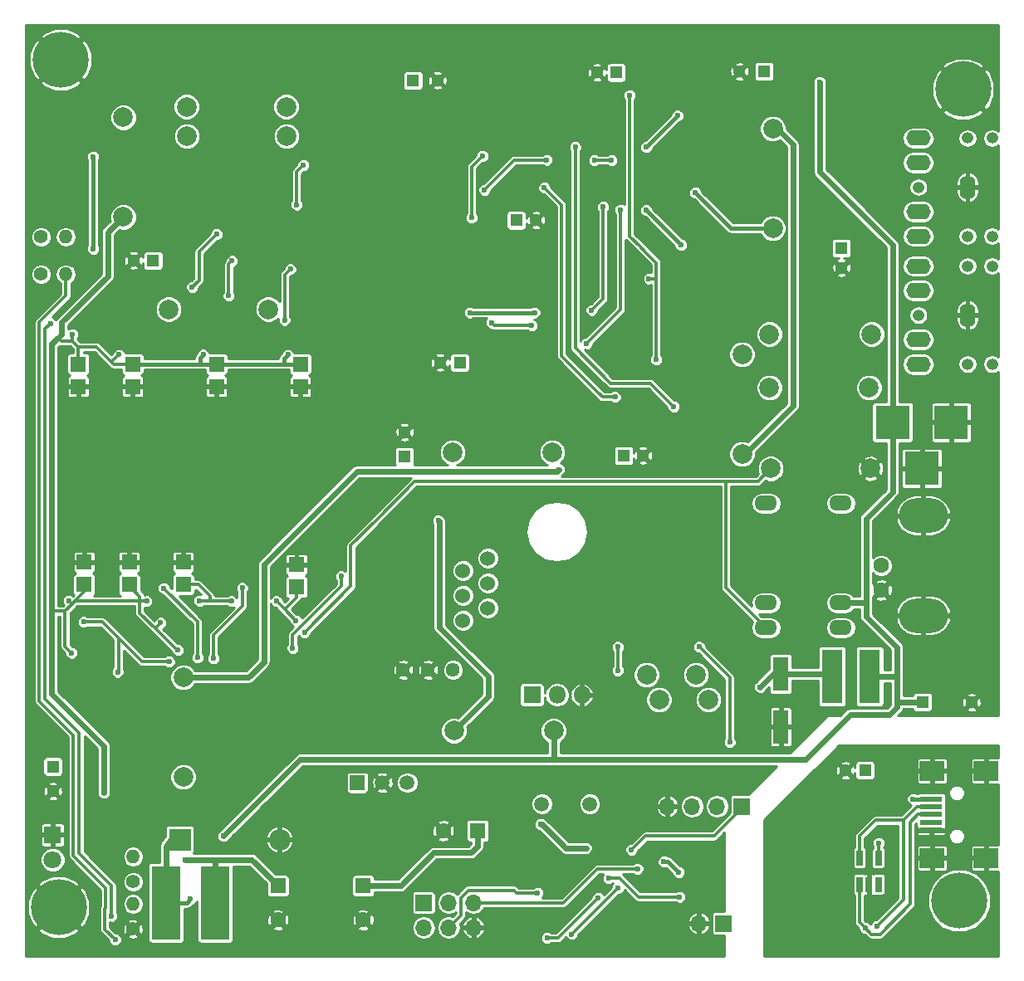
<source format=gbl>
G04 #@! TF.FileFunction,Copper,L2,Bot,Signal*
%FSLAX46Y46*%
G04 Gerber Fmt 4.6, Leading zero omitted, Abs format (unit mm)*
G04 Created by KiCad (PCBNEW 4.0.3+e1-6302~38~ubuntu14.04.1-stable) date Wed Jul 12 07:56:50 2017*
%MOMM*%
%LPD*%
G01*
G04 APERTURE LIST*
%ADD10C,0.100000*%
%ADD11C,2.000000*%
%ADD12R,2.300000X0.500000*%
%ADD13R,2.500000X2.000000*%
%ADD14R,1.300000X1.300000*%
%ADD15C,1.300000*%
%ADD16O,1.600000X2.500000*%
%ADD17O,1.200000X1.200000*%
%ADD18O,2.500000X1.600000*%
%ADD19C,1.998980*%
%ADD20C,5.700000*%
%ADD21R,3.500120X3.500120*%
%ADD22R,1.600000X1.600000*%
%ADD23C,1.500000*%
%ADD24R,1.700000X1.700000*%
%ADD25O,1.700000X1.700000*%
%ADD26R,1.800000X1.800000*%
%ADD27C,1.800000*%
%ADD28R,0.650000X1.560000*%
%ADD29O,2.300000X1.600000*%
%ADD30O,5.001260X3.500120*%
%ADD31C,1.600200*%
%ADD32O,1.800000X1.800000*%
%ADD33R,2.150000X5.500000*%
%ADD34R,1.600000X3.500000*%
%ADD35C,1.524000*%
%ADD36C,1.440000*%
%ADD37C,1.520000*%
%ADD38R,1.520000X1.520000*%
%ADD39C,1.600000*%
%ADD40C,1.400000*%
%ADD41O,1.400000X1.400000*%
%ADD42R,3.000000X7.500000*%
%ADD43R,2.200000X2.200000*%
%ADD44O,2.200000X2.200000*%
%ADD45C,0.600000*%
%ADD46C,0.300000*%
%ADD47C,0.400000*%
%ADD48C,0.600000*%
%ADD49C,0.250000*%
G04 APERTURE END LIST*
D10*
D11*
X115025000Y-99300000D03*
X113755000Y-96760000D03*
X110005000Y-99300000D03*
X108735000Y-96760000D03*
D12*
X137750000Y-109400000D03*
X137750000Y-110200000D03*
X137750000Y-111000000D03*
X137750000Y-111800000D03*
X137750000Y-112600000D03*
D13*
X137850000Y-106550000D03*
X143350000Y-106550000D03*
X137850000Y-115450000D03*
X143350000Y-115450000D03*
D14*
X131000000Y-106500000D03*
D15*
X129000000Y-106500000D03*
D14*
X84925000Y-36100000D03*
D15*
X87425000Y-36100000D03*
D14*
X48200000Y-106110000D03*
D15*
X48200000Y-108610000D03*
D16*
X141450000Y-60050000D03*
D17*
X136450000Y-60050000D03*
D18*
X136450000Y-55050000D03*
X136450000Y-57550000D03*
X136450000Y-62550000D03*
X136450000Y-65050000D03*
D17*
X141450000Y-55050000D03*
X141450000Y-65050000D03*
X143950000Y-55050000D03*
X143950000Y-65050000D03*
D19*
X121250000Y-62000000D03*
X131660000Y-62000000D03*
D14*
X120700000Y-35200000D03*
D15*
X118200000Y-35200000D03*
D16*
X141450000Y-47000000D03*
D17*
X136450000Y-47000000D03*
D18*
X136450000Y-42000000D03*
X136450000Y-44500000D03*
X136450000Y-49500000D03*
X136450000Y-52000000D03*
D17*
X141450000Y-42000000D03*
X141450000Y-52000000D03*
X143950000Y-42000000D03*
X143950000Y-52000000D03*
D19*
X121600000Y-51200000D03*
X121600000Y-41040000D03*
X121250000Y-67450000D03*
X131410000Y-67450000D03*
X99100000Y-74030000D03*
X88940000Y-74030000D03*
X61850000Y-41800000D03*
X72010000Y-41800000D03*
X72000000Y-38800000D03*
X61840000Y-38800000D03*
X118475000Y-74200000D03*
X118475000Y-64040000D03*
D14*
X58425000Y-54475000D03*
D15*
X56425000Y-54475000D03*
D20*
X140600000Y-119800000D03*
X48800000Y-120450000D03*
X49000000Y-34000000D03*
X141000000Y-37000000D03*
D14*
X136850000Y-99550000D03*
D15*
X141850000Y-99550000D03*
D21*
X133799860Y-71000000D03*
X139799340Y-71000000D03*
X136799600Y-75699000D03*
D22*
X73440000Y-65050000D03*
X73440000Y-67350000D03*
X64890000Y-65050000D03*
X64890000Y-67350000D03*
D19*
X70175000Y-59450000D03*
X60015000Y-59450000D03*
D23*
X98050000Y-109925000D03*
X102930000Y-109925000D03*
D24*
X86000000Y-120000000D03*
D25*
X86000000Y-122540000D03*
X88540000Y-120000000D03*
X88540000Y-122540000D03*
X91080000Y-120000000D03*
X91080000Y-122540000D03*
D22*
X50800000Y-65050000D03*
X50800000Y-67350000D03*
D19*
X61500000Y-97000000D03*
X61500000Y-107160000D03*
D26*
X48190000Y-113070000D03*
D27*
X48190000Y-115610000D03*
D24*
X116600000Y-122100000D03*
D25*
X114060000Y-122100000D03*
D24*
X118450000Y-110175000D03*
D25*
X115910000Y-110175000D03*
X113370000Y-110175000D03*
X110830000Y-110175000D03*
D28*
X132350000Y-118130000D03*
X131400000Y-118130000D03*
X130450000Y-118130000D03*
X130450000Y-115430000D03*
X132350000Y-115430000D03*
D29*
X120904000Y-79248000D03*
X120904000Y-89408000D03*
X128524000Y-79248000D03*
X128524000Y-89408000D03*
X120904000Y-91948000D03*
X128524000Y-91948000D03*
D30*
X136931400Y-90695780D03*
X136931400Y-80497680D03*
D31*
X132666740Y-85598000D03*
X132666740Y-88097360D03*
D26*
X97050000Y-98800000D03*
D32*
X99590000Y-98800000D03*
X102130000Y-98800000D03*
D33*
X127635000Y-96900000D03*
X131485000Y-96900000D03*
D34*
X122410000Y-96650000D03*
X122410000Y-102050000D03*
D19*
X99250000Y-102450000D03*
X89090000Y-102450000D03*
D35*
X90000000Y-91200000D03*
X92540000Y-89930000D03*
X90000000Y-88660000D03*
X92540000Y-87390000D03*
X90000000Y-86120000D03*
X92540000Y-84850000D03*
D36*
X89000000Y-96250000D03*
X86460000Y-96250000D03*
X83920000Y-96250000D03*
D37*
X81790000Y-107750000D03*
X84330000Y-107750000D03*
D38*
X79250000Y-107750000D03*
D19*
X121400000Y-75700000D03*
X131560000Y-75700000D03*
D22*
X56340000Y-65050000D03*
X56340000Y-67350000D03*
D14*
X84070000Y-74490000D03*
D15*
X84070000Y-71990000D03*
D19*
X55372000Y-39878000D03*
X55372000Y-50038000D03*
D22*
X79840000Y-118260000D03*
D39*
X79840000Y-121760000D03*
D22*
X91500000Y-112650000D03*
D39*
X88000000Y-112650000D03*
D22*
X71140000Y-118260000D03*
D39*
X71140000Y-121760000D03*
D40*
X56388000Y-122682000D03*
D41*
X56388000Y-120142000D03*
D40*
X56388000Y-117856000D03*
D41*
X56388000Y-115316000D03*
D42*
X59760000Y-120020000D03*
X64760000Y-120020000D03*
D43*
X61150000Y-113550000D03*
D44*
X71310000Y-113550000D03*
D40*
X46990000Y-52070000D03*
D41*
X49530000Y-52070000D03*
D40*
X46990000Y-55880000D03*
D41*
X49530000Y-55880000D03*
D22*
X51400000Y-87550000D03*
X51400000Y-85250000D03*
X56000000Y-87550000D03*
X56000000Y-85250000D03*
X61500000Y-87550000D03*
X61500000Y-85250000D03*
X73040000Y-87800000D03*
X73040000Y-85500000D03*
D14*
X106375000Y-74375000D03*
D15*
X108375000Y-74375000D03*
D14*
X128600000Y-53225000D03*
D15*
X128600000Y-55225000D03*
D14*
X95450000Y-50375000D03*
D15*
X97450000Y-50375000D03*
D14*
X89680000Y-64900000D03*
D15*
X87680000Y-64900000D03*
D14*
X105648000Y-35306000D03*
D15*
X103648000Y-35306000D03*
D45*
X108450000Y-83575000D03*
X108425000Y-86225000D03*
X111650000Y-83900000D03*
X114275000Y-86400000D03*
X114900000Y-84475000D03*
X114875000Y-82700000D03*
X113800000Y-81675000D03*
X111800000Y-81650000D03*
X107550000Y-81675000D03*
X109725000Y-81650000D03*
X106707500Y-80232500D03*
X105375000Y-81725000D03*
X105337500Y-83325000D03*
X105325000Y-85200000D03*
X105337500Y-87325000D03*
X114900000Y-80575000D03*
X108230000Y-78710000D03*
X70300000Y-106600000D03*
X106275000Y-115450000D03*
X75625000Y-86075000D03*
X71675000Y-85500000D03*
X74676000Y-83566000D03*
X45974000Y-86106000D03*
X88300000Y-62000000D03*
X83010000Y-87450000D03*
X81760000Y-86490000D03*
X81490000Y-82810000D03*
X78380000Y-90570000D03*
X80630000Y-95590000D03*
X78630000Y-95360000D03*
X76290000Y-95980000D03*
X76230000Y-92420000D03*
X79880000Y-70320000D03*
X79882500Y-66642500D03*
X81575000Y-64920000D03*
X112050000Y-78710000D03*
X124870000Y-101970000D03*
X129620000Y-96440000D03*
X129560000Y-98670000D03*
X122410000Y-99350000D03*
X124810000Y-99470000D03*
X119760000Y-100640000D03*
X119220000Y-103540000D03*
X115210000Y-103420000D03*
X108675000Y-93075000D03*
X112040000Y-90420000D03*
X102025000Y-88700000D03*
X105337500Y-89737500D03*
X112175000Y-94825000D03*
X53150000Y-111275000D03*
X52400000Y-114525000D03*
X54225000Y-114100000D03*
X54875000Y-108275000D03*
X46175000Y-104650000D03*
X47975000Y-103775000D03*
X46150000Y-101600000D03*
X60300000Y-111425000D03*
X63700000Y-112075000D03*
X65825000Y-99525000D03*
X61725000Y-101625000D03*
X59850000Y-100650000D03*
X59850000Y-102725000D03*
X63825000Y-107200000D03*
X62525000Y-104975000D03*
X59850000Y-104975000D03*
X53175000Y-100025000D03*
X53175000Y-97075000D03*
X53825000Y-102725000D03*
X50425000Y-99700000D03*
X49925000Y-97075000D03*
X56275000Y-104950000D03*
X56300000Y-102725000D03*
X56375000Y-97000000D03*
X56375000Y-100525000D03*
X83275000Y-68450000D03*
X86600000Y-73200000D03*
X86825000Y-70300000D03*
X66075000Y-83475000D03*
X69750000Y-82000000D03*
X76875000Y-66675000D03*
X74650000Y-69725000D03*
X96300000Y-80550000D03*
X97550000Y-79275000D03*
X96300000Y-82925000D03*
X93700000Y-52825000D03*
X116300000Y-74400000D03*
X112700000Y-74400000D03*
X102000000Y-74300000D03*
X104500000Y-71300000D03*
X108700000Y-68500000D03*
X107800000Y-71300000D03*
X76250000Y-63175000D03*
X79225000Y-64075000D03*
X77270000Y-57500000D03*
X80800000Y-61650000D03*
X77275000Y-61650000D03*
X50775000Y-57125000D03*
X51275000Y-53900000D03*
X47675000Y-53900000D03*
X50875000Y-50775000D03*
X49200000Y-49875000D03*
X47000000Y-47450000D03*
X91050000Y-98250000D03*
X89675000Y-100175000D03*
X87675000Y-94950000D03*
X85975000Y-93650000D03*
X57475000Y-82175000D03*
X52700000Y-83450000D03*
X61300000Y-83500000D03*
X64100000Y-78525000D03*
X60600000Y-79175000D03*
X61150000Y-74175000D03*
X64900000Y-74175000D03*
X57475000Y-74175000D03*
X54450000Y-74175000D03*
X57475000Y-78425000D03*
X49175000Y-78875000D03*
X51950000Y-79000000D03*
X55500000Y-78425000D03*
X51075000Y-74175000D03*
X49575000Y-76150000D03*
X49175000Y-83725000D03*
X75525000Y-97750000D03*
X68325000Y-98375000D03*
X80925000Y-100525000D03*
X77050000Y-100875000D03*
X84725000Y-99750000D03*
X57550000Y-69725000D03*
X52750000Y-69700000D03*
X64200000Y-91150000D03*
X63850000Y-93050000D03*
X67475000Y-91425000D03*
X86350000Y-87200000D03*
X83650000Y-91325000D03*
X85950000Y-91375000D03*
X84750000Y-89325000D03*
X82500000Y-89300000D03*
X61825000Y-63700000D03*
X70625000Y-63700000D03*
X55100000Y-57400000D03*
X52700000Y-59000000D03*
X62500000Y-60825000D03*
X59275000Y-61350000D03*
X55775000Y-61350000D03*
X52825000Y-61350000D03*
X65850000Y-42050000D03*
X61025000Y-50675000D03*
X57300000Y-37150000D03*
X57375000Y-40650000D03*
X57475000Y-44900000D03*
X57575000Y-48400000D03*
X58525000Y-50675000D03*
X61050000Y-52925000D03*
X63175000Y-46300000D03*
X60575000Y-55550000D03*
X61050000Y-48350000D03*
X67925000Y-48775000D03*
X70275000Y-48775000D03*
X70275000Y-46125000D03*
X73725000Y-53600000D03*
X73725000Y-50625000D03*
X76250000Y-53600000D03*
X72325000Y-52900000D03*
X70475000Y-61700000D03*
X52750000Y-66400000D03*
X61400000Y-69725000D03*
X49150000Y-69725000D03*
X60825000Y-91325000D03*
X66775000Y-76250000D03*
X66775000Y-79125000D03*
X66775000Y-73700000D03*
X104875000Y-123625000D03*
X102300000Y-123625000D03*
X99050000Y-121250000D03*
X95875000Y-121275000D03*
X93575000Y-122650000D03*
X95975000Y-123225000D03*
X106650000Y-119625000D03*
X108425000Y-106775000D03*
X116225000Y-106775000D03*
X108425000Y-110125000D03*
X105650000Y-110150000D03*
X113700000Y-106775000D03*
X111100000Y-106775000D03*
X119675000Y-106775000D03*
X95725000Y-110300000D03*
X100525000Y-106575000D03*
X100600000Y-110075000D03*
X96500000Y-104125000D03*
X92725000Y-104125000D03*
X92275000Y-101125000D03*
X94600000Y-98800000D03*
X96500000Y-101050000D03*
X87150000Y-104050000D03*
X87075000Y-100500000D03*
X79500000Y-103675000D03*
X74200000Y-103250000D03*
X91000000Y-83400000D03*
X94800000Y-78000000D03*
X98600000Y-94800000D03*
X94800000Y-87400000D03*
X96400000Y-89000000D03*
X98600000Y-90200000D03*
X98600000Y-92200000D03*
X89400000Y-78000000D03*
X94300000Y-93700000D03*
X101600000Y-94800000D03*
X104400000Y-96200000D03*
X92200000Y-91600000D03*
X102200000Y-101600000D03*
X106800000Y-97600000D03*
X107200000Y-100000000D03*
X106400000Y-103400000D03*
X104450000Y-98800000D03*
X104450000Y-101400000D03*
X102200000Y-104200000D03*
X104400000Y-103400000D03*
X66800000Y-103375000D03*
X68150000Y-101100000D03*
X68150000Y-105925000D03*
X69050000Y-113550000D03*
X73925000Y-114675000D03*
X68800000Y-111600000D03*
X86125000Y-110475000D03*
X83825000Y-112775000D03*
X80950000Y-113225000D03*
X73800000Y-106825000D03*
X74150000Y-109975000D03*
X76025000Y-111850000D03*
X78300000Y-113225000D03*
X95725000Y-106425000D03*
X92725000Y-106425000D03*
X90225000Y-106425000D03*
X88050000Y-108600000D03*
X115900000Y-114200000D03*
X115900000Y-118100000D03*
X113400000Y-114200000D03*
X54700000Y-91500000D03*
X111700000Y-122100000D03*
X79300000Y-31400000D03*
X69000000Y-31400000D03*
X62500000Y-31400000D03*
X65800000Y-31400000D03*
X59300000Y-31400000D03*
X72200000Y-31400000D03*
X75900000Y-31400000D03*
X57450000Y-33250000D03*
X87800000Y-31400000D03*
X83600000Y-31400000D03*
X92200000Y-37000000D03*
X91400000Y-42100000D03*
X100100000Y-37000000D03*
X95300000Y-33400000D03*
X100100000Y-33400000D03*
X89900000Y-33500000D03*
X54200000Y-86100000D03*
X63200000Y-86200000D03*
X102750000Y-115700000D03*
X104500000Y-115000000D03*
X78900000Y-41000000D03*
X84200000Y-42200000D03*
X95900000Y-70900000D03*
X94700000Y-74500000D03*
X90700000Y-74700000D03*
X77370000Y-46550000D03*
X80500000Y-46500000D03*
X89300000Y-46300000D03*
X81700000Y-53000000D03*
X85300000Y-53100000D03*
X79100000Y-52150000D03*
X89300000Y-51500000D03*
X97700000Y-56900000D03*
X90100000Y-56900000D03*
X105400000Y-64900000D03*
X108600000Y-64600000D03*
X83500000Y-64800000D03*
X78900000Y-34800000D03*
X76000000Y-43600000D03*
X76000000Y-41000000D03*
X76300000Y-37300000D03*
X78900000Y-37300000D03*
X68425000Y-38850000D03*
X70000000Y-41150000D03*
X67900000Y-56175000D03*
X70330000Y-57070000D03*
X67900000Y-51600000D03*
X65950000Y-49175000D03*
X65975000Y-51225000D03*
X79900000Y-78775000D03*
X79925000Y-73700000D03*
X72675000Y-78525000D03*
X74676000Y-78486000D03*
X74800000Y-76650000D03*
X74650000Y-73675000D03*
X71075000Y-69725000D03*
X66050000Y-69725000D03*
X108980000Y-56340000D03*
X107000000Y-37630000D03*
X109720000Y-64580000D03*
X98550000Y-44225000D03*
X92200000Y-47275000D03*
X97300000Y-59800000D03*
X90700000Y-59800000D03*
X111500000Y-69375000D03*
X101450000Y-42900000D03*
X105150000Y-44250000D03*
X103400000Y-44250000D03*
X105525000Y-68400000D03*
X98300000Y-47050000D03*
X104300000Y-49000000D03*
X103125000Y-59550000D03*
X106075000Y-49300000D03*
X102600000Y-62950000D03*
X92000000Y-43825000D03*
X90900000Y-50100000D03*
X92920000Y-60820000D03*
X97010000Y-61100000D03*
X113700000Y-47570000D03*
X108700000Y-42900000D03*
X111900000Y-39700000D03*
X108700000Y-49350000D03*
X112250000Y-52900000D03*
X73750000Y-44750000D03*
X71830000Y-60550000D03*
X72410000Y-55370000D03*
X73050000Y-48790000D03*
X66475000Y-54525000D03*
X66130000Y-58070000D03*
X97600000Y-119000000D03*
X105800000Y-118500000D03*
X54550000Y-123750000D03*
X101100000Y-123200000D03*
X52300000Y-43900000D03*
X52300000Y-53300000D03*
X98600000Y-123600000D03*
X103800000Y-119500000D03*
X47950000Y-60900000D03*
X54200000Y-121350000D03*
X107800000Y-116550000D03*
X110500000Y-115800000D03*
X112000000Y-116875000D03*
X124900000Y-116800000D03*
X124700000Y-113600000D03*
X121000000Y-115600000D03*
X132400000Y-113900000D03*
X64900000Y-51800000D03*
X62400000Y-57200000D03*
X71000000Y-89230000D03*
X72990000Y-91200000D03*
X72160000Y-64100000D03*
X63530000Y-64090000D03*
X54950000Y-64100000D03*
X50200000Y-62000000D03*
X107200000Y-114600000D03*
X112100000Y-119400000D03*
X61700000Y-115600000D03*
X53400000Y-108800000D03*
X104850000Y-117500000D03*
X97925000Y-112000000D03*
X102550000Y-114425000D03*
X49800000Y-89200000D03*
X50100000Y-94500000D03*
X63150000Y-89200000D03*
X57760000Y-89230000D03*
X60960000Y-94234000D03*
X59182000Y-91440000D03*
X66400000Y-89230000D03*
X99800000Y-75800000D03*
X135900000Y-109400000D03*
X131000000Y-122550000D03*
X132200000Y-122400000D03*
X65600000Y-113200000D03*
X126375000Y-36275000D03*
X73860000Y-92410000D03*
X120300000Y-98000000D03*
X87500000Y-81000000D03*
X62230000Y-119634000D03*
X54800000Y-96450000D03*
X51350000Y-91350000D03*
X60050000Y-95400000D03*
X59500000Y-87900000D03*
X62950000Y-95000000D03*
X72650000Y-94030000D03*
X77600000Y-86700000D03*
X64575000Y-95075000D03*
X67500000Y-87875000D03*
X105800000Y-96300000D03*
X105800000Y-93900000D03*
X117200000Y-103600000D03*
X114100000Y-93900000D03*
D46*
X111650000Y-87150000D02*
X111650000Y-83900000D01*
X111650000Y-83900000D02*
X111650000Y-81800000D01*
X111650000Y-81800000D02*
X111800000Y-81650000D01*
X114875000Y-82700000D02*
X114900000Y-82700000D01*
X111800000Y-81650000D02*
X111800000Y-81675000D01*
X109725000Y-81650000D02*
X109725000Y-81675000D01*
X105375000Y-81725000D02*
X105375000Y-81675000D01*
X105337500Y-85212500D02*
X105337500Y-85225000D01*
X105325000Y-85200000D02*
X105337500Y-85212500D01*
X114900000Y-80575000D02*
X114900000Y-82700000D01*
X114900000Y-82700000D02*
X114900000Y-84475000D01*
X114900000Y-84475000D02*
X114900000Y-85775000D01*
X113525000Y-87150000D02*
X111650000Y-87150000D01*
X111650000Y-87150000D02*
X105337500Y-87150000D01*
X114900000Y-85775000D02*
X114275000Y-86400000D01*
X114275000Y-86400000D02*
X113525000Y-87150000D01*
X105337500Y-81675000D02*
X105375000Y-81675000D01*
X105375000Y-81675000D02*
X107550000Y-81675000D01*
X107550000Y-81675000D02*
X109725000Y-81675000D01*
X109725000Y-81675000D02*
X111800000Y-81675000D01*
X111800000Y-81675000D02*
X113800000Y-81675000D01*
X113800000Y-81675000D02*
X114900000Y-80575000D01*
X105337500Y-89737500D02*
X105337500Y-87325000D01*
X105337500Y-87325000D02*
X105337500Y-87150000D01*
X105337500Y-87150000D02*
X105337500Y-85225000D01*
X105337500Y-85225000D02*
X105337500Y-83325000D01*
X105337500Y-83325000D02*
X105337500Y-81675000D01*
X105337500Y-81675000D02*
X105337500Y-81602500D01*
X105337500Y-81602500D02*
X106707500Y-80232500D01*
X106707500Y-80232500D02*
X108230000Y-78710000D01*
X104500000Y-115000000D02*
X105825000Y-115000000D01*
X105825000Y-115000000D02*
X106275000Y-115450000D01*
X104500000Y-115000000D02*
X104500000Y-111300000D01*
X73040000Y-85500000D02*
X71675000Y-85500000D01*
X45720000Y-86360000D02*
X45974000Y-86106000D01*
X46150000Y-101600000D02*
X46150000Y-101014000D01*
X45720000Y-100584000D02*
X45720000Y-86360000D01*
X45720000Y-86360000D02*
X45720000Y-85852000D01*
X46150000Y-101014000D02*
X45720000Y-100584000D01*
X83650000Y-88090000D02*
X83650000Y-89325000D01*
X83010000Y-87450000D02*
X83650000Y-88090000D01*
X81760000Y-83080000D02*
X81760000Y-86490000D01*
X81490000Y-82810000D02*
X81760000Y-83080000D01*
X76230000Y-92420000D02*
X77600000Y-92420000D01*
X78380000Y-91640000D02*
X78380000Y-90570000D01*
X77600000Y-92420000D02*
X78380000Y-91640000D01*
X77325000Y-95875000D02*
X78115000Y-95875000D01*
X78115000Y-95875000D02*
X78630000Y-95360000D01*
X77160000Y-95710000D02*
X76560000Y-95710000D01*
X76560000Y-95710000D02*
X76290000Y-95980000D01*
X77050000Y-95600000D02*
X77050000Y-93240000D01*
X79025000Y-97575000D02*
X77325000Y-95875000D01*
X77325000Y-95875000D02*
X77160000Y-95710000D01*
X77160000Y-95710000D02*
X77050000Y-95600000D01*
X77050000Y-93240000D02*
X76230000Y-92420000D01*
X81575000Y-64800000D02*
X81575000Y-64920000D01*
X81575000Y-64920000D02*
X81575000Y-64950000D01*
X81575000Y-64950000D02*
X79882500Y-66642500D01*
X79882500Y-66642500D02*
X79850000Y-66675000D01*
X112050000Y-78710000D02*
X112050000Y-78670000D01*
X124870000Y-101970000D02*
X125440000Y-101970000D01*
X124790000Y-102050000D02*
X124870000Y-101970000D01*
X122410000Y-102050000D02*
X124790000Y-102050000D01*
X129560000Y-99590000D02*
X129560000Y-98670000D01*
X128750000Y-100400000D02*
X129560000Y-99590000D01*
X127010000Y-100400000D02*
X128750000Y-100400000D01*
X125440000Y-101970000D02*
X127010000Y-100400000D01*
X122410000Y-99580000D02*
X122410000Y-99350000D01*
X122410000Y-102050000D02*
X122410000Y-99580000D01*
X124810000Y-99470000D02*
X124810000Y-99450000D01*
X121170000Y-102050000D02*
X122410000Y-102050000D01*
X119760000Y-100640000D02*
X121170000Y-102050000D01*
X118170000Y-104590000D02*
X119220000Y-103540000D01*
X116380000Y-104590000D02*
X118170000Y-104590000D01*
X115210000Y-103420000D02*
X116380000Y-104590000D01*
X108675000Y-93075000D02*
X109385000Y-93075000D01*
X109385000Y-93075000D02*
X112040000Y-90420000D01*
X98600000Y-90200000D02*
X98800000Y-90200000D01*
X110425000Y-93075000D02*
X112175000Y-94825000D01*
X108675000Y-93075000D02*
X108700000Y-93075000D01*
X108700000Y-93075000D02*
X110425000Y-93075000D01*
X104300000Y-88700000D02*
X105337500Y-89737500D01*
X105337500Y-89737500D02*
X108675000Y-93075000D01*
X100300000Y-88700000D02*
X102025000Y-88700000D01*
X102025000Y-88700000D02*
X104300000Y-88700000D01*
X98800000Y-90200000D02*
X100300000Y-88700000D01*
X53300000Y-111425000D02*
X53150000Y-111275000D01*
X54875000Y-111425000D02*
X53300000Y-111425000D01*
X53800000Y-114525000D02*
X52400000Y-114525000D01*
X54225000Y-114100000D02*
X53800000Y-114525000D01*
X54875000Y-111425000D02*
X54875000Y-108275000D01*
X60300000Y-111425000D02*
X54875000Y-111425000D01*
X46175000Y-104650000D02*
X47050000Y-103775000D01*
X47050000Y-103775000D02*
X47975000Y-103775000D01*
X46150000Y-101600000D02*
X46150000Y-101625000D01*
X63050000Y-111425000D02*
X60300000Y-111425000D01*
X63700000Y-112075000D02*
X63050000Y-111425000D01*
X59850000Y-104975000D02*
X59850000Y-102725000D01*
X60825000Y-101625000D02*
X61725000Y-101625000D01*
X59850000Y-100650000D02*
X60825000Y-101625000D01*
X56275000Y-104950000D02*
X59825000Y-104950000D01*
X63825000Y-106275000D02*
X63825000Y-107200000D01*
X62525000Y-104975000D02*
X63825000Y-106275000D01*
X59825000Y-104950000D02*
X59850000Y-104975000D01*
X53175000Y-97075000D02*
X49925000Y-97075000D01*
X53175000Y-100025000D02*
X53175000Y-97075000D01*
X56300000Y-102725000D02*
X53825000Y-102725000D01*
X56275000Y-102750000D02*
X56275000Y-104950000D01*
X56300000Y-102725000D02*
X56275000Y-102750000D01*
X56375000Y-100525000D02*
X56375000Y-97000000D01*
X83275000Y-68450000D02*
X81500000Y-66675000D01*
X81500000Y-66675000D02*
X79850000Y-66675000D01*
X86600000Y-73200000D02*
X86600000Y-70525000D01*
X86600000Y-70525000D02*
X86825000Y-70300000D01*
X66075000Y-83475000D02*
X68275000Y-83475000D01*
X66075000Y-79825000D02*
X66075000Y-83475000D01*
X66775000Y-79125000D02*
X66075000Y-79825000D01*
X68275000Y-83475000D02*
X69750000Y-82000000D01*
X76875000Y-66675000D02*
X79850000Y-66675000D01*
X74650000Y-68250000D02*
X76225000Y-66675000D01*
X74650000Y-69725000D02*
X74650000Y-68250000D01*
X76225000Y-66675000D02*
X76875000Y-66675000D01*
X96275000Y-78000000D02*
X97550000Y-79275000D01*
X94800000Y-78000000D02*
X96275000Y-78000000D01*
D47*
X93775000Y-56900000D02*
X93775000Y-52900000D01*
X93775000Y-52900000D02*
X93700000Y-52825000D01*
X112700000Y-74400000D02*
X116300000Y-74400000D01*
X107800000Y-71300000D02*
X104500000Y-71300000D01*
X107800000Y-71300000D02*
X107800000Y-69400000D01*
X107800000Y-69400000D02*
X108700000Y-68500000D01*
D46*
X80800000Y-64075000D02*
X79225000Y-64075000D01*
X81575000Y-64800000D02*
X81525000Y-64800000D01*
X81575000Y-64800000D02*
X83500000Y-64800000D01*
X77270000Y-57500000D02*
X77270000Y-61645000D01*
X80800000Y-64075000D02*
X81525000Y-64800000D01*
X80800000Y-61650000D02*
X80800000Y-64075000D01*
X77270000Y-61645000D02*
X77275000Y-61650000D01*
X51275000Y-56625000D02*
X50775000Y-57125000D01*
X51275000Y-53900000D02*
X51275000Y-56625000D01*
X51275000Y-53900000D02*
X47675000Y-53900000D01*
X51275000Y-51175000D02*
X51275000Y-53900000D01*
X50875000Y-50775000D02*
X51275000Y-51175000D01*
X47650000Y-49875000D02*
X49200000Y-49875000D01*
X46950000Y-49175000D02*
X47650000Y-49875000D01*
X46950000Y-47500000D02*
X46950000Y-49175000D01*
X47000000Y-47450000D02*
X46950000Y-47500000D01*
X89675000Y-100175000D02*
X91050000Y-98800000D01*
X91050000Y-98250000D02*
X91050000Y-98800000D01*
X85975000Y-93650000D02*
X86375000Y-93650000D01*
X86375000Y-93650000D02*
X87675000Y-94950000D01*
X85975000Y-93650000D02*
X85975000Y-91400000D01*
X85975000Y-91400000D02*
X85950000Y-91375000D01*
X57475000Y-82175000D02*
X53975000Y-82175000D01*
X53975000Y-82175000D02*
X52700000Y-83450000D01*
X61300000Y-83500000D02*
X61300000Y-80425000D01*
X61300000Y-80425000D02*
X62550000Y-79175000D01*
X60600000Y-79175000D02*
X62550000Y-79175000D01*
X62550000Y-79175000D02*
X63450000Y-79175000D01*
X64700000Y-79125000D02*
X64100000Y-78525000D01*
X64700000Y-79125000D02*
X66775000Y-79125000D01*
X63450000Y-79175000D02*
X64100000Y-78525000D01*
X57475000Y-78425000D02*
X58650000Y-78425000D01*
X59400000Y-79175000D02*
X60600000Y-79175000D01*
X58650000Y-78425000D02*
X59400000Y-79175000D01*
X57475000Y-74175000D02*
X61150000Y-74175000D01*
X61150000Y-74175000D02*
X64900000Y-74175000D01*
X64900000Y-74175000D02*
X66300000Y-74175000D01*
X66300000Y-74175000D02*
X66775000Y-73700000D01*
X54925000Y-79000000D02*
X51950000Y-79000000D01*
X55500000Y-78425000D02*
X54925000Y-79000000D01*
X50400000Y-74175000D02*
X49575000Y-75000000D01*
X49575000Y-76150000D02*
X49575000Y-77500000D01*
X49575000Y-75000000D02*
X49575000Y-76150000D01*
X49575000Y-77500000D02*
X49175000Y-77900000D01*
X49175000Y-77900000D02*
X49175000Y-78875000D01*
X51075000Y-74175000D02*
X50400000Y-74175000D01*
X49175000Y-83725000D02*
X49175000Y-84525000D01*
X49175000Y-78875000D02*
X49175000Y-83725000D01*
X49175000Y-84525000D02*
X49900000Y-85250000D01*
X49900000Y-85250000D02*
X51400000Y-85250000D01*
X57475000Y-74175000D02*
X54450000Y-74175000D01*
X54450000Y-74175000D02*
X51075000Y-74175000D01*
X75525000Y-97750000D02*
X68950000Y-97750000D01*
X75700000Y-97575000D02*
X75525000Y-97750000D01*
X79025000Y-97575000D02*
X75700000Y-97575000D01*
X68950000Y-97750000D02*
X68325000Y-98375000D01*
X81625000Y-99750000D02*
X81200000Y-99750000D01*
X81200000Y-99750000D02*
X79025000Y-97575000D01*
X80925000Y-100525000D02*
X80925000Y-100450000D01*
X77050000Y-103675000D02*
X77050000Y-100875000D01*
X81625000Y-99750000D02*
X84725000Y-99750000D01*
X80925000Y-100450000D02*
X81625000Y-99750000D01*
X57475000Y-82175000D02*
X57475000Y-78425000D01*
X57475000Y-78425000D02*
X57475000Y-74175000D01*
X57475000Y-74175000D02*
X57475000Y-69800000D01*
X57962500Y-82662500D02*
X57475000Y-82175000D01*
X57962500Y-86037500D02*
X57962500Y-82662500D01*
X57550000Y-69725000D02*
X52750000Y-69725000D01*
X61400000Y-69725000D02*
X57550000Y-69725000D01*
X57475000Y-69800000D02*
X57550000Y-69725000D01*
X63850000Y-91500000D02*
X64200000Y-91150000D01*
X63850000Y-93050000D02*
X63850000Y-91500000D01*
X67475000Y-91425000D02*
X67450000Y-91425000D01*
X84750000Y-89325000D02*
X84750000Y-88800000D01*
X84750000Y-88800000D02*
X86350000Y-87200000D01*
X83650000Y-89325000D02*
X83650000Y-91325000D01*
X82525000Y-89325000D02*
X83650000Y-89325000D01*
X82500000Y-89300000D02*
X82525000Y-89325000D01*
X83650000Y-89325000D02*
X84750000Y-89325000D01*
X85950000Y-91375000D02*
X85950000Y-91350000D01*
X61825000Y-63700000D02*
X62450000Y-63700000D01*
X62500000Y-63025000D02*
X61825000Y-63700000D01*
X62500000Y-60825000D02*
X62500000Y-63025000D01*
X69925000Y-63000000D02*
X70625000Y-63700000D01*
X63150000Y-63000000D02*
X69925000Y-63000000D01*
X62450000Y-63700000D02*
X63150000Y-63000000D01*
X68325000Y-59550000D02*
X63775000Y-59550000D01*
X59275000Y-61350000D02*
X55775000Y-61350000D01*
X52825000Y-61350000D02*
X52700000Y-61225000D01*
X52700000Y-61225000D02*
X52700000Y-59000000D01*
X63775000Y-59550000D02*
X62500000Y-60825000D01*
X70000000Y-41150000D02*
X66750000Y-41150000D01*
X66750000Y-41150000D02*
X65850000Y-42050000D01*
X61025000Y-50675000D02*
X59600000Y-50675000D01*
X57300000Y-40575000D02*
X57300000Y-37150000D01*
X57375000Y-40650000D02*
X57300000Y-40575000D01*
X57475000Y-48300000D02*
X57475000Y-44900000D01*
X57575000Y-48400000D02*
X57475000Y-48300000D01*
X59600000Y-50675000D02*
X58525000Y-50675000D01*
X61050000Y-52925000D02*
X61025000Y-52950000D01*
X67050000Y-48775000D02*
X64575000Y-46300000D01*
X64575000Y-46300000D02*
X63175000Y-46300000D01*
X67925000Y-48775000D02*
X67050000Y-48775000D01*
X61025000Y-55100000D02*
X60575000Y-55550000D01*
X61025000Y-48375000D02*
X61025000Y-50675000D01*
X61025000Y-50675000D02*
X61025000Y-52950000D01*
X61025000Y-52950000D02*
X61025000Y-55100000D01*
X61050000Y-48350000D02*
X61025000Y-48375000D01*
X70275000Y-46125000D02*
X70275000Y-48775000D01*
D47*
X67925000Y-48775000D02*
X70275000Y-48775000D01*
D46*
X73725000Y-53600000D02*
X73025000Y-53600000D01*
X76250000Y-53600000D02*
X73725000Y-53600000D01*
X73025000Y-53600000D02*
X72325000Y-52900000D01*
X68325000Y-56600000D02*
X68325000Y-59550000D01*
X68325000Y-59550000D02*
X70475000Y-61700000D01*
X52750000Y-67450000D02*
X52750000Y-66400000D01*
X52750000Y-69700000D02*
X52750000Y-67450000D01*
X52750000Y-69725000D02*
X52750000Y-69700000D01*
X52650000Y-67350000D02*
X50800000Y-67350000D01*
X52750000Y-67450000D02*
X52650000Y-67350000D01*
X52750000Y-69725000D02*
X49150000Y-69725000D01*
X56000000Y-85250000D02*
X57175000Y-85250000D01*
X58525000Y-89025000D02*
X60825000Y-91325000D01*
X58525000Y-86600000D02*
X58525000Y-89025000D01*
X57175000Y-85250000D02*
X57962500Y-86037500D01*
X57962500Y-86037500D02*
X58525000Y-86600000D01*
X66050000Y-72975000D02*
X66775000Y-73700000D01*
X64890000Y-67350000D02*
X64890000Y-68565000D01*
X102300000Y-123625000D02*
X102275000Y-123625000D01*
X104875000Y-123625000D02*
X102300000Y-123625000D01*
X94950000Y-121275000D02*
X95875000Y-121275000D01*
X93575000Y-122650000D02*
X94950000Y-121275000D01*
X97550000Y-124800000D02*
X95975000Y-123225000D01*
X101100000Y-124800000D02*
X97550000Y-124800000D01*
X102275000Y-123625000D02*
X101100000Y-124800000D01*
X119675000Y-106775000D02*
X116225000Y-106775000D01*
X104500000Y-111300000D02*
X105650000Y-110150000D01*
X108425000Y-110150000D02*
X105650000Y-110150000D01*
X108425000Y-110125000D02*
X108425000Y-110150000D01*
X108425000Y-110125000D02*
X108425000Y-106775000D01*
X110805000Y-110150000D02*
X108425000Y-110150000D01*
X100600000Y-110150000D02*
X101750000Y-111300000D01*
X100600000Y-110150000D02*
X100600000Y-110075000D01*
X101750000Y-111300000D02*
X104500000Y-111300000D01*
X110805000Y-110150000D02*
X110830000Y-110175000D01*
X95725000Y-110300000D02*
X96575000Y-111150000D01*
X96575000Y-111150000D02*
X99525000Y-111150000D01*
X99525000Y-111150000D02*
X100600000Y-110075000D01*
X92725000Y-104125000D02*
X96500000Y-104125000D01*
X92275000Y-101125000D02*
X96425000Y-101125000D01*
X95400000Y-94800000D02*
X95400000Y-98000000D01*
X95400000Y-98000000D02*
X94600000Y-98800000D01*
X96425000Y-101125000D02*
X96500000Y-101050000D01*
X87150000Y-100575000D02*
X87150000Y-104050000D01*
X87075000Y-100500000D02*
X87150000Y-100575000D01*
X74625000Y-103675000D02*
X77050000Y-103675000D01*
X77050000Y-103675000D02*
X79500000Y-103675000D01*
X74200000Y-103250000D02*
X74625000Y-103675000D01*
X94800000Y-78000000D02*
X89400000Y-78000000D01*
X94800000Y-84800000D02*
X93400000Y-83400000D01*
X93400000Y-83400000D02*
X91000000Y-83400000D01*
X98600000Y-94800000D02*
X98600000Y-92200000D01*
X97400000Y-89000000D02*
X96400000Y-89000000D01*
X98600000Y-90200000D02*
X97400000Y-89000000D01*
X94800000Y-87400000D02*
X94800000Y-84800000D01*
X101600000Y-94800000D02*
X98600000Y-94800000D01*
X98600000Y-94800000D02*
X95400000Y-94800000D01*
X104450000Y-96250000D02*
X104400000Y-96200000D01*
X104450000Y-98800000D02*
X104450000Y-96250000D01*
X103000000Y-96200000D02*
X101600000Y-94800000D01*
X104400000Y-96200000D02*
X103000000Y-96200000D01*
X95400000Y-94800000D02*
X94300000Y-93700000D01*
X94300000Y-93700000D02*
X92200000Y-91600000D01*
X106800000Y-99600000D02*
X106800000Y-97600000D01*
X107200000Y-100000000D02*
X106800000Y-99600000D01*
X104400000Y-103400000D02*
X106400000Y-103400000D01*
X104450000Y-101400000D02*
X104450000Y-103350000D01*
X102130000Y-98800000D02*
X104450000Y-98800000D01*
X104450000Y-103350000D02*
X104400000Y-103400000D01*
X68150000Y-101100000D02*
X68150000Y-105925000D01*
X71310000Y-113550000D02*
X72800000Y-113550000D01*
X72800000Y-113550000D02*
X73925000Y-114675000D01*
X86125000Y-110475000D02*
X83825000Y-112775000D01*
X73800000Y-109625000D02*
X73800000Y-106825000D01*
X74150000Y-109975000D02*
X73800000Y-109625000D01*
X77400000Y-113225000D02*
X76025000Y-111850000D01*
X78300000Y-113225000D02*
X77400000Y-113225000D01*
X90225000Y-106425000D02*
X88050000Y-108600000D01*
X95725000Y-106425000D02*
X92725000Y-106425000D01*
X113400000Y-114200000D02*
X115900000Y-114200000D01*
X114060000Y-119940000D02*
X114060000Y-122100000D01*
X114060000Y-119940000D02*
X115900000Y-118100000D01*
X115900000Y-114200000D02*
X115900000Y-118100000D01*
D47*
X78900000Y-34800000D02*
X78900000Y-31800000D01*
X75900000Y-31400000D02*
X79300000Y-31400000D01*
X72200000Y-31400000D02*
X75900000Y-31400000D01*
X57450000Y-33250000D02*
X57500000Y-33200000D01*
X79300000Y-31400000D02*
X83600000Y-31400000D01*
X83600000Y-31400000D02*
X87800000Y-31400000D01*
X89900000Y-33500000D02*
X87800000Y-31400000D01*
X78900000Y-31800000D02*
X79300000Y-31400000D01*
X92200000Y-37000000D02*
X92200000Y-41300000D01*
X92200000Y-41300000D02*
X91400000Y-42100000D01*
X89900000Y-33500000D02*
X89900000Y-34700000D01*
X89900000Y-34700000D02*
X92200000Y-37000000D01*
X100100000Y-37000000D02*
X92200000Y-37000000D01*
X100100000Y-33400000D02*
X95300000Y-33400000D01*
X103800000Y-115700000D02*
X102750000Y-115700000D01*
X104500000Y-115000000D02*
X103800000Y-115700000D01*
X94700000Y-74500000D02*
X90900000Y-74500000D01*
X90900000Y-74500000D02*
X90700000Y-74700000D01*
X77370000Y-46550000D02*
X80450000Y-46550000D01*
X80450000Y-46550000D02*
X80500000Y-46500000D01*
X81700000Y-53000000D02*
X81800000Y-53100000D01*
X81800000Y-53100000D02*
X85300000Y-53100000D01*
X89300000Y-46300000D02*
X89300000Y-51500000D01*
X90100000Y-56900000D02*
X93775000Y-56900000D01*
X93775000Y-56900000D02*
X97700000Y-56900000D01*
X83500000Y-64800000D02*
X83500000Y-64900000D01*
X78900000Y-37300000D02*
X78900000Y-34800000D01*
X78900000Y-41000000D02*
X78900000Y-37300000D01*
X75975000Y-43575000D02*
X76000000Y-43600000D01*
X76000000Y-41000000D02*
X78900000Y-41000000D01*
X70125000Y-43575000D02*
X75975000Y-43575000D01*
X68425000Y-38850000D02*
X70000000Y-40425000D01*
X70000000Y-40425000D02*
X70000000Y-41150000D01*
X70000000Y-43450000D02*
X70000000Y-41150000D01*
X70125000Y-43575000D02*
X70000000Y-43450000D01*
X67900000Y-56175000D02*
X67900000Y-51600000D01*
X68795000Y-57070000D02*
X68325000Y-56600000D01*
X68325000Y-56600000D02*
X67900000Y-56175000D01*
X70330000Y-57070000D02*
X68795000Y-57070000D01*
X65950000Y-51200000D02*
X65950000Y-50150000D01*
X65950000Y-50150000D02*
X65950000Y-49175000D01*
X65975000Y-51225000D02*
X65950000Y-51200000D01*
D46*
X74650000Y-73675000D02*
X79900000Y-73675000D01*
X79900000Y-73675000D02*
X79925000Y-73700000D01*
X74800000Y-78525000D02*
X72675000Y-78525000D01*
X74650000Y-69725000D02*
X74650000Y-73675000D01*
X74800000Y-76650000D02*
X74800000Y-78525000D01*
X74800000Y-78525000D02*
X74676000Y-78486000D01*
X66050000Y-69725000D02*
X71075000Y-69725000D01*
X71075000Y-69725000D02*
X74650000Y-69725000D01*
X66050000Y-69725000D02*
X61400000Y-69725000D01*
X66050000Y-69725000D02*
X66050000Y-72975000D01*
X64890000Y-68565000D02*
X66050000Y-69725000D01*
X108990000Y-56330000D02*
X109720000Y-56330000D01*
X108980000Y-56340000D02*
X108990000Y-56330000D01*
X107000000Y-38400000D02*
X107000000Y-37630000D01*
X107000000Y-38400000D02*
X107000000Y-52000000D01*
X109720000Y-54730000D02*
X109720000Y-56330000D01*
X108610000Y-53620000D02*
X109720000Y-54730000D01*
X107995000Y-53005000D02*
X108610000Y-53620000D01*
X107000000Y-52010000D02*
X107995000Y-53005000D01*
X107000000Y-52000000D02*
X107000000Y-52010000D01*
X109720000Y-56330000D02*
X109720000Y-64580000D01*
X95250000Y-44225000D02*
X98550000Y-44225000D01*
X92200000Y-47275000D02*
X95250000Y-44225000D01*
D47*
X90700000Y-59800000D02*
X97300000Y-59800000D01*
D46*
X107725000Y-67025000D02*
X109150000Y-67025000D01*
X109150000Y-67025000D02*
X111500000Y-69375000D01*
X105075000Y-67025000D02*
X107725000Y-67025000D01*
X101450000Y-63400000D02*
X105075000Y-67025000D01*
X101450000Y-63150000D02*
X101450000Y-63400000D01*
X101450000Y-62225000D02*
X101450000Y-63150000D01*
X101450000Y-42900000D02*
X101450000Y-62225000D01*
X103400000Y-44250000D02*
X105150000Y-44250000D01*
X105525000Y-68400000D02*
X104250000Y-68400000D01*
X104250000Y-68400000D02*
X103900000Y-68050000D01*
X100062500Y-48812500D02*
X100062500Y-64212500D01*
X100062500Y-64212500D02*
X103900000Y-68050000D01*
X98300000Y-47050000D02*
X100062500Y-48812500D01*
X104300000Y-58375000D02*
X104300000Y-49000000D01*
X103125000Y-59550000D02*
X104300000Y-58375000D01*
X106075000Y-59475000D02*
X106075000Y-49300000D01*
X102600000Y-62950000D02*
X106075000Y-59475000D01*
X91975000Y-43825000D02*
X92000000Y-43825000D01*
X90900000Y-44900000D02*
X91975000Y-43825000D01*
X90900000Y-50100000D02*
X90900000Y-44900000D01*
X92920000Y-60820000D02*
X93200000Y-61100000D01*
X93200000Y-61100000D02*
X97010000Y-61100000D01*
D47*
X117330000Y-51200000D02*
X121600000Y-51200000D01*
X113700000Y-47570000D02*
X117330000Y-51200000D01*
X111900000Y-39700000D02*
X108700000Y-42900000D01*
X112250000Y-52900000D02*
X108700000Y-49350000D01*
D46*
X73750000Y-44750000D02*
X73050000Y-45450000D01*
X71830000Y-55950000D02*
X71830000Y-60550000D01*
X72410000Y-55370000D02*
X71830000Y-55950000D01*
X73050000Y-48790000D02*
X73050000Y-45450000D01*
X66130000Y-54870000D02*
X66130000Y-58070000D01*
X66130000Y-54870000D02*
X66475000Y-54525000D01*
X97600000Y-119000000D02*
X95500000Y-119000000D01*
X95500000Y-119000000D02*
X95225000Y-118725000D01*
X89800000Y-121280000D02*
X88540000Y-122540000D01*
X89800000Y-119475000D02*
X89800000Y-121280000D01*
X90550000Y-118725000D02*
X89800000Y-119475000D01*
X95225000Y-118725000D02*
X90550000Y-118725000D01*
X46815000Y-60785000D02*
X46815000Y-99415000D01*
X105800000Y-118500000D02*
X105200000Y-119100000D01*
X105200000Y-119100000D02*
X101100000Y-123200000D01*
X53500000Y-122700000D02*
X53500000Y-120650000D01*
X54550000Y-123750000D02*
X53500000Y-122700000D01*
X49530000Y-55880000D02*
X49530000Y-58070000D01*
X49530000Y-58070000D02*
X46815000Y-60785000D01*
X46815000Y-99415000D02*
X50300000Y-102900000D01*
X50300000Y-102900000D02*
X50300000Y-115200000D01*
X50300000Y-115200000D02*
X53600000Y-118500000D01*
X53600000Y-118500000D02*
X53600000Y-120550000D01*
X53600000Y-120550000D02*
X53500000Y-120650000D01*
D47*
X52300000Y-53300000D02*
X52300000Y-43900000D01*
D46*
X47379000Y-99179000D02*
X47379000Y-61471000D01*
X99700000Y-123600000D02*
X98600000Y-123600000D01*
X103800000Y-119500000D02*
X99700000Y-123600000D01*
X47379000Y-61471000D02*
X47950000Y-60900000D01*
X50900000Y-102700000D02*
X47379000Y-99179000D01*
X50900000Y-114950000D02*
X50900000Y-102700000D01*
X54200000Y-118250000D02*
X50900000Y-114950000D01*
X54200000Y-121350000D02*
X54200000Y-118250000D01*
X107800000Y-116550000D02*
X103700000Y-116550000D01*
X100250000Y-120000000D02*
X91080000Y-120000000D01*
X103700000Y-116550000D02*
X100250000Y-120000000D01*
D47*
X91080000Y-120000000D02*
X91350000Y-120000000D01*
X110925000Y-115800000D02*
X110500000Y-115800000D01*
X112000000Y-116875000D02*
X110925000Y-115800000D01*
D46*
X124900000Y-116800000D02*
X124900000Y-113800000D01*
X124900000Y-113800000D02*
X124700000Y-113600000D01*
D47*
X137750000Y-112600000D02*
X138100000Y-112600000D01*
X137800000Y-106600000D02*
X137850000Y-106550000D01*
D46*
X132350000Y-115430000D02*
X132350000Y-113950000D01*
X132350000Y-113950000D02*
X132400000Y-113900000D01*
X63100000Y-56500000D02*
X63100000Y-56400000D01*
X63100000Y-53600000D02*
X63100000Y-56400000D01*
X64900000Y-51800000D02*
X63100000Y-53600000D01*
X62400000Y-57200000D02*
X63100000Y-56500000D01*
X71835000Y-90065000D02*
X71835000Y-90035000D01*
X73040000Y-88830000D02*
X73040000Y-87800000D01*
X71835000Y-90035000D02*
X73040000Y-88830000D01*
X72990000Y-91200000D02*
X72970000Y-91200000D01*
X72970000Y-91200000D02*
X71835000Y-90065000D01*
X71835000Y-90065000D02*
X71000000Y-89230000D01*
X72990000Y-91200000D02*
X72990000Y-91180000D01*
X51400000Y-87550000D02*
X51400000Y-88300000D01*
X51400000Y-88300000D02*
X50470000Y-89230000D01*
X56000000Y-87550000D02*
X56000000Y-87700000D01*
X56000000Y-87700000D02*
X57050000Y-88750000D01*
X57050000Y-88750000D02*
X57050000Y-89230000D01*
X61500000Y-87550000D02*
X63050000Y-87550000D01*
X64200000Y-88700000D02*
X64200000Y-89230000D01*
X63050000Y-87550000D02*
X64200000Y-88700000D01*
X49450000Y-90250000D02*
X48100000Y-90250000D01*
X50200000Y-62700000D02*
X49100000Y-62700000D01*
X49100000Y-62700000D02*
X48750000Y-62350000D01*
D47*
X71780000Y-64480000D02*
X71780000Y-65050000D01*
X72160000Y-64100000D02*
X71780000Y-64480000D01*
X63220000Y-65050000D02*
X63220000Y-64400000D01*
X63220000Y-64400000D02*
X63530000Y-64090000D01*
X64890000Y-65050000D02*
X71780000Y-65050000D01*
X71780000Y-65050000D02*
X73440000Y-65050000D01*
X56340000Y-65050000D02*
X63220000Y-65050000D01*
X63220000Y-65050000D02*
X64890000Y-65050000D01*
X54950000Y-64100000D02*
X54920000Y-64100000D01*
D46*
X54920000Y-64100000D02*
X54185000Y-64835000D01*
X51900000Y-63300000D02*
X52650000Y-63300000D01*
X52650000Y-63300000D02*
X54185000Y-64835000D01*
X54400000Y-65050000D02*
X55200000Y-65050000D01*
X55200000Y-65050000D02*
X56340000Y-65050000D01*
X54185000Y-64835000D02*
X54400000Y-65050000D01*
X50800000Y-63300000D02*
X51900000Y-63300000D01*
X50200000Y-62000000D02*
X50200000Y-62700000D01*
X50800000Y-63300000D02*
X50800000Y-63600000D01*
X50800000Y-63600000D02*
X50800000Y-65050000D01*
X50200000Y-62700000D02*
X50800000Y-63300000D01*
X118450000Y-110175000D02*
X118450000Y-110350000D01*
X118450000Y-110350000D02*
X115600000Y-113200000D01*
X115600000Y-113200000D02*
X108600000Y-113200000D01*
X108600000Y-113200000D02*
X107200000Y-114600000D01*
X104850000Y-117500000D02*
X106000000Y-117500000D01*
X107900000Y-119400000D02*
X112100000Y-119400000D01*
X106000000Y-117500000D02*
X107900000Y-119400000D01*
D48*
X64760000Y-120020000D02*
X64760000Y-115600000D01*
X64300000Y-115600000D02*
X64760000Y-115600000D01*
X61700000Y-115600000D02*
X64100000Y-115600000D01*
X64100000Y-115600000D02*
X64300000Y-115600000D01*
X64760000Y-115600000D02*
X68480000Y-115600000D01*
X68480000Y-115600000D02*
X71140000Y-118260000D01*
X63800000Y-119060000D02*
X64760000Y-120020000D01*
X55372000Y-50038000D02*
X55362000Y-50038000D01*
X55362000Y-50038000D02*
X53800000Y-51600000D01*
X49100000Y-62000000D02*
X48750000Y-62350000D01*
X49100000Y-60800000D02*
X49100000Y-62000000D01*
X53800000Y-56100000D02*
X49100000Y-60800000D01*
X53800000Y-51600000D02*
X53800000Y-56100000D01*
X48750000Y-62350000D02*
X48100000Y-63000000D01*
X48100000Y-63000000D02*
X48100000Y-90250000D01*
X48100000Y-90250000D02*
X48100000Y-98700000D01*
X48100000Y-98700000D02*
X53400000Y-104000000D01*
X53400000Y-104000000D02*
X53400000Y-108800000D01*
X79840000Y-118260000D02*
X83690000Y-118260000D01*
X91500000Y-114250000D02*
X91500000Y-112650000D01*
X90850000Y-114900000D02*
X91500000Y-114250000D01*
X87050000Y-114900000D02*
X90850000Y-114900000D01*
X83690000Y-118260000D02*
X87050000Y-114900000D01*
X97925000Y-112000000D02*
X98075000Y-112000000D01*
X100500000Y-114425000D02*
X102550000Y-114425000D01*
X98075000Y-112000000D02*
X100500000Y-114425000D01*
D46*
X49450000Y-90250000D02*
X49450000Y-93850000D01*
X49450000Y-93850000D02*
X50100000Y-94500000D01*
X49800000Y-89200000D02*
X50150000Y-89550000D01*
X49450000Y-90250000D02*
X50150000Y-89550000D01*
X50470000Y-89230000D02*
X57050000Y-89230000D01*
X50150000Y-89550000D02*
X50470000Y-89230000D01*
X59182000Y-91440000D02*
X59182000Y-91468000D01*
X59182000Y-91468000D02*
X58625000Y-92025000D01*
X60960000Y-94234000D02*
X60834000Y-94234000D01*
X60834000Y-94234000D02*
X58625000Y-92025000D01*
X57050000Y-90450000D02*
X57050000Y-89230000D01*
X58625000Y-92025000D02*
X57050000Y-90450000D01*
X63180000Y-89230000D02*
X64200000Y-89230000D01*
X64200000Y-89230000D02*
X66400000Y-89230000D01*
X63150000Y-89200000D02*
X63180000Y-89230000D01*
X57050000Y-89230000D02*
X57760000Y-89230000D01*
D48*
X69700000Y-87600000D02*
X69700000Y-85494000D01*
X79194000Y-76000000D02*
X81300000Y-76000000D01*
X69700000Y-85494000D02*
X79194000Y-76000000D01*
X118475000Y-74200000D02*
X118750000Y-74200000D01*
X118750000Y-74200000D02*
X123650000Y-69300000D01*
X61500000Y-97000000D02*
X68150000Y-97000000D01*
X68150000Y-97000000D02*
X69700000Y-95450000D01*
X84700000Y-76000000D02*
X81300000Y-76000000D01*
X99600000Y-76000000D02*
X84700000Y-76000000D01*
X99800000Y-75800000D02*
X99600000Y-76000000D01*
X121600000Y-41040000D02*
X122040000Y-41040000D01*
X122040000Y-41040000D02*
X123650000Y-42650000D01*
X123650000Y-42650000D02*
X123650000Y-69300000D01*
X121600000Y-41040000D02*
X122265000Y-41040000D01*
X69700000Y-95450000D02*
X69700000Y-94300000D01*
X69700000Y-88300000D02*
X69700000Y-94300000D01*
X69700000Y-88300000D02*
X69700000Y-87600000D01*
D47*
X137850680Y-109399800D02*
X135900200Y-109399800D01*
X135900200Y-109399800D02*
X135900000Y-109400000D01*
D46*
X130450000Y-118130000D02*
X130450000Y-122000000D01*
X130450000Y-122000000D02*
X131000000Y-122550000D01*
X135600000Y-120150000D02*
X135600000Y-111800000D01*
X132550000Y-123200000D02*
X135600000Y-120150000D01*
X131650000Y-123200000D02*
X132550000Y-123200000D01*
X131000000Y-122550000D02*
X131650000Y-123200000D01*
X136400000Y-111000000D02*
X137850680Y-111000000D01*
X135600000Y-111800000D02*
X136400000Y-111000000D01*
X130450000Y-115430000D02*
X130450000Y-113200000D01*
X132050000Y-111600000D02*
X134900000Y-111600000D01*
X130450000Y-113200000D02*
X132050000Y-111600000D01*
X134900000Y-119700000D02*
X132200000Y-122400000D01*
X134900000Y-111600000D02*
X134900000Y-119700000D01*
X137850680Y-110199900D02*
X136300100Y-110199900D01*
X136300100Y-110199900D02*
X134900000Y-111600000D01*
D48*
X133799860Y-55199860D02*
X133799860Y-52849860D01*
X133799860Y-52849860D02*
X126375000Y-45425000D01*
X131100000Y-89408000D02*
X131100000Y-80800000D01*
X133799860Y-78100140D02*
X133799860Y-71000000D01*
X131100000Y-80800000D02*
X133799860Y-78100140D01*
X99250000Y-102450000D02*
X99250000Y-105400000D01*
X100100000Y-105400000D02*
X124900000Y-105400000D01*
X124900000Y-105400000D02*
X129500000Y-100800000D01*
X65600000Y-113200000D02*
X73400000Y-105400000D01*
X73400000Y-105400000D02*
X99250000Y-105400000D01*
X99250000Y-105400000D02*
X100100000Y-105400000D01*
X134250000Y-100050000D02*
X134250000Y-99550000D01*
X129500000Y-100800000D02*
X133500000Y-100800000D01*
X133500000Y-100800000D02*
X134250000Y-100050000D01*
X131485000Y-96900000D02*
X134250000Y-96900000D01*
X136850000Y-99550000D02*
X134250000Y-99550000D01*
X134250000Y-99550000D02*
X134250000Y-96900000D01*
X134250000Y-96900000D02*
X134250000Y-93950000D01*
X132200000Y-91900000D02*
X131100000Y-90800000D01*
X131485000Y-96900000D02*
X131485000Y-96715000D01*
X132200000Y-91900000D02*
X134250000Y-93950000D01*
X128524000Y-89408000D02*
X131100000Y-89408000D01*
X131100000Y-90200000D02*
X131100000Y-90800000D01*
X131100000Y-89408000D02*
X131100000Y-90200000D01*
X131100000Y-96515000D02*
X131485000Y-96900000D01*
X133799860Y-71000000D02*
X133799860Y-55199860D01*
X126375000Y-45425000D02*
X126375000Y-36275000D01*
X133930000Y-70869860D02*
X133799860Y-71000000D01*
D46*
X116788000Y-80275000D02*
X116788000Y-77000000D01*
X113576000Y-77000000D02*
X116788000Y-77000000D01*
X116788000Y-77000000D02*
X120100000Y-77000000D01*
X120100000Y-77000000D02*
X121400000Y-75700000D01*
X116788000Y-80275000D02*
X116788000Y-87832000D01*
X116788000Y-87832000D02*
X120904000Y-91948000D01*
X78570000Y-83530000D02*
X81300000Y-80800000D01*
X78570000Y-87700000D02*
X78570000Y-83530000D01*
X73860000Y-92410000D02*
X78570000Y-87700000D01*
X121400000Y-75700000D02*
X121300000Y-75700000D01*
X85100000Y-77000000D02*
X113576000Y-77000000D01*
X81300000Y-80800000D02*
X85100000Y-77000000D01*
D48*
X122410000Y-96650000D02*
X127385000Y-96650000D01*
X127385000Y-96650000D02*
X127635000Y-96900000D01*
X120300000Y-98000000D02*
X121650000Y-96650000D01*
X121650000Y-96650000D02*
X122410000Y-96650000D01*
X92600000Y-98940000D02*
X89090000Y-102450000D01*
X92600000Y-96900000D02*
X92600000Y-98940000D01*
X87600000Y-91900000D02*
X92600000Y-96900000D01*
X87600000Y-81100000D02*
X87600000Y-91900000D01*
X87500000Y-81000000D02*
X87600000Y-81100000D01*
X59760000Y-120020000D02*
X59760000Y-114230000D01*
X59760000Y-114230000D02*
X60248000Y-113492000D01*
D47*
X59760000Y-120020000D02*
X61844000Y-120020000D01*
X61844000Y-120020000D02*
X62230000Y-119634000D01*
X60198000Y-119582000D02*
X59760000Y-120020000D01*
D46*
X54887500Y-96362500D02*
X54887500Y-92987500D01*
X54800000Y-96450000D02*
X54887500Y-96362500D01*
X53250000Y-91350000D02*
X51350000Y-91350000D01*
X57300000Y-95400000D02*
X54887500Y-92987500D01*
X54887500Y-92987500D02*
X53250000Y-91350000D01*
X60050000Y-95400000D02*
X57300000Y-95400000D01*
X62950000Y-91350000D02*
X62950000Y-95000000D01*
X62950000Y-91350000D02*
X59500000Y-87900000D01*
X77600000Y-87690000D02*
X72650000Y-92640000D01*
X72650000Y-92640000D02*
X72650000Y-94030000D01*
X77600000Y-87690000D02*
X77600000Y-86700000D01*
X64575000Y-95075000D02*
X64575000Y-92675000D01*
X64575000Y-92675000D02*
X67500000Y-89750000D01*
X67500000Y-89750000D02*
X67500000Y-87875000D01*
X105800000Y-93900000D02*
X105800000Y-96300000D01*
X117200000Y-103600000D02*
X117200000Y-102300000D01*
X117200000Y-97000000D02*
X114100000Y-93900000D01*
X117200000Y-97800000D02*
X117200000Y-97000000D01*
X117200000Y-102300000D02*
X117200000Y-97800000D01*
D49*
G36*
X144575000Y-105205000D02*
X143561750Y-105205000D01*
X143475500Y-105291250D01*
X143475500Y-106424500D01*
X143495500Y-106424500D01*
X143495500Y-106675500D01*
X143475500Y-106675500D01*
X143475500Y-107808750D01*
X143561750Y-107895000D01*
X144575000Y-107895000D01*
X144575000Y-114105000D01*
X143561750Y-114105000D01*
X143475500Y-114191250D01*
X143475500Y-115324500D01*
X143495500Y-115324500D01*
X143495500Y-115575500D01*
X143475500Y-115575500D01*
X143475500Y-116708750D01*
X143561750Y-116795000D01*
X144575000Y-116795000D01*
X144575000Y-125475000D01*
X120725000Y-125475000D01*
X120725000Y-114650000D01*
X129742654Y-114650000D01*
X129742654Y-116210000D01*
X129768802Y-116348966D01*
X129850931Y-116476599D01*
X129976246Y-116562223D01*
X130125000Y-116592346D01*
X130775000Y-116592346D01*
X130913966Y-116566198D01*
X131041599Y-116484069D01*
X131127223Y-116358754D01*
X131157346Y-116210000D01*
X131157346Y-114650000D01*
X131642654Y-114650000D01*
X131642654Y-116210000D01*
X131668802Y-116348966D01*
X131750931Y-116476599D01*
X131876246Y-116562223D01*
X132025000Y-116592346D01*
X132675000Y-116592346D01*
X132813966Y-116566198D01*
X132941599Y-116484069D01*
X133027223Y-116358754D01*
X133057346Y-116210000D01*
X133057346Y-114650000D01*
X133031198Y-114511034D01*
X132949069Y-114383401D01*
X132902831Y-114351808D01*
X132971903Y-114282856D01*
X133074883Y-114034855D01*
X133075117Y-113766323D01*
X132972571Y-113518143D01*
X132782856Y-113328097D01*
X132534855Y-113225117D01*
X132266323Y-113224883D01*
X132018143Y-113327429D01*
X131828097Y-113517144D01*
X131725117Y-113765145D01*
X131724883Y-114033677D01*
X131825000Y-114275978D01*
X131825000Y-114333076D01*
X131758401Y-114375931D01*
X131672777Y-114501246D01*
X131642654Y-114650000D01*
X131157346Y-114650000D01*
X131131198Y-114511034D01*
X131049069Y-114383401D01*
X130975000Y-114332792D01*
X130975000Y-113417462D01*
X132267462Y-112125000D01*
X134375000Y-112125000D01*
X134375000Y-119482538D01*
X132132597Y-121724941D01*
X132066323Y-121724883D01*
X131818143Y-121827429D01*
X131628097Y-122017144D01*
X131567504Y-122163067D01*
X131382856Y-121978097D01*
X131134855Y-121875117D01*
X131067520Y-121875058D01*
X130975000Y-121782538D01*
X130975000Y-119242004D01*
X131006375Y-119255000D01*
X131188250Y-119255000D01*
X131274500Y-119168750D01*
X131274500Y-118255500D01*
X131254500Y-118255500D01*
X131254500Y-118004500D01*
X131274500Y-118004500D01*
X131274500Y-117091250D01*
X131525500Y-117091250D01*
X131525500Y-118004500D01*
X131545500Y-118004500D01*
X131545500Y-118255500D01*
X131525500Y-118255500D01*
X131525500Y-119168750D01*
X131611750Y-119255000D01*
X131793625Y-119255000D01*
X131838482Y-119236420D01*
X131876246Y-119262223D01*
X132025000Y-119292346D01*
X132675000Y-119292346D01*
X132813966Y-119266198D01*
X132941599Y-119184069D01*
X133027223Y-119058754D01*
X133057346Y-118910000D01*
X133057346Y-117350000D01*
X133031198Y-117211034D01*
X132949069Y-117083401D01*
X132823754Y-116997777D01*
X132675000Y-116967654D01*
X132025000Y-116967654D01*
X131886034Y-116993802D01*
X131839258Y-117023902D01*
X131793625Y-117005000D01*
X131611750Y-117005000D01*
X131525500Y-117091250D01*
X131274500Y-117091250D01*
X131188250Y-117005000D01*
X131006375Y-117005000D01*
X130961518Y-117023580D01*
X130923754Y-116997777D01*
X130775000Y-116967654D01*
X130125000Y-116967654D01*
X129986034Y-116993802D01*
X129858401Y-117075931D01*
X129772777Y-117201246D01*
X129742654Y-117350000D01*
X129742654Y-118910000D01*
X129768802Y-119048966D01*
X129850931Y-119176599D01*
X129925000Y-119227208D01*
X129925000Y-122000000D01*
X129964963Y-122200909D01*
X130078769Y-122371231D01*
X130324941Y-122617403D01*
X130324883Y-122683677D01*
X130427429Y-122931857D01*
X130617144Y-123121903D01*
X130865145Y-123224883D01*
X130932480Y-123224942D01*
X131278769Y-123571231D01*
X131449091Y-123685037D01*
X131650000Y-123725000D01*
X132550000Y-123725000D01*
X132750909Y-123685037D01*
X132921231Y-123571231D01*
X135971231Y-120521231D01*
X136026391Y-120438678D01*
X137374442Y-120438678D01*
X137864384Y-121624429D01*
X138770799Y-122532427D01*
X139955694Y-123024438D01*
X141238678Y-123025558D01*
X142424429Y-122535616D01*
X143332427Y-121629201D01*
X143824438Y-120444306D01*
X143825558Y-119161322D01*
X143335616Y-117975571D01*
X142429201Y-117067573D01*
X141244306Y-116575562D01*
X139961322Y-116574442D01*
X138775571Y-117064384D01*
X137867573Y-117970799D01*
X137375562Y-119155694D01*
X137374442Y-120438678D01*
X136026391Y-120438678D01*
X136085037Y-120350909D01*
X136125000Y-120150000D01*
X136125000Y-115661750D01*
X136255000Y-115661750D01*
X136255000Y-116518625D01*
X136307523Y-116645427D01*
X136404573Y-116742477D01*
X136531375Y-116795000D01*
X137638250Y-116795000D01*
X137724500Y-116708750D01*
X137724500Y-115575500D01*
X137975500Y-115575500D01*
X137975500Y-116708750D01*
X138061750Y-116795000D01*
X139168625Y-116795000D01*
X139295427Y-116742477D01*
X139392477Y-116645427D01*
X139445000Y-116518625D01*
X139445000Y-115661750D01*
X141755000Y-115661750D01*
X141755000Y-116518625D01*
X141807523Y-116645427D01*
X141904573Y-116742477D01*
X142031375Y-116795000D01*
X143138250Y-116795000D01*
X143224500Y-116708750D01*
X143224500Y-115575500D01*
X141841250Y-115575500D01*
X141755000Y-115661750D01*
X139445000Y-115661750D01*
X139358750Y-115575500D01*
X137975500Y-115575500D01*
X137724500Y-115575500D01*
X136341250Y-115575500D01*
X136255000Y-115661750D01*
X136125000Y-115661750D01*
X136125000Y-114381375D01*
X136255000Y-114381375D01*
X136255000Y-115238250D01*
X136341250Y-115324500D01*
X137724500Y-115324500D01*
X137724500Y-114191250D01*
X137975500Y-114191250D01*
X137975500Y-115324500D01*
X139358750Y-115324500D01*
X139445000Y-115238250D01*
X139445000Y-114381375D01*
X141755000Y-114381375D01*
X141755000Y-115238250D01*
X141841250Y-115324500D01*
X143224500Y-115324500D01*
X143224500Y-114191250D01*
X143138250Y-114105000D01*
X142031375Y-114105000D01*
X141904573Y-114157523D01*
X141807523Y-114254573D01*
X141755000Y-114381375D01*
X139445000Y-114381375D01*
X139392477Y-114254573D01*
X139295427Y-114157523D01*
X139168625Y-114105000D01*
X138061750Y-114105000D01*
X137975500Y-114191250D01*
X137724500Y-114191250D01*
X137638250Y-114105000D01*
X136531375Y-114105000D01*
X136404573Y-114157523D01*
X136307523Y-114254573D01*
X136255000Y-114381375D01*
X136125000Y-114381375D01*
X136125000Y-113363383D01*
X139524857Y-113363383D01*
X139650191Y-113666715D01*
X139882065Y-113898993D01*
X140185177Y-114024857D01*
X140513383Y-114025143D01*
X140816715Y-113899809D01*
X141048993Y-113667935D01*
X141174857Y-113364823D01*
X141175143Y-113036617D01*
X141049809Y-112733285D01*
X140817935Y-112501007D01*
X140514823Y-112375143D01*
X140186617Y-112374857D01*
X139883285Y-112500191D01*
X139651007Y-112732065D01*
X139525143Y-113035177D01*
X139524857Y-113363383D01*
X136125000Y-113363383D01*
X136125000Y-112811250D01*
X136255000Y-112811250D01*
X136255000Y-112918625D01*
X136307523Y-113045427D01*
X136404573Y-113142477D01*
X136531375Y-113195000D01*
X137538250Y-113195000D01*
X137624500Y-113108750D01*
X137624500Y-112725000D01*
X137875500Y-112725000D01*
X137875500Y-113108750D01*
X137961750Y-113195000D01*
X138968625Y-113195000D01*
X139095427Y-113142477D01*
X139192477Y-113045427D01*
X139245000Y-112918625D01*
X139245000Y-112811250D01*
X139158750Y-112725000D01*
X137875500Y-112725000D01*
X137624500Y-112725000D01*
X136341250Y-112725000D01*
X136255000Y-112811250D01*
X136125000Y-112811250D01*
X136125000Y-112017462D01*
X136217654Y-111924808D01*
X136217654Y-112050000D01*
X136243802Y-112188966D01*
X136273902Y-112235742D01*
X136255000Y-112281375D01*
X136255000Y-112388750D01*
X136341250Y-112475000D01*
X137624500Y-112475000D01*
X137624500Y-112454500D01*
X137875500Y-112454500D01*
X137875500Y-112475000D01*
X139158750Y-112475000D01*
X139245000Y-112388750D01*
X139245000Y-112281375D01*
X139226420Y-112236518D01*
X139252223Y-112198754D01*
X139282346Y-112050000D01*
X139282346Y-111550000D01*
X139256198Y-111411034D01*
X139250201Y-111401714D01*
X139252223Y-111398754D01*
X139282346Y-111250000D01*
X139282346Y-110750000D01*
X139256198Y-110611034D01*
X139250201Y-110601714D01*
X139252223Y-110598754D01*
X139282346Y-110450000D01*
X139282346Y-109950000D01*
X139256198Y-109811034D01*
X139250201Y-109801714D01*
X139252223Y-109798754D01*
X139282346Y-109650000D01*
X139282346Y-109150000D01*
X139256198Y-109011034D01*
X139225536Y-108963383D01*
X139524857Y-108963383D01*
X139650191Y-109266715D01*
X139882065Y-109498993D01*
X140185177Y-109624857D01*
X140513383Y-109625143D01*
X140816715Y-109499809D01*
X141048993Y-109267935D01*
X141174857Y-108964823D01*
X141175143Y-108636617D01*
X141049809Y-108333285D01*
X140817935Y-108101007D01*
X140514823Y-107975143D01*
X140186617Y-107974857D01*
X139883285Y-108100191D01*
X139651007Y-108332065D01*
X139525143Y-108635177D01*
X139524857Y-108963383D01*
X139225536Y-108963383D01*
X139174069Y-108883401D01*
X139048754Y-108797777D01*
X138900000Y-108767654D01*
X136600000Y-108767654D01*
X136461034Y-108793802D01*
X136412861Y-108824800D01*
X136274916Y-108824800D01*
X136034855Y-108725117D01*
X135766323Y-108724883D01*
X135518143Y-108827429D01*
X135328097Y-109017144D01*
X135225117Y-109265145D01*
X135224883Y-109533677D01*
X135327429Y-109781857D01*
X135517144Y-109971903D01*
X135706858Y-110050680D01*
X134682538Y-111075000D01*
X132050000Y-111075000D01*
X131849091Y-111114963D01*
X131678769Y-111228769D01*
X130078769Y-112828769D01*
X129964963Y-112999091D01*
X129925000Y-113200000D01*
X129925000Y-114333076D01*
X129858401Y-114375931D01*
X129772777Y-114501246D01*
X129742654Y-114650000D01*
X120725000Y-114650000D01*
X120725000Y-111551776D01*
X125037694Y-107239082D01*
X128438402Y-107239082D01*
X128509808Y-107388204D01*
X128887023Y-107508182D01*
X129281437Y-107474673D01*
X129490192Y-107388204D01*
X129561598Y-107239082D01*
X129000000Y-106677484D01*
X128438402Y-107239082D01*
X125037694Y-107239082D01*
X125889753Y-106387023D01*
X127991818Y-106387023D01*
X128025327Y-106781437D01*
X128111796Y-106990192D01*
X128260918Y-107061598D01*
X128822516Y-106500000D01*
X129177484Y-106500000D01*
X129739082Y-107061598D01*
X129888204Y-106990192D01*
X129967654Y-106740398D01*
X129967654Y-107150000D01*
X129993802Y-107288966D01*
X130075931Y-107416599D01*
X130201246Y-107502223D01*
X130350000Y-107532346D01*
X131650000Y-107532346D01*
X131788966Y-107506198D01*
X131916599Y-107424069D01*
X132002223Y-107298754D01*
X132032346Y-107150000D01*
X132032346Y-106761750D01*
X136255000Y-106761750D01*
X136255000Y-107618625D01*
X136307523Y-107745427D01*
X136404573Y-107842477D01*
X136531375Y-107895000D01*
X137638250Y-107895000D01*
X137724500Y-107808750D01*
X137724500Y-106675500D01*
X137975500Y-106675500D01*
X137975500Y-107808750D01*
X138061750Y-107895000D01*
X139168625Y-107895000D01*
X139295427Y-107842477D01*
X139392477Y-107745427D01*
X139445000Y-107618625D01*
X139445000Y-106761750D01*
X141755000Y-106761750D01*
X141755000Y-107618625D01*
X141807523Y-107745427D01*
X141904573Y-107842477D01*
X142031375Y-107895000D01*
X143138250Y-107895000D01*
X143224500Y-107808750D01*
X143224500Y-106675500D01*
X141841250Y-106675500D01*
X141755000Y-106761750D01*
X139445000Y-106761750D01*
X139358750Y-106675500D01*
X137975500Y-106675500D01*
X137724500Y-106675500D01*
X136341250Y-106675500D01*
X136255000Y-106761750D01*
X132032346Y-106761750D01*
X132032346Y-105850000D01*
X132006198Y-105711034D01*
X131924069Y-105583401D01*
X131798754Y-105497777D01*
X131717758Y-105481375D01*
X136255000Y-105481375D01*
X136255000Y-106338250D01*
X136341250Y-106424500D01*
X137724500Y-106424500D01*
X137724500Y-105291250D01*
X137975500Y-105291250D01*
X137975500Y-106424500D01*
X139358750Y-106424500D01*
X139445000Y-106338250D01*
X139445000Y-105481375D01*
X141755000Y-105481375D01*
X141755000Y-106338250D01*
X141841250Y-106424500D01*
X143224500Y-106424500D01*
X143224500Y-105291250D01*
X143138250Y-105205000D01*
X142031375Y-105205000D01*
X141904573Y-105257523D01*
X141807523Y-105354573D01*
X141755000Y-105481375D01*
X139445000Y-105481375D01*
X139392477Y-105354573D01*
X139295427Y-105257523D01*
X139168625Y-105205000D01*
X138061750Y-105205000D01*
X137975500Y-105291250D01*
X137724500Y-105291250D01*
X137638250Y-105205000D01*
X136531375Y-105205000D01*
X136404573Y-105257523D01*
X136307523Y-105354573D01*
X136255000Y-105481375D01*
X131717758Y-105481375D01*
X131650000Y-105467654D01*
X130350000Y-105467654D01*
X130211034Y-105493802D01*
X130083401Y-105575931D01*
X129997777Y-105701246D01*
X129967654Y-105850000D01*
X129967654Y-106201618D01*
X129888204Y-106009808D01*
X129739082Y-105938402D01*
X129177484Y-106500000D01*
X128822516Y-106500000D01*
X128260918Y-105938402D01*
X128111796Y-106009808D01*
X127991818Y-106387023D01*
X125889753Y-106387023D01*
X126515858Y-105760918D01*
X128438402Y-105760918D01*
X129000000Y-106322516D01*
X129561598Y-105760918D01*
X129490192Y-105611796D01*
X129112977Y-105491818D01*
X128718563Y-105525327D01*
X128509808Y-105611796D01*
X128438402Y-105760918D01*
X126515858Y-105760918D01*
X128351776Y-103925000D01*
X144575000Y-103925000D01*
X144575000Y-105205000D01*
X144575000Y-105205000D01*
G37*
X144575000Y-105205000D02*
X143561750Y-105205000D01*
X143475500Y-105291250D01*
X143475500Y-106424500D01*
X143495500Y-106424500D01*
X143495500Y-106675500D01*
X143475500Y-106675500D01*
X143475500Y-107808750D01*
X143561750Y-107895000D01*
X144575000Y-107895000D01*
X144575000Y-114105000D01*
X143561750Y-114105000D01*
X143475500Y-114191250D01*
X143475500Y-115324500D01*
X143495500Y-115324500D01*
X143495500Y-115575500D01*
X143475500Y-115575500D01*
X143475500Y-116708750D01*
X143561750Y-116795000D01*
X144575000Y-116795000D01*
X144575000Y-125475000D01*
X120725000Y-125475000D01*
X120725000Y-114650000D01*
X129742654Y-114650000D01*
X129742654Y-116210000D01*
X129768802Y-116348966D01*
X129850931Y-116476599D01*
X129976246Y-116562223D01*
X130125000Y-116592346D01*
X130775000Y-116592346D01*
X130913966Y-116566198D01*
X131041599Y-116484069D01*
X131127223Y-116358754D01*
X131157346Y-116210000D01*
X131157346Y-114650000D01*
X131642654Y-114650000D01*
X131642654Y-116210000D01*
X131668802Y-116348966D01*
X131750931Y-116476599D01*
X131876246Y-116562223D01*
X132025000Y-116592346D01*
X132675000Y-116592346D01*
X132813966Y-116566198D01*
X132941599Y-116484069D01*
X133027223Y-116358754D01*
X133057346Y-116210000D01*
X133057346Y-114650000D01*
X133031198Y-114511034D01*
X132949069Y-114383401D01*
X132902831Y-114351808D01*
X132971903Y-114282856D01*
X133074883Y-114034855D01*
X133075117Y-113766323D01*
X132972571Y-113518143D01*
X132782856Y-113328097D01*
X132534855Y-113225117D01*
X132266323Y-113224883D01*
X132018143Y-113327429D01*
X131828097Y-113517144D01*
X131725117Y-113765145D01*
X131724883Y-114033677D01*
X131825000Y-114275978D01*
X131825000Y-114333076D01*
X131758401Y-114375931D01*
X131672777Y-114501246D01*
X131642654Y-114650000D01*
X131157346Y-114650000D01*
X131131198Y-114511034D01*
X131049069Y-114383401D01*
X130975000Y-114332792D01*
X130975000Y-113417462D01*
X132267462Y-112125000D01*
X134375000Y-112125000D01*
X134375000Y-119482538D01*
X132132597Y-121724941D01*
X132066323Y-121724883D01*
X131818143Y-121827429D01*
X131628097Y-122017144D01*
X131567504Y-122163067D01*
X131382856Y-121978097D01*
X131134855Y-121875117D01*
X131067520Y-121875058D01*
X130975000Y-121782538D01*
X130975000Y-119242004D01*
X131006375Y-119255000D01*
X131188250Y-119255000D01*
X131274500Y-119168750D01*
X131274500Y-118255500D01*
X131254500Y-118255500D01*
X131254500Y-118004500D01*
X131274500Y-118004500D01*
X131274500Y-117091250D01*
X131525500Y-117091250D01*
X131525500Y-118004500D01*
X131545500Y-118004500D01*
X131545500Y-118255500D01*
X131525500Y-118255500D01*
X131525500Y-119168750D01*
X131611750Y-119255000D01*
X131793625Y-119255000D01*
X131838482Y-119236420D01*
X131876246Y-119262223D01*
X132025000Y-119292346D01*
X132675000Y-119292346D01*
X132813966Y-119266198D01*
X132941599Y-119184069D01*
X133027223Y-119058754D01*
X133057346Y-118910000D01*
X133057346Y-117350000D01*
X133031198Y-117211034D01*
X132949069Y-117083401D01*
X132823754Y-116997777D01*
X132675000Y-116967654D01*
X132025000Y-116967654D01*
X131886034Y-116993802D01*
X131839258Y-117023902D01*
X131793625Y-117005000D01*
X131611750Y-117005000D01*
X131525500Y-117091250D01*
X131274500Y-117091250D01*
X131188250Y-117005000D01*
X131006375Y-117005000D01*
X130961518Y-117023580D01*
X130923754Y-116997777D01*
X130775000Y-116967654D01*
X130125000Y-116967654D01*
X129986034Y-116993802D01*
X129858401Y-117075931D01*
X129772777Y-117201246D01*
X129742654Y-117350000D01*
X129742654Y-118910000D01*
X129768802Y-119048966D01*
X129850931Y-119176599D01*
X129925000Y-119227208D01*
X129925000Y-122000000D01*
X129964963Y-122200909D01*
X130078769Y-122371231D01*
X130324941Y-122617403D01*
X130324883Y-122683677D01*
X130427429Y-122931857D01*
X130617144Y-123121903D01*
X130865145Y-123224883D01*
X130932480Y-123224942D01*
X131278769Y-123571231D01*
X131449091Y-123685037D01*
X131650000Y-123725000D01*
X132550000Y-123725000D01*
X132750909Y-123685037D01*
X132921231Y-123571231D01*
X135971231Y-120521231D01*
X136026391Y-120438678D01*
X137374442Y-120438678D01*
X137864384Y-121624429D01*
X138770799Y-122532427D01*
X139955694Y-123024438D01*
X141238678Y-123025558D01*
X142424429Y-122535616D01*
X143332427Y-121629201D01*
X143824438Y-120444306D01*
X143825558Y-119161322D01*
X143335616Y-117975571D01*
X142429201Y-117067573D01*
X141244306Y-116575562D01*
X139961322Y-116574442D01*
X138775571Y-117064384D01*
X137867573Y-117970799D01*
X137375562Y-119155694D01*
X137374442Y-120438678D01*
X136026391Y-120438678D01*
X136085037Y-120350909D01*
X136125000Y-120150000D01*
X136125000Y-115661750D01*
X136255000Y-115661750D01*
X136255000Y-116518625D01*
X136307523Y-116645427D01*
X136404573Y-116742477D01*
X136531375Y-116795000D01*
X137638250Y-116795000D01*
X137724500Y-116708750D01*
X137724500Y-115575500D01*
X137975500Y-115575500D01*
X137975500Y-116708750D01*
X138061750Y-116795000D01*
X139168625Y-116795000D01*
X139295427Y-116742477D01*
X139392477Y-116645427D01*
X139445000Y-116518625D01*
X139445000Y-115661750D01*
X141755000Y-115661750D01*
X141755000Y-116518625D01*
X141807523Y-116645427D01*
X141904573Y-116742477D01*
X142031375Y-116795000D01*
X143138250Y-116795000D01*
X143224500Y-116708750D01*
X143224500Y-115575500D01*
X141841250Y-115575500D01*
X141755000Y-115661750D01*
X139445000Y-115661750D01*
X139358750Y-115575500D01*
X137975500Y-115575500D01*
X137724500Y-115575500D01*
X136341250Y-115575500D01*
X136255000Y-115661750D01*
X136125000Y-115661750D01*
X136125000Y-114381375D01*
X136255000Y-114381375D01*
X136255000Y-115238250D01*
X136341250Y-115324500D01*
X137724500Y-115324500D01*
X137724500Y-114191250D01*
X137975500Y-114191250D01*
X137975500Y-115324500D01*
X139358750Y-115324500D01*
X139445000Y-115238250D01*
X139445000Y-114381375D01*
X141755000Y-114381375D01*
X141755000Y-115238250D01*
X141841250Y-115324500D01*
X143224500Y-115324500D01*
X143224500Y-114191250D01*
X143138250Y-114105000D01*
X142031375Y-114105000D01*
X141904573Y-114157523D01*
X141807523Y-114254573D01*
X141755000Y-114381375D01*
X139445000Y-114381375D01*
X139392477Y-114254573D01*
X139295427Y-114157523D01*
X139168625Y-114105000D01*
X138061750Y-114105000D01*
X137975500Y-114191250D01*
X137724500Y-114191250D01*
X137638250Y-114105000D01*
X136531375Y-114105000D01*
X136404573Y-114157523D01*
X136307523Y-114254573D01*
X136255000Y-114381375D01*
X136125000Y-114381375D01*
X136125000Y-113363383D01*
X139524857Y-113363383D01*
X139650191Y-113666715D01*
X139882065Y-113898993D01*
X140185177Y-114024857D01*
X140513383Y-114025143D01*
X140816715Y-113899809D01*
X141048993Y-113667935D01*
X141174857Y-113364823D01*
X141175143Y-113036617D01*
X141049809Y-112733285D01*
X140817935Y-112501007D01*
X140514823Y-112375143D01*
X140186617Y-112374857D01*
X139883285Y-112500191D01*
X139651007Y-112732065D01*
X139525143Y-113035177D01*
X139524857Y-113363383D01*
X136125000Y-113363383D01*
X136125000Y-112811250D01*
X136255000Y-112811250D01*
X136255000Y-112918625D01*
X136307523Y-113045427D01*
X136404573Y-113142477D01*
X136531375Y-113195000D01*
X137538250Y-113195000D01*
X137624500Y-113108750D01*
X137624500Y-112725000D01*
X137875500Y-112725000D01*
X137875500Y-113108750D01*
X137961750Y-113195000D01*
X138968625Y-113195000D01*
X139095427Y-113142477D01*
X139192477Y-113045427D01*
X139245000Y-112918625D01*
X139245000Y-112811250D01*
X139158750Y-112725000D01*
X137875500Y-112725000D01*
X137624500Y-112725000D01*
X136341250Y-112725000D01*
X136255000Y-112811250D01*
X136125000Y-112811250D01*
X136125000Y-112017462D01*
X136217654Y-111924808D01*
X136217654Y-112050000D01*
X136243802Y-112188966D01*
X136273902Y-112235742D01*
X136255000Y-112281375D01*
X136255000Y-112388750D01*
X136341250Y-112475000D01*
X137624500Y-112475000D01*
X137624500Y-112454500D01*
X137875500Y-112454500D01*
X137875500Y-112475000D01*
X139158750Y-112475000D01*
X139245000Y-112388750D01*
X139245000Y-112281375D01*
X139226420Y-112236518D01*
X139252223Y-112198754D01*
X139282346Y-112050000D01*
X139282346Y-111550000D01*
X139256198Y-111411034D01*
X139250201Y-111401714D01*
X139252223Y-111398754D01*
X139282346Y-111250000D01*
X139282346Y-110750000D01*
X139256198Y-110611034D01*
X139250201Y-110601714D01*
X139252223Y-110598754D01*
X139282346Y-110450000D01*
X139282346Y-109950000D01*
X139256198Y-109811034D01*
X139250201Y-109801714D01*
X139252223Y-109798754D01*
X139282346Y-109650000D01*
X139282346Y-109150000D01*
X139256198Y-109011034D01*
X139225536Y-108963383D01*
X139524857Y-108963383D01*
X139650191Y-109266715D01*
X139882065Y-109498993D01*
X140185177Y-109624857D01*
X140513383Y-109625143D01*
X140816715Y-109499809D01*
X141048993Y-109267935D01*
X141174857Y-108964823D01*
X141175143Y-108636617D01*
X141049809Y-108333285D01*
X140817935Y-108101007D01*
X140514823Y-107975143D01*
X140186617Y-107974857D01*
X139883285Y-108100191D01*
X139651007Y-108332065D01*
X139525143Y-108635177D01*
X139524857Y-108963383D01*
X139225536Y-108963383D01*
X139174069Y-108883401D01*
X139048754Y-108797777D01*
X138900000Y-108767654D01*
X136600000Y-108767654D01*
X136461034Y-108793802D01*
X136412861Y-108824800D01*
X136274916Y-108824800D01*
X136034855Y-108725117D01*
X135766323Y-108724883D01*
X135518143Y-108827429D01*
X135328097Y-109017144D01*
X135225117Y-109265145D01*
X135224883Y-109533677D01*
X135327429Y-109781857D01*
X135517144Y-109971903D01*
X135706858Y-110050680D01*
X134682538Y-111075000D01*
X132050000Y-111075000D01*
X131849091Y-111114963D01*
X131678769Y-111228769D01*
X130078769Y-112828769D01*
X129964963Y-112999091D01*
X129925000Y-113200000D01*
X129925000Y-114333076D01*
X129858401Y-114375931D01*
X129772777Y-114501246D01*
X129742654Y-114650000D01*
X120725000Y-114650000D01*
X120725000Y-111551776D01*
X125037694Y-107239082D01*
X128438402Y-107239082D01*
X128509808Y-107388204D01*
X128887023Y-107508182D01*
X129281437Y-107474673D01*
X129490192Y-107388204D01*
X129561598Y-107239082D01*
X129000000Y-106677484D01*
X128438402Y-107239082D01*
X125037694Y-107239082D01*
X125889753Y-106387023D01*
X127991818Y-106387023D01*
X128025327Y-106781437D01*
X128111796Y-106990192D01*
X128260918Y-107061598D01*
X128822516Y-106500000D01*
X129177484Y-106500000D01*
X129739082Y-107061598D01*
X129888204Y-106990192D01*
X129967654Y-106740398D01*
X129967654Y-107150000D01*
X129993802Y-107288966D01*
X130075931Y-107416599D01*
X130201246Y-107502223D01*
X130350000Y-107532346D01*
X131650000Y-107532346D01*
X131788966Y-107506198D01*
X131916599Y-107424069D01*
X132002223Y-107298754D01*
X132032346Y-107150000D01*
X132032346Y-106761750D01*
X136255000Y-106761750D01*
X136255000Y-107618625D01*
X136307523Y-107745427D01*
X136404573Y-107842477D01*
X136531375Y-107895000D01*
X137638250Y-107895000D01*
X137724500Y-107808750D01*
X137724500Y-106675500D01*
X137975500Y-106675500D01*
X137975500Y-107808750D01*
X138061750Y-107895000D01*
X139168625Y-107895000D01*
X139295427Y-107842477D01*
X139392477Y-107745427D01*
X139445000Y-107618625D01*
X139445000Y-106761750D01*
X141755000Y-106761750D01*
X141755000Y-107618625D01*
X141807523Y-107745427D01*
X141904573Y-107842477D01*
X142031375Y-107895000D01*
X143138250Y-107895000D01*
X143224500Y-107808750D01*
X143224500Y-106675500D01*
X141841250Y-106675500D01*
X141755000Y-106761750D01*
X139445000Y-106761750D01*
X139358750Y-106675500D01*
X137975500Y-106675500D01*
X137724500Y-106675500D01*
X136341250Y-106675500D01*
X136255000Y-106761750D01*
X132032346Y-106761750D01*
X132032346Y-105850000D01*
X132006198Y-105711034D01*
X131924069Y-105583401D01*
X131798754Y-105497777D01*
X131717758Y-105481375D01*
X136255000Y-105481375D01*
X136255000Y-106338250D01*
X136341250Y-106424500D01*
X137724500Y-106424500D01*
X137724500Y-105291250D01*
X137975500Y-105291250D01*
X137975500Y-106424500D01*
X139358750Y-106424500D01*
X139445000Y-106338250D01*
X139445000Y-105481375D01*
X141755000Y-105481375D01*
X141755000Y-106338250D01*
X141841250Y-106424500D01*
X143224500Y-106424500D01*
X143224500Y-105291250D01*
X143138250Y-105205000D01*
X142031375Y-105205000D01*
X141904573Y-105257523D01*
X141807523Y-105354573D01*
X141755000Y-105481375D01*
X139445000Y-105481375D01*
X139392477Y-105354573D01*
X139295427Y-105257523D01*
X139168625Y-105205000D01*
X138061750Y-105205000D01*
X137975500Y-105291250D01*
X137724500Y-105291250D01*
X137638250Y-105205000D01*
X136531375Y-105205000D01*
X136404573Y-105257523D01*
X136307523Y-105354573D01*
X136255000Y-105481375D01*
X131717758Y-105481375D01*
X131650000Y-105467654D01*
X130350000Y-105467654D01*
X130211034Y-105493802D01*
X130083401Y-105575931D01*
X129997777Y-105701246D01*
X129967654Y-105850000D01*
X129967654Y-106201618D01*
X129888204Y-106009808D01*
X129739082Y-105938402D01*
X129177484Y-106500000D01*
X128822516Y-106500000D01*
X128260918Y-105938402D01*
X128111796Y-106009808D01*
X127991818Y-106387023D01*
X125889753Y-106387023D01*
X126515858Y-105760918D01*
X128438402Y-105760918D01*
X129000000Y-106322516D01*
X129561598Y-105760918D01*
X129490192Y-105611796D01*
X129112977Y-105491818D01*
X128718563Y-105525327D01*
X128509808Y-105611796D01*
X128438402Y-105760918D01*
X126515858Y-105760918D01*
X128351776Y-103925000D01*
X144575000Y-103925000D01*
X144575000Y-105205000D01*
G36*
X144575000Y-41248420D02*
X144323116Y-41080116D01*
X143950000Y-41005899D01*
X143576884Y-41080116D01*
X143260571Y-41291470D01*
X143049217Y-41607783D01*
X142975000Y-41980899D01*
X142975000Y-42019101D01*
X143049217Y-42392217D01*
X143260571Y-42708530D01*
X143576884Y-42919884D01*
X143950000Y-42994101D01*
X144323116Y-42919884D01*
X144575000Y-42751580D01*
X144575000Y-51248420D01*
X144323116Y-51080116D01*
X143950000Y-51005899D01*
X143576884Y-51080116D01*
X143260571Y-51291470D01*
X143049217Y-51607783D01*
X142975000Y-51980899D01*
X142975000Y-52019101D01*
X143049217Y-52392217D01*
X143260571Y-52708530D01*
X143576884Y-52919884D01*
X143950000Y-52994101D01*
X144323116Y-52919884D01*
X144575000Y-52751580D01*
X144575000Y-54298420D01*
X144323116Y-54130116D01*
X143950000Y-54055899D01*
X143576884Y-54130116D01*
X143260571Y-54341470D01*
X143049217Y-54657783D01*
X142975000Y-55030899D01*
X142975000Y-55069101D01*
X143049217Y-55442217D01*
X143260571Y-55758530D01*
X143576884Y-55969884D01*
X143950000Y-56044101D01*
X144323116Y-55969884D01*
X144575000Y-55801580D01*
X144575000Y-64298420D01*
X144323116Y-64130116D01*
X143950000Y-64055899D01*
X143576884Y-64130116D01*
X143260571Y-64341470D01*
X143049217Y-64657783D01*
X142975000Y-65030899D01*
X142975000Y-65069101D01*
X143049217Y-65442217D01*
X143260571Y-65758530D01*
X143576884Y-65969884D01*
X143950000Y-66044101D01*
X144323116Y-65969884D01*
X144575000Y-65801580D01*
X144575000Y-100875000D01*
X134379594Y-100875000D01*
X134727297Y-100527297D01*
X134873619Y-100308312D01*
X134890191Y-100225000D01*
X135822358Y-100225000D01*
X135843802Y-100338966D01*
X135925931Y-100466599D01*
X136051246Y-100552223D01*
X136200000Y-100582346D01*
X137500000Y-100582346D01*
X137638966Y-100556198D01*
X137766599Y-100474069D01*
X137852223Y-100348754D01*
X137864306Y-100289082D01*
X141288402Y-100289082D01*
X141359808Y-100438204D01*
X141737023Y-100558182D01*
X142131437Y-100524673D01*
X142340192Y-100438204D01*
X142411598Y-100289082D01*
X141850000Y-99727484D01*
X141288402Y-100289082D01*
X137864306Y-100289082D01*
X137882346Y-100200000D01*
X137882346Y-99437023D01*
X140841818Y-99437023D01*
X140875327Y-99831437D01*
X140961796Y-100040192D01*
X141110918Y-100111598D01*
X141672516Y-99550000D01*
X142027484Y-99550000D01*
X142589082Y-100111598D01*
X142738204Y-100040192D01*
X142858182Y-99662977D01*
X142824673Y-99268563D01*
X142738204Y-99059808D01*
X142589082Y-98988402D01*
X142027484Y-99550000D01*
X141672516Y-99550000D01*
X141110918Y-98988402D01*
X140961796Y-99059808D01*
X140841818Y-99437023D01*
X137882346Y-99437023D01*
X137882346Y-98900000D01*
X137865585Y-98810918D01*
X141288402Y-98810918D01*
X141850000Y-99372516D01*
X142411598Y-98810918D01*
X142340192Y-98661796D01*
X141962977Y-98541818D01*
X141568563Y-98575327D01*
X141359808Y-98661796D01*
X141288402Y-98810918D01*
X137865585Y-98810918D01*
X137856198Y-98761034D01*
X137774069Y-98633401D01*
X137648754Y-98547777D01*
X137500000Y-98517654D01*
X136200000Y-98517654D01*
X136061034Y-98543802D01*
X135933401Y-98625931D01*
X135847777Y-98751246D01*
X135822717Y-98875000D01*
X134925000Y-98875000D01*
X134925000Y-93950000D01*
X134894721Y-93797777D01*
X134873619Y-93691688D01*
X134727297Y-93472703D01*
X132401480Y-91146886D01*
X134134912Y-91146886D01*
X134197220Y-91381578D01*
X134610657Y-92088469D01*
X135263138Y-92583336D01*
X136055330Y-92790840D01*
X136805900Y-92790840D01*
X136805900Y-90821280D01*
X137056900Y-90821280D01*
X137056900Y-92790840D01*
X137807470Y-92790840D01*
X138599662Y-92583336D01*
X139252143Y-92088469D01*
X139665580Y-91381578D01*
X139727888Y-91146886D01*
X139686856Y-90821280D01*
X137056900Y-90821280D01*
X136805900Y-90821280D01*
X134175944Y-90821280D01*
X134134912Y-91146886D01*
X132401480Y-91146886D01*
X131775000Y-90520406D01*
X131775000Y-90244674D01*
X134134912Y-90244674D01*
X134175944Y-90570280D01*
X136805900Y-90570280D01*
X136805900Y-88600720D01*
X137056900Y-88600720D01*
X137056900Y-90570280D01*
X139686856Y-90570280D01*
X139727888Y-90244674D01*
X139665580Y-90009982D01*
X139252143Y-89303091D01*
X138599662Y-88808224D01*
X137807470Y-88600720D01*
X137056900Y-88600720D01*
X136805900Y-88600720D01*
X136055330Y-88600720D01*
X135263138Y-88808224D01*
X134610657Y-89303091D01*
X134197220Y-90009982D01*
X134134912Y-90244674D01*
X131775000Y-90244674D01*
X131775000Y-88945518D01*
X131996066Y-88945518D01*
X132085989Y-89110208D01*
X132517796Y-89255353D01*
X132972279Y-89224205D01*
X133247491Y-89110208D01*
X133337414Y-88945518D01*
X132666740Y-88274844D01*
X131996066Y-88945518D01*
X131775000Y-88945518D01*
X131775000Y-88744238D01*
X131818582Y-88768034D01*
X132489256Y-88097360D01*
X132844224Y-88097360D01*
X133514898Y-88768034D01*
X133679588Y-88678111D01*
X133824733Y-88246304D01*
X133793585Y-87791821D01*
X133679588Y-87516609D01*
X133514898Y-87426686D01*
X132844224Y-88097360D01*
X132489256Y-88097360D01*
X131818582Y-87426686D01*
X131775000Y-87450482D01*
X131775000Y-87249202D01*
X131996066Y-87249202D01*
X132666740Y-87919876D01*
X133337414Y-87249202D01*
X133247491Y-87084512D01*
X132815684Y-86939367D01*
X132361201Y-86970515D01*
X132085989Y-87084512D01*
X131996066Y-87249202D01*
X131775000Y-87249202D01*
X131775000Y-86367998D01*
X132000230Y-86593621D01*
X132431973Y-86772896D01*
X132899456Y-86773304D01*
X133331511Y-86594783D01*
X133662361Y-86264510D01*
X133841636Y-85832767D01*
X133842044Y-85365284D01*
X133663523Y-84933229D01*
X133333250Y-84602379D01*
X132901507Y-84423104D01*
X132434024Y-84422696D01*
X132001969Y-84601217D01*
X131775000Y-84827790D01*
X131775000Y-81079594D01*
X131905808Y-80948786D01*
X134134912Y-80948786D01*
X134197220Y-81183478D01*
X134610657Y-81890369D01*
X135263138Y-82385236D01*
X136055330Y-82592740D01*
X136805900Y-82592740D01*
X136805900Y-80623180D01*
X137056900Y-80623180D01*
X137056900Y-82592740D01*
X137807470Y-82592740D01*
X138599662Y-82385236D01*
X139252143Y-81890369D01*
X139665580Y-81183478D01*
X139727888Y-80948786D01*
X139686856Y-80623180D01*
X137056900Y-80623180D01*
X136805900Y-80623180D01*
X134175944Y-80623180D01*
X134134912Y-80948786D01*
X131905808Y-80948786D01*
X132808020Y-80046574D01*
X134134912Y-80046574D01*
X134175944Y-80372180D01*
X136805900Y-80372180D01*
X136805900Y-78402620D01*
X137056900Y-78402620D01*
X137056900Y-80372180D01*
X139686856Y-80372180D01*
X139727888Y-80046574D01*
X139665580Y-79811882D01*
X139252143Y-79104991D01*
X138599662Y-78610124D01*
X137807470Y-78402620D01*
X137056900Y-78402620D01*
X136805900Y-78402620D01*
X136055330Y-78402620D01*
X135263138Y-78610124D01*
X134610657Y-79104991D01*
X134197220Y-79811882D01*
X134134912Y-80046574D01*
X132808020Y-80046574D01*
X134277157Y-78577437D01*
X134423479Y-78358452D01*
X134474860Y-78100140D01*
X134474860Y-75910750D01*
X134704540Y-75910750D01*
X134704540Y-77517685D01*
X134757063Y-77644487D01*
X134854113Y-77741537D01*
X134980915Y-77794060D01*
X136587850Y-77794060D01*
X136674100Y-77707810D01*
X136674100Y-75824500D01*
X136925100Y-75824500D01*
X136925100Y-77707810D01*
X137011350Y-77794060D01*
X138618285Y-77794060D01*
X138745087Y-77741537D01*
X138842137Y-77644487D01*
X138894660Y-77517685D01*
X138894660Y-75910750D01*
X138808410Y-75824500D01*
X136925100Y-75824500D01*
X136674100Y-75824500D01*
X134790790Y-75824500D01*
X134704540Y-75910750D01*
X134474860Y-75910750D01*
X134474860Y-73880315D01*
X134704540Y-73880315D01*
X134704540Y-75487250D01*
X134790790Y-75573500D01*
X136674100Y-75573500D01*
X136674100Y-73690190D01*
X136925100Y-73690190D01*
X136925100Y-75573500D01*
X138808410Y-75573500D01*
X138894660Y-75487250D01*
X138894660Y-73880315D01*
X138842137Y-73753513D01*
X138745087Y-73656463D01*
X138618285Y-73603940D01*
X137011350Y-73603940D01*
X136925100Y-73690190D01*
X136674100Y-73690190D01*
X136587850Y-73603940D01*
X134980915Y-73603940D01*
X134854113Y-73656463D01*
X134757063Y-73753513D01*
X134704540Y-73880315D01*
X134474860Y-73880315D01*
X134474860Y-73132406D01*
X135549920Y-73132406D01*
X135688886Y-73106258D01*
X135816519Y-73024129D01*
X135902143Y-72898814D01*
X135932266Y-72750060D01*
X135932266Y-71211750D01*
X137704280Y-71211750D01*
X137704280Y-72818685D01*
X137756803Y-72945487D01*
X137853853Y-73042537D01*
X137980655Y-73095060D01*
X139587590Y-73095060D01*
X139673840Y-73008810D01*
X139673840Y-71125500D01*
X139924840Y-71125500D01*
X139924840Y-73008810D01*
X140011090Y-73095060D01*
X141618025Y-73095060D01*
X141744827Y-73042537D01*
X141841877Y-72945487D01*
X141894400Y-72818685D01*
X141894400Y-71211750D01*
X141808150Y-71125500D01*
X139924840Y-71125500D01*
X139673840Y-71125500D01*
X137790530Y-71125500D01*
X137704280Y-71211750D01*
X135932266Y-71211750D01*
X135932266Y-69249940D01*
X135919354Y-69181315D01*
X137704280Y-69181315D01*
X137704280Y-70788250D01*
X137790530Y-70874500D01*
X139673840Y-70874500D01*
X139673840Y-68991190D01*
X139924840Y-68991190D01*
X139924840Y-70874500D01*
X141808150Y-70874500D01*
X141894400Y-70788250D01*
X141894400Y-69181315D01*
X141841877Y-69054513D01*
X141744827Y-68957463D01*
X141618025Y-68904940D01*
X140011090Y-68904940D01*
X139924840Y-68991190D01*
X139673840Y-68991190D01*
X139587590Y-68904940D01*
X137980655Y-68904940D01*
X137853853Y-68957463D01*
X137756803Y-69054513D01*
X137704280Y-69181315D01*
X135919354Y-69181315D01*
X135906118Y-69110974D01*
X135823989Y-68983341D01*
X135698674Y-68897717D01*
X135549920Y-68867594D01*
X134474860Y-68867594D01*
X134474860Y-65050000D01*
X134793164Y-65050000D01*
X134882606Y-65499653D01*
X135137314Y-65880850D01*
X135518511Y-66135558D01*
X135968164Y-66225000D01*
X136931836Y-66225000D01*
X137381489Y-66135558D01*
X137762686Y-65880850D01*
X138017394Y-65499653D01*
X138106836Y-65050000D01*
X138103037Y-65030899D01*
X140475000Y-65030899D01*
X140475000Y-65069101D01*
X140549217Y-65442217D01*
X140760571Y-65758530D01*
X141076884Y-65969884D01*
X141450000Y-66044101D01*
X141823116Y-65969884D01*
X142139429Y-65758530D01*
X142350783Y-65442217D01*
X142425000Y-65069101D01*
X142425000Y-65030899D01*
X142350783Y-64657783D01*
X142139429Y-64341470D01*
X141823116Y-64130116D01*
X141450000Y-64055899D01*
X141076884Y-64130116D01*
X140760571Y-64341470D01*
X140549217Y-64657783D01*
X140475000Y-65030899D01*
X138103037Y-65030899D01*
X138017394Y-64600347D01*
X137762686Y-64219150D01*
X137381489Y-63964442D01*
X136931836Y-63875000D01*
X135968164Y-63875000D01*
X135518511Y-63964442D01*
X135137314Y-64219150D01*
X134882606Y-64600347D01*
X134793164Y-65050000D01*
X134474860Y-65050000D01*
X134474860Y-62550000D01*
X134793164Y-62550000D01*
X134882606Y-62999653D01*
X135137314Y-63380850D01*
X135518511Y-63635558D01*
X135968164Y-63725000D01*
X136931836Y-63725000D01*
X137381489Y-63635558D01*
X137762686Y-63380850D01*
X138017394Y-62999653D01*
X138106836Y-62550000D01*
X138017394Y-62100347D01*
X137762686Y-61719150D01*
X137381489Y-61464442D01*
X136931836Y-61375000D01*
X135968164Y-61375000D01*
X135518511Y-61464442D01*
X135137314Y-61719150D01*
X134882606Y-62100347D01*
X134793164Y-62550000D01*
X134474860Y-62550000D01*
X134474860Y-60030899D01*
X135475000Y-60030899D01*
X135475000Y-60069101D01*
X135549217Y-60442217D01*
X135760571Y-60758530D01*
X136076884Y-60969884D01*
X136450000Y-61044101D01*
X136823116Y-60969884D01*
X137139429Y-60758530D01*
X137350783Y-60442217D01*
X137403836Y-60175500D01*
X140305000Y-60175500D01*
X140305000Y-60625500D01*
X140440185Y-61054119D01*
X140729105Y-61398379D01*
X141148007Y-61604457D01*
X141324500Y-61551286D01*
X141324500Y-60175500D01*
X141575500Y-60175500D01*
X141575500Y-61551286D01*
X141751993Y-61604457D01*
X142170895Y-61398379D01*
X142459815Y-61054119D01*
X142595000Y-60625500D01*
X142595000Y-60175500D01*
X141575500Y-60175500D01*
X141324500Y-60175500D01*
X140305000Y-60175500D01*
X137403836Y-60175500D01*
X137425000Y-60069101D01*
X137425000Y-60030899D01*
X137350783Y-59657783D01*
X137228317Y-59474500D01*
X140305000Y-59474500D01*
X140305000Y-59924500D01*
X141324500Y-59924500D01*
X141324500Y-58548714D01*
X141575500Y-58548714D01*
X141575500Y-59924500D01*
X142595000Y-59924500D01*
X142595000Y-59474500D01*
X142459815Y-59045881D01*
X142170895Y-58701621D01*
X141751993Y-58495543D01*
X141575500Y-58548714D01*
X141324500Y-58548714D01*
X141148007Y-58495543D01*
X140729105Y-58701621D01*
X140440185Y-59045881D01*
X140305000Y-59474500D01*
X137228317Y-59474500D01*
X137139429Y-59341470D01*
X136823116Y-59130116D01*
X136450000Y-59055899D01*
X136076884Y-59130116D01*
X135760571Y-59341470D01*
X135549217Y-59657783D01*
X135475000Y-60030899D01*
X134474860Y-60030899D01*
X134474860Y-57550000D01*
X134793164Y-57550000D01*
X134882606Y-57999653D01*
X135137314Y-58380850D01*
X135518511Y-58635558D01*
X135968164Y-58725000D01*
X136931836Y-58725000D01*
X137381489Y-58635558D01*
X137762686Y-58380850D01*
X138017394Y-57999653D01*
X138106836Y-57550000D01*
X138017394Y-57100347D01*
X137762686Y-56719150D01*
X137381489Y-56464442D01*
X136931836Y-56375000D01*
X135968164Y-56375000D01*
X135518511Y-56464442D01*
X135137314Y-56719150D01*
X134882606Y-57100347D01*
X134793164Y-57550000D01*
X134474860Y-57550000D01*
X134474860Y-55050000D01*
X134793164Y-55050000D01*
X134882606Y-55499653D01*
X135137314Y-55880850D01*
X135518511Y-56135558D01*
X135968164Y-56225000D01*
X136931836Y-56225000D01*
X137381489Y-56135558D01*
X137762686Y-55880850D01*
X138017394Y-55499653D01*
X138106836Y-55050000D01*
X138103037Y-55030899D01*
X140475000Y-55030899D01*
X140475000Y-55069101D01*
X140549217Y-55442217D01*
X140760571Y-55758530D01*
X141076884Y-55969884D01*
X141450000Y-56044101D01*
X141823116Y-55969884D01*
X142139429Y-55758530D01*
X142350783Y-55442217D01*
X142425000Y-55069101D01*
X142425000Y-55030899D01*
X142350783Y-54657783D01*
X142139429Y-54341470D01*
X141823116Y-54130116D01*
X141450000Y-54055899D01*
X141076884Y-54130116D01*
X140760571Y-54341470D01*
X140549217Y-54657783D01*
X140475000Y-55030899D01*
X138103037Y-55030899D01*
X138017394Y-54600347D01*
X137762686Y-54219150D01*
X137381489Y-53964442D01*
X136931836Y-53875000D01*
X135968164Y-53875000D01*
X135518511Y-53964442D01*
X135137314Y-54219150D01*
X134882606Y-54600347D01*
X134793164Y-55050000D01*
X134474860Y-55050000D01*
X134474860Y-52849860D01*
X134423479Y-52591549D01*
X134423479Y-52591548D01*
X134277157Y-52372563D01*
X133904594Y-52000000D01*
X134793164Y-52000000D01*
X134882606Y-52449653D01*
X135137314Y-52830850D01*
X135518511Y-53085558D01*
X135968164Y-53175000D01*
X136931836Y-53175000D01*
X137381489Y-53085558D01*
X137762686Y-52830850D01*
X138017394Y-52449653D01*
X138106836Y-52000000D01*
X138103037Y-51980899D01*
X140475000Y-51980899D01*
X140475000Y-52019101D01*
X140549217Y-52392217D01*
X140760571Y-52708530D01*
X141076884Y-52919884D01*
X141450000Y-52994101D01*
X141823116Y-52919884D01*
X142139429Y-52708530D01*
X142350783Y-52392217D01*
X142425000Y-52019101D01*
X142425000Y-51980899D01*
X142350783Y-51607783D01*
X142139429Y-51291470D01*
X141823116Y-51080116D01*
X141450000Y-51005899D01*
X141076884Y-51080116D01*
X140760571Y-51291470D01*
X140549217Y-51607783D01*
X140475000Y-51980899D01*
X138103037Y-51980899D01*
X138017394Y-51550347D01*
X137762686Y-51169150D01*
X137381489Y-50914442D01*
X136931836Y-50825000D01*
X135968164Y-50825000D01*
X135518511Y-50914442D01*
X135137314Y-51169150D01*
X134882606Y-51550347D01*
X134793164Y-52000000D01*
X133904594Y-52000000D01*
X131404594Y-49500000D01*
X134793164Y-49500000D01*
X134882606Y-49949653D01*
X135137314Y-50330850D01*
X135518511Y-50585558D01*
X135968164Y-50675000D01*
X136931836Y-50675000D01*
X137381489Y-50585558D01*
X137762686Y-50330850D01*
X138017394Y-49949653D01*
X138106836Y-49500000D01*
X138017394Y-49050347D01*
X137762686Y-48669150D01*
X137381489Y-48414442D01*
X136931836Y-48325000D01*
X135968164Y-48325000D01*
X135518511Y-48414442D01*
X135137314Y-48669150D01*
X134882606Y-49050347D01*
X134793164Y-49500000D01*
X131404594Y-49500000D01*
X128885493Y-46980899D01*
X135475000Y-46980899D01*
X135475000Y-47019101D01*
X135549217Y-47392217D01*
X135760571Y-47708530D01*
X136076884Y-47919884D01*
X136450000Y-47994101D01*
X136823116Y-47919884D01*
X137139429Y-47708530D01*
X137350783Y-47392217D01*
X137403836Y-47125500D01*
X140305000Y-47125500D01*
X140305000Y-47575500D01*
X140440185Y-48004119D01*
X140729105Y-48348379D01*
X141148007Y-48554457D01*
X141324500Y-48501286D01*
X141324500Y-47125500D01*
X141575500Y-47125500D01*
X141575500Y-48501286D01*
X141751993Y-48554457D01*
X142170895Y-48348379D01*
X142459815Y-48004119D01*
X142595000Y-47575500D01*
X142595000Y-47125500D01*
X141575500Y-47125500D01*
X141324500Y-47125500D01*
X140305000Y-47125500D01*
X137403836Y-47125500D01*
X137425000Y-47019101D01*
X137425000Y-46980899D01*
X137350783Y-46607783D01*
X137228317Y-46424500D01*
X140305000Y-46424500D01*
X140305000Y-46874500D01*
X141324500Y-46874500D01*
X141324500Y-45498714D01*
X141575500Y-45498714D01*
X141575500Y-46874500D01*
X142595000Y-46874500D01*
X142595000Y-46424500D01*
X142459815Y-45995881D01*
X142170895Y-45651621D01*
X141751993Y-45445543D01*
X141575500Y-45498714D01*
X141324500Y-45498714D01*
X141148007Y-45445543D01*
X140729105Y-45651621D01*
X140440185Y-45995881D01*
X140305000Y-46424500D01*
X137228317Y-46424500D01*
X137139429Y-46291470D01*
X136823116Y-46080116D01*
X136450000Y-46005899D01*
X136076884Y-46080116D01*
X135760571Y-46291470D01*
X135549217Y-46607783D01*
X135475000Y-46980899D01*
X128885493Y-46980899D01*
X127050000Y-45145406D01*
X127050000Y-44500000D01*
X134793164Y-44500000D01*
X134882606Y-44949653D01*
X135137314Y-45330850D01*
X135518511Y-45585558D01*
X135968164Y-45675000D01*
X136931836Y-45675000D01*
X137381489Y-45585558D01*
X137762686Y-45330850D01*
X138017394Y-44949653D01*
X138106836Y-44500000D01*
X138017394Y-44050347D01*
X137762686Y-43669150D01*
X137381489Y-43414442D01*
X136931836Y-43325000D01*
X135968164Y-43325000D01*
X135518511Y-43414442D01*
X135137314Y-43669150D01*
X134882606Y-44050347D01*
X134793164Y-44500000D01*
X127050000Y-44500000D01*
X127050000Y-42000000D01*
X134793164Y-42000000D01*
X134882606Y-42449653D01*
X135137314Y-42830850D01*
X135518511Y-43085558D01*
X135968164Y-43175000D01*
X136931836Y-43175000D01*
X137381489Y-43085558D01*
X137762686Y-42830850D01*
X138017394Y-42449653D01*
X138106836Y-42000000D01*
X138103037Y-41980899D01*
X140475000Y-41980899D01*
X140475000Y-42019101D01*
X140549217Y-42392217D01*
X140760571Y-42708530D01*
X141076884Y-42919884D01*
X141450000Y-42994101D01*
X141823116Y-42919884D01*
X142139429Y-42708530D01*
X142350783Y-42392217D01*
X142425000Y-42019101D01*
X142425000Y-41980899D01*
X142350783Y-41607783D01*
X142139429Y-41291470D01*
X141823116Y-41080116D01*
X141450000Y-41005899D01*
X141076884Y-41080116D01*
X140760571Y-41291470D01*
X140549217Y-41607783D01*
X140475000Y-41980899D01*
X138103037Y-41980899D01*
X138017394Y-41550347D01*
X137762686Y-41169150D01*
X137381489Y-40914442D01*
X136931836Y-40825000D01*
X135968164Y-40825000D01*
X135518511Y-40914442D01*
X135137314Y-41169150D01*
X134882606Y-41550347D01*
X134793164Y-42000000D01*
X127050000Y-42000000D01*
X127050000Y-39329464D01*
X138848020Y-39329464D01*
X139188187Y-39707260D01*
X140362127Y-40194533D01*
X141633177Y-40195466D01*
X142807832Y-39709920D01*
X142811813Y-39707260D01*
X143151980Y-39329464D01*
X141000000Y-37177484D01*
X138848020Y-39329464D01*
X127050000Y-39329464D01*
X127050000Y-37633177D01*
X137804534Y-37633177D01*
X138290080Y-38807832D01*
X138292740Y-38811813D01*
X138670536Y-39151980D01*
X140822516Y-37000000D01*
X141177484Y-37000000D01*
X143329464Y-39151980D01*
X143707260Y-38811813D01*
X144194533Y-37637873D01*
X144195466Y-36366823D01*
X143709920Y-35192168D01*
X143707260Y-35188187D01*
X143329464Y-34848020D01*
X141177484Y-37000000D01*
X140822516Y-37000000D01*
X138670536Y-34848020D01*
X138292740Y-35188187D01*
X137805467Y-36362127D01*
X137804534Y-37633177D01*
X127050000Y-37633177D01*
X127050000Y-36275589D01*
X127050117Y-36141323D01*
X126947571Y-35893143D01*
X126757856Y-35703097D01*
X126509855Y-35600117D01*
X126241323Y-35599883D01*
X125993143Y-35702429D01*
X125803097Y-35892144D01*
X125700117Y-36140145D01*
X125699883Y-36408677D01*
X125700000Y-36408960D01*
X125700000Y-45425000D01*
X125751381Y-45683312D01*
X125897703Y-45902297D01*
X133124860Y-53129454D01*
X133124860Y-68867594D01*
X132049800Y-68867594D01*
X131910834Y-68893742D01*
X131783201Y-68975871D01*
X131697577Y-69101186D01*
X131667454Y-69249940D01*
X131667454Y-72750060D01*
X131693602Y-72889026D01*
X131775731Y-73016659D01*
X131901046Y-73102283D01*
X132049800Y-73132406D01*
X133124860Y-73132406D01*
X133124860Y-77820546D01*
X130622703Y-80322703D01*
X130476381Y-80541688D01*
X130455586Y-80646231D01*
X130425000Y-80800000D01*
X130425000Y-88733000D01*
X129838863Y-88733000D01*
X129734727Y-88577150D01*
X129353530Y-88322442D01*
X128903877Y-88233000D01*
X128144123Y-88233000D01*
X127694470Y-88322442D01*
X127313273Y-88577150D01*
X127058565Y-88958347D01*
X126969123Y-89408000D01*
X127058565Y-89857653D01*
X127313273Y-90238850D01*
X127694470Y-90493558D01*
X128144123Y-90583000D01*
X128903877Y-90583000D01*
X129353530Y-90493558D01*
X129734727Y-90238850D01*
X129838863Y-90083000D01*
X130425000Y-90083000D01*
X130425000Y-90800000D01*
X130476381Y-91058312D01*
X130622703Y-91277297D01*
X133575000Y-94229594D01*
X133575000Y-96225000D01*
X132942346Y-96225000D01*
X132942346Y-94150000D01*
X132916198Y-94011034D01*
X132834069Y-93883401D01*
X132708754Y-93797777D01*
X132560000Y-93767654D01*
X130410000Y-93767654D01*
X130271034Y-93793802D01*
X130143401Y-93875931D01*
X130057777Y-94001246D01*
X130027654Y-94150000D01*
X130027654Y-99650000D01*
X130053802Y-99788966D01*
X130135931Y-99916599D01*
X130261246Y-100002223D01*
X130410000Y-100032346D01*
X132560000Y-100032346D01*
X132698966Y-100006198D01*
X132826599Y-99924069D01*
X132912223Y-99798754D01*
X132942346Y-99650000D01*
X132942346Y-97575000D01*
X133575000Y-97575000D01*
X133575000Y-99770406D01*
X133220406Y-100125000D01*
X129500000Y-100125000D01*
X129241689Y-100176381D01*
X129241687Y-100176382D01*
X129241688Y-100176382D01*
X129022703Y-100322703D01*
X128470406Y-100875000D01*
X127200000Y-100875000D01*
X127151368Y-100884848D01*
X127111612Y-100911612D01*
X123298224Y-104725000D01*
X99925000Y-104725000D01*
X99925000Y-103658296D01*
X100027569Y-103615915D01*
X100414557Y-103229603D01*
X100624251Y-102724602D01*
X100624728Y-102177796D01*
X100415915Y-101672431D01*
X100029603Y-101285443D01*
X99524602Y-101075749D01*
X98977796Y-101075272D01*
X98472431Y-101284085D01*
X98085443Y-101670397D01*
X97875749Y-102175398D01*
X97875272Y-102722204D01*
X98084085Y-103227569D01*
X98470397Y-103614557D01*
X98575000Y-103657992D01*
X98575000Y-104725000D01*
X73400000Y-104725000D01*
X73141688Y-104776381D01*
X72922703Y-104922703D01*
X65122833Y-112722573D01*
X65028097Y-112817144D01*
X64925117Y-113065145D01*
X64924883Y-113333677D01*
X65027429Y-113581857D01*
X65217144Y-113771903D01*
X65341687Y-113823618D01*
X65341688Y-113823619D01*
X65341689Y-113823619D01*
X65465145Y-113874883D01*
X65733677Y-113875117D01*
X65981857Y-113772571D01*
X66171903Y-113582856D01*
X66172020Y-113582574D01*
X66256509Y-113498085D01*
X87329399Y-113498085D01*
X87419308Y-113662766D01*
X87851080Y-113807895D01*
X88305522Y-113776745D01*
X88580692Y-113662766D01*
X88670601Y-113498085D01*
X88000000Y-112827484D01*
X87329399Y-113498085D01*
X66256509Y-113498085D01*
X66553743Y-113200851D01*
X69907816Y-113200851D01*
X69957058Y-113424500D01*
X71184500Y-113424500D01*
X71184500Y-112196700D01*
X71435500Y-112196700D01*
X71435500Y-113424500D01*
X72662942Y-113424500D01*
X72712184Y-113200851D01*
X72548387Y-112805386D01*
X72271805Y-112501080D01*
X86842105Y-112501080D01*
X86873255Y-112955522D01*
X86987234Y-113230692D01*
X87151915Y-113320601D01*
X87822516Y-112650000D01*
X88177484Y-112650000D01*
X88848085Y-113320601D01*
X89012766Y-113230692D01*
X89157895Y-112798920D01*
X89126745Y-112344478D01*
X89012766Y-112069308D01*
X88848085Y-111979399D01*
X88177484Y-112650000D01*
X87822516Y-112650000D01*
X87151915Y-111979399D01*
X86987234Y-112069308D01*
X86842105Y-112501080D01*
X72271805Y-112501080D01*
X72169169Y-112388156D01*
X71659150Y-112147806D01*
X71435500Y-112196700D01*
X71184500Y-112196700D01*
X70960850Y-112147806D01*
X70450831Y-112388156D01*
X70071613Y-112805386D01*
X69907816Y-113200851D01*
X66553743Y-113200851D01*
X67952679Y-111801915D01*
X87329399Y-111801915D01*
X88000000Y-112472516D01*
X88670601Y-111801915D01*
X88580692Y-111637234D01*
X88148920Y-111492105D01*
X87694478Y-111523255D01*
X87419308Y-111637234D01*
X87329399Y-111801915D01*
X67952679Y-111801915D01*
X69606799Y-110147795D01*
X96924805Y-110147795D01*
X97095715Y-110561429D01*
X97411907Y-110878172D01*
X97825242Y-111049804D01*
X98272795Y-111050195D01*
X98686429Y-110879285D01*
X99003172Y-110563093D01*
X99174804Y-110149758D01*
X99174805Y-110147795D01*
X101804805Y-110147795D01*
X101975715Y-110561429D01*
X102291907Y-110878172D01*
X102705242Y-111049804D01*
X103152795Y-111050195D01*
X103566429Y-110879285D01*
X103883172Y-110563093D01*
X103915656Y-110484862D01*
X109675860Y-110484862D01*
X109882293Y-110902945D01*
X110233005Y-111210205D01*
X110520140Y-111329128D01*
X110704500Y-111276624D01*
X110704500Y-110300500D01*
X110955500Y-110300500D01*
X110955500Y-111276624D01*
X111139860Y-111329128D01*
X111426995Y-111210205D01*
X111777707Y-110902945D01*
X111984140Y-110484862D01*
X111932154Y-110300500D01*
X110955500Y-110300500D01*
X110704500Y-110300500D01*
X109727846Y-110300500D01*
X109675860Y-110484862D01*
X103915656Y-110484862D01*
X104054287Y-110151001D01*
X112145000Y-110151001D01*
X112145000Y-110198999D01*
X112238248Y-110667786D01*
X112503794Y-111065205D01*
X112901213Y-111330751D01*
X113370000Y-111423999D01*
X113838787Y-111330751D01*
X114236206Y-111065205D01*
X114501752Y-110667786D01*
X114595000Y-110198999D01*
X114595000Y-110151001D01*
X114685000Y-110151001D01*
X114685000Y-110198999D01*
X114778248Y-110667786D01*
X115043794Y-111065205D01*
X115441213Y-111330751D01*
X115910000Y-111423999D01*
X116378787Y-111330751D01*
X116776206Y-111065205D01*
X117041752Y-110667786D01*
X117135000Y-110198999D01*
X117135000Y-110151001D01*
X117041752Y-109682214D01*
X116776206Y-109284795D01*
X116378787Y-109019249D01*
X115910000Y-108926001D01*
X115441213Y-109019249D01*
X115043794Y-109284795D01*
X114778248Y-109682214D01*
X114685000Y-110151001D01*
X114595000Y-110151001D01*
X114501752Y-109682214D01*
X114236206Y-109284795D01*
X113838787Y-109019249D01*
X113370000Y-108926001D01*
X112901213Y-109019249D01*
X112503794Y-109284795D01*
X112238248Y-109682214D01*
X112145000Y-110151001D01*
X104054287Y-110151001D01*
X104054804Y-110149758D01*
X104055052Y-109865138D01*
X109675860Y-109865138D01*
X109727846Y-110049500D01*
X110704500Y-110049500D01*
X110704500Y-109073376D01*
X110955500Y-109073376D01*
X110955500Y-110049500D01*
X111932154Y-110049500D01*
X111984140Y-109865138D01*
X111777707Y-109447055D01*
X111426995Y-109139795D01*
X111139860Y-109020872D01*
X110955500Y-109073376D01*
X110704500Y-109073376D01*
X110520140Y-109020872D01*
X110233005Y-109139795D01*
X109882293Y-109447055D01*
X109675860Y-109865138D01*
X104055052Y-109865138D01*
X104055195Y-109702205D01*
X103884285Y-109288571D01*
X103568093Y-108971828D01*
X103154758Y-108800196D01*
X102707205Y-108799805D01*
X102293571Y-108970715D01*
X101976828Y-109286907D01*
X101805196Y-109700242D01*
X101804805Y-110147795D01*
X99174805Y-110147795D01*
X99175195Y-109702205D01*
X99004285Y-109288571D01*
X98688093Y-108971828D01*
X98274758Y-108800196D01*
X97827205Y-108799805D01*
X97413571Y-108970715D01*
X97096828Y-109286907D01*
X96925196Y-109700242D01*
X96924805Y-110147795D01*
X69606799Y-110147795D01*
X72764594Y-106990000D01*
X78107654Y-106990000D01*
X78107654Y-108510000D01*
X78133802Y-108648966D01*
X78215931Y-108776599D01*
X78341246Y-108862223D01*
X78490000Y-108892346D01*
X80010000Y-108892346D01*
X80148966Y-108866198D01*
X80276599Y-108784069D01*
X80362223Y-108658754D01*
X80380389Y-108569042D01*
X81148441Y-108569042D01*
X81233426Y-108729572D01*
X81650659Y-108867998D01*
X82089105Y-108836219D01*
X82346574Y-108729572D01*
X82431559Y-108569042D01*
X81790000Y-107927484D01*
X81148441Y-108569042D01*
X80380389Y-108569042D01*
X80392346Y-108510000D01*
X80392346Y-107610659D01*
X80672002Y-107610659D01*
X80703781Y-108049105D01*
X80810428Y-108306574D01*
X80970958Y-108391559D01*
X81612516Y-107750000D01*
X81967484Y-107750000D01*
X82609042Y-108391559D01*
X82769572Y-108306574D01*
X82879653Y-107974775D01*
X83194803Y-107974775D01*
X83367233Y-108392086D01*
X83686235Y-108711645D01*
X84103244Y-108884803D01*
X84554775Y-108885197D01*
X84972086Y-108712767D01*
X85291645Y-108393765D01*
X85464803Y-107976756D01*
X85465197Y-107525225D01*
X85292767Y-107107914D01*
X84973765Y-106788355D01*
X84556756Y-106615197D01*
X84105225Y-106614803D01*
X83687914Y-106787233D01*
X83368355Y-107106235D01*
X83195197Y-107523244D01*
X83194803Y-107974775D01*
X82879653Y-107974775D01*
X82907998Y-107889341D01*
X82876219Y-107450895D01*
X82769572Y-107193426D01*
X82609042Y-107108441D01*
X81967484Y-107750000D01*
X81612516Y-107750000D01*
X80970958Y-107108441D01*
X80810428Y-107193426D01*
X80672002Y-107610659D01*
X80392346Y-107610659D01*
X80392346Y-106990000D01*
X80381237Y-106930958D01*
X81148441Y-106930958D01*
X81790000Y-107572516D01*
X82431559Y-106930958D01*
X82346574Y-106770428D01*
X81929341Y-106632002D01*
X81490895Y-106663781D01*
X81233426Y-106770428D01*
X81148441Y-106930958D01*
X80381237Y-106930958D01*
X80366198Y-106851034D01*
X80284069Y-106723401D01*
X80158754Y-106637777D01*
X80010000Y-106607654D01*
X78490000Y-106607654D01*
X78351034Y-106633802D01*
X78223401Y-106715931D01*
X78137777Y-106841246D01*
X78107654Y-106990000D01*
X72764594Y-106990000D01*
X73679594Y-106075000D01*
X121948224Y-106075000D01*
X119080570Y-108942654D01*
X117600000Y-108942654D01*
X117461034Y-108968802D01*
X117333401Y-109050931D01*
X117247777Y-109176246D01*
X117217654Y-109325000D01*
X117217654Y-110805570D01*
X116711612Y-111311612D01*
X116684187Y-111352963D01*
X116679238Y-111378300D01*
X115382538Y-112675000D01*
X108600000Y-112675000D01*
X108399091Y-112714963D01*
X108228769Y-112828769D01*
X107132597Y-113924941D01*
X107066323Y-113924883D01*
X106818143Y-114027429D01*
X106628097Y-114217144D01*
X106525117Y-114465145D01*
X106524883Y-114733677D01*
X106627429Y-114981857D01*
X106817144Y-115171903D01*
X107065145Y-115274883D01*
X107333677Y-115275117D01*
X107581857Y-115172571D01*
X107771903Y-114982856D01*
X107874883Y-114734855D01*
X107874942Y-114667520D01*
X108817462Y-113725000D01*
X115600000Y-113725000D01*
X115800909Y-113685037D01*
X115971231Y-113571231D01*
X116675000Y-112867462D01*
X116675000Y-120867654D01*
X115750000Y-120867654D01*
X115611034Y-120893802D01*
X115483401Y-120975931D01*
X115397777Y-121101246D01*
X115367654Y-121250000D01*
X115367654Y-122950000D01*
X115393802Y-123088966D01*
X115475931Y-123216599D01*
X115601246Y-123302223D01*
X115750000Y-123332346D01*
X116675000Y-123332346D01*
X116675000Y-125475000D01*
X45425000Y-125475000D01*
X45425000Y-122779464D01*
X46648020Y-122779464D01*
X46988187Y-123157260D01*
X48162127Y-123644533D01*
X49433177Y-123645466D01*
X50607832Y-123159920D01*
X50611813Y-123157260D01*
X50951980Y-122779464D01*
X48800000Y-120627484D01*
X46648020Y-122779464D01*
X45425000Y-122779464D01*
X45425000Y-121083177D01*
X45604534Y-121083177D01*
X46090080Y-122257832D01*
X46092740Y-122261813D01*
X46470536Y-122601980D01*
X48622516Y-120450000D01*
X48977484Y-120450000D01*
X51129464Y-122601980D01*
X51507260Y-122261813D01*
X51994533Y-121087873D01*
X51995466Y-119816823D01*
X51509920Y-118642168D01*
X51507260Y-118638187D01*
X51129464Y-118298020D01*
X48977484Y-120450000D01*
X48622516Y-120450000D01*
X46470536Y-118298020D01*
X46092740Y-118638187D01*
X45605467Y-119812127D01*
X45604534Y-121083177D01*
X45425000Y-121083177D01*
X45425000Y-118120536D01*
X46648020Y-118120536D01*
X48800000Y-120272516D01*
X50951980Y-118120536D01*
X50611813Y-117742740D01*
X49437873Y-117255467D01*
X48166823Y-117254534D01*
X46992168Y-117740080D01*
X46988187Y-117742740D01*
X46648020Y-118120536D01*
X45425000Y-118120536D01*
X45425000Y-115862501D01*
X46914779Y-115862501D01*
X47108477Y-116331286D01*
X47466827Y-116690262D01*
X47935274Y-116884778D01*
X48442501Y-116885221D01*
X48911286Y-116691523D01*
X49270262Y-116333173D01*
X49464778Y-115864726D01*
X49465221Y-115357499D01*
X49271523Y-114888714D01*
X48913173Y-114529738D01*
X48444726Y-114335222D01*
X47937499Y-114334779D01*
X47468714Y-114528477D01*
X47109738Y-114886827D01*
X46915222Y-115355274D01*
X46914779Y-115862501D01*
X45425000Y-115862501D01*
X45425000Y-113281750D01*
X46945000Y-113281750D01*
X46945000Y-114038625D01*
X46997523Y-114165427D01*
X47094573Y-114262477D01*
X47221375Y-114315000D01*
X47978250Y-114315000D01*
X48064500Y-114228750D01*
X48064500Y-113195500D01*
X48315500Y-113195500D01*
X48315500Y-114228750D01*
X48401750Y-114315000D01*
X49158625Y-114315000D01*
X49285427Y-114262477D01*
X49382477Y-114165427D01*
X49435000Y-114038625D01*
X49435000Y-113281750D01*
X49348750Y-113195500D01*
X48315500Y-113195500D01*
X48064500Y-113195500D01*
X47031250Y-113195500D01*
X46945000Y-113281750D01*
X45425000Y-113281750D01*
X45425000Y-112101375D01*
X46945000Y-112101375D01*
X46945000Y-112858250D01*
X47031250Y-112944500D01*
X48064500Y-112944500D01*
X48064500Y-111911250D01*
X48315500Y-111911250D01*
X48315500Y-112944500D01*
X49348750Y-112944500D01*
X49435000Y-112858250D01*
X49435000Y-112101375D01*
X49382477Y-111974573D01*
X49285427Y-111877523D01*
X49158625Y-111825000D01*
X48401750Y-111825000D01*
X48315500Y-111911250D01*
X48064500Y-111911250D01*
X47978250Y-111825000D01*
X47221375Y-111825000D01*
X47094573Y-111877523D01*
X46997523Y-111974573D01*
X46945000Y-112101375D01*
X45425000Y-112101375D01*
X45425000Y-109349082D01*
X47638402Y-109349082D01*
X47709808Y-109498204D01*
X48087023Y-109618182D01*
X48481437Y-109584673D01*
X48690192Y-109498204D01*
X48761598Y-109349082D01*
X48200000Y-108787484D01*
X47638402Y-109349082D01*
X45425000Y-109349082D01*
X45425000Y-108497023D01*
X47191818Y-108497023D01*
X47225327Y-108891437D01*
X47311796Y-109100192D01*
X47460918Y-109171598D01*
X48022516Y-108610000D01*
X48377484Y-108610000D01*
X48939082Y-109171598D01*
X49088204Y-109100192D01*
X49208182Y-108722977D01*
X49174673Y-108328563D01*
X49088204Y-108119808D01*
X48939082Y-108048402D01*
X48377484Y-108610000D01*
X48022516Y-108610000D01*
X47460918Y-108048402D01*
X47311796Y-108119808D01*
X47191818Y-108497023D01*
X45425000Y-108497023D01*
X45425000Y-107870918D01*
X47638402Y-107870918D01*
X48200000Y-108432516D01*
X48761598Y-107870918D01*
X48690192Y-107721796D01*
X48312977Y-107601818D01*
X47918563Y-107635327D01*
X47709808Y-107721796D01*
X47638402Y-107870918D01*
X45425000Y-107870918D01*
X45425000Y-105460000D01*
X47167654Y-105460000D01*
X47167654Y-106760000D01*
X47193802Y-106898966D01*
X47275931Y-107026599D01*
X47401246Y-107112223D01*
X47550000Y-107142346D01*
X48850000Y-107142346D01*
X48988966Y-107116198D01*
X49116599Y-107034069D01*
X49202223Y-106908754D01*
X49232346Y-106760000D01*
X49232346Y-105460000D01*
X49206198Y-105321034D01*
X49124069Y-105193401D01*
X48998754Y-105107777D01*
X48850000Y-105077654D01*
X47550000Y-105077654D01*
X47411034Y-105103802D01*
X47283401Y-105185931D01*
X47197777Y-105311246D01*
X47167654Y-105460000D01*
X45425000Y-105460000D01*
X45425000Y-60785000D01*
X46290000Y-60785000D01*
X46290000Y-99415000D01*
X46329963Y-99615909D01*
X46443769Y-99786231D01*
X49775000Y-103117462D01*
X49775000Y-115200000D01*
X49814963Y-115400909D01*
X49928769Y-115571231D01*
X53075000Y-118717462D01*
X53075000Y-120359240D01*
X53014963Y-120449091D01*
X52975000Y-120650000D01*
X52975000Y-122700000D01*
X53014963Y-122900909D01*
X53128769Y-123071231D01*
X53874941Y-123817403D01*
X53874883Y-123883677D01*
X53977429Y-124131857D01*
X54167144Y-124321903D01*
X54415145Y-124424883D01*
X54683677Y-124425117D01*
X54931857Y-124322571D01*
X55121903Y-124132856D01*
X55224883Y-123884855D01*
X55225117Y-123616323D01*
X55159471Y-123457447D01*
X55790037Y-123457447D01*
X55867622Y-123611752D01*
X56263034Y-123740120D01*
X56677470Y-123707397D01*
X56908378Y-123611752D01*
X56985963Y-123457447D01*
X56388000Y-122859484D01*
X55790037Y-123457447D01*
X55159471Y-123457447D01*
X55122571Y-123368143D01*
X54932856Y-123178097D01*
X54684855Y-123075117D01*
X54617520Y-123075058D01*
X54099496Y-122557034D01*
X55329880Y-122557034D01*
X55362603Y-122971470D01*
X55458248Y-123202378D01*
X55612553Y-123279963D01*
X56210516Y-122682000D01*
X56565484Y-122682000D01*
X57163447Y-123279963D01*
X57317752Y-123202378D01*
X57446120Y-122806966D01*
X57413397Y-122392530D01*
X57317752Y-122161622D01*
X57163447Y-122084037D01*
X56565484Y-122682000D01*
X56210516Y-122682000D01*
X55612553Y-122084037D01*
X55458248Y-122161622D01*
X55329880Y-122557034D01*
X54099496Y-122557034D01*
X54025000Y-122482538D01*
X54025000Y-122008213D01*
X54065145Y-122024883D01*
X54333677Y-122025117D01*
X54581857Y-121922571D01*
X54597902Y-121906553D01*
X55790037Y-121906553D01*
X56388000Y-122504516D01*
X56985963Y-121906553D01*
X56908378Y-121752248D01*
X56512966Y-121623880D01*
X56098530Y-121656603D01*
X55867622Y-121752248D01*
X55790037Y-121906553D01*
X54597902Y-121906553D01*
X54771903Y-121732856D01*
X54874883Y-121484855D01*
X54875117Y-121216323D01*
X54772571Y-120968143D01*
X54725000Y-120920489D01*
X54725000Y-120120940D01*
X55313000Y-120120940D01*
X55313000Y-120163060D01*
X55394830Y-120574445D01*
X55627860Y-120923200D01*
X55976615Y-121156230D01*
X56388000Y-121238060D01*
X56799385Y-121156230D01*
X57148140Y-120923200D01*
X57381170Y-120574445D01*
X57463000Y-120163060D01*
X57463000Y-120120940D01*
X57381170Y-119709555D01*
X57148140Y-119360800D01*
X56799385Y-119127770D01*
X56388000Y-119045940D01*
X55976615Y-119127770D01*
X55627860Y-119360800D01*
X55394830Y-119709555D01*
X55313000Y-120120940D01*
X54725000Y-120120940D01*
X54725000Y-118250000D01*
X54688976Y-118068893D01*
X55312814Y-118068893D01*
X55476128Y-118464143D01*
X55778267Y-118766809D01*
X56173231Y-118930813D01*
X56600893Y-118931186D01*
X56996143Y-118767872D01*
X57298809Y-118465733D01*
X57462813Y-118070769D01*
X57463186Y-117643107D01*
X57299872Y-117247857D01*
X56997733Y-116945191D01*
X56602769Y-116781187D01*
X56175107Y-116780814D01*
X55779857Y-116944128D01*
X55477191Y-117246267D01*
X55313187Y-117641231D01*
X55312814Y-118068893D01*
X54688976Y-118068893D01*
X54685037Y-118049091D01*
X54571231Y-117878769D01*
X51987402Y-115294940D01*
X55313000Y-115294940D01*
X55313000Y-115337060D01*
X55394830Y-115748445D01*
X55627860Y-116097200D01*
X55976615Y-116330230D01*
X56388000Y-116412060D01*
X56799385Y-116330230D01*
X56889525Y-116270000D01*
X57877654Y-116270000D01*
X57877654Y-123770000D01*
X57903802Y-123908966D01*
X57985931Y-124036599D01*
X58111246Y-124122223D01*
X58260000Y-124152346D01*
X61260000Y-124152346D01*
X61398966Y-124126198D01*
X61526599Y-124044069D01*
X61612223Y-123918754D01*
X61642346Y-123770000D01*
X61642346Y-120595000D01*
X61844000Y-120595000D01*
X62064043Y-120551231D01*
X62250586Y-120426586D01*
X62371138Y-120306034D01*
X62611857Y-120206571D01*
X62801903Y-120016856D01*
X62877654Y-119834429D01*
X62877654Y-123770000D01*
X62903802Y-123908966D01*
X62985931Y-124036599D01*
X63111246Y-124122223D01*
X63260000Y-124152346D01*
X66260000Y-124152346D01*
X66398966Y-124126198D01*
X66526599Y-124044069D01*
X66612223Y-123918754D01*
X66642346Y-123770000D01*
X66642346Y-122608085D01*
X70469399Y-122608085D01*
X70559308Y-122772766D01*
X70991080Y-122917895D01*
X71445522Y-122886745D01*
X71720692Y-122772766D01*
X71810601Y-122608085D01*
X79169399Y-122608085D01*
X79259308Y-122772766D01*
X79691080Y-122917895D01*
X80145522Y-122886745D01*
X80420692Y-122772766D01*
X80510601Y-122608085D01*
X80418517Y-122516001D01*
X84775000Y-122516001D01*
X84775000Y-122563999D01*
X84868248Y-123032786D01*
X85133794Y-123430205D01*
X85531213Y-123695751D01*
X86000000Y-123788999D01*
X86468787Y-123695751D01*
X86866206Y-123430205D01*
X87131752Y-123032786D01*
X87225000Y-122563999D01*
X87225000Y-122516001D01*
X87131752Y-122047214D01*
X86866206Y-121649795D01*
X86468787Y-121384249D01*
X86000000Y-121291001D01*
X85531213Y-121384249D01*
X85133794Y-121649795D01*
X84868248Y-122047214D01*
X84775000Y-122516001D01*
X80418517Y-122516001D01*
X79840000Y-121937484D01*
X79169399Y-122608085D01*
X71810601Y-122608085D01*
X71140000Y-121937484D01*
X70469399Y-122608085D01*
X66642346Y-122608085D01*
X66642346Y-121611080D01*
X69982105Y-121611080D01*
X70013255Y-122065522D01*
X70127234Y-122340692D01*
X70291915Y-122430601D01*
X70962516Y-121760000D01*
X71317484Y-121760000D01*
X71988085Y-122430601D01*
X72152766Y-122340692D01*
X72297895Y-121908920D01*
X72277480Y-121611080D01*
X78682105Y-121611080D01*
X78713255Y-122065522D01*
X78827234Y-122340692D01*
X78991915Y-122430601D01*
X79662516Y-121760000D01*
X80017484Y-121760000D01*
X80688085Y-122430601D01*
X80852766Y-122340692D01*
X80997895Y-121908920D01*
X80966745Y-121454478D01*
X80852766Y-121179308D01*
X80688085Y-121089399D01*
X80017484Y-121760000D01*
X79662516Y-121760000D01*
X78991915Y-121089399D01*
X78827234Y-121179308D01*
X78682105Y-121611080D01*
X72277480Y-121611080D01*
X72266745Y-121454478D01*
X72152766Y-121179308D01*
X71988085Y-121089399D01*
X71317484Y-121760000D01*
X70962516Y-121760000D01*
X70291915Y-121089399D01*
X70127234Y-121179308D01*
X69982105Y-121611080D01*
X66642346Y-121611080D01*
X66642346Y-120911915D01*
X70469399Y-120911915D01*
X71140000Y-121582516D01*
X71810601Y-120911915D01*
X79169399Y-120911915D01*
X79840000Y-121582516D01*
X80510601Y-120911915D01*
X80420692Y-120747234D01*
X79988920Y-120602105D01*
X79534478Y-120633255D01*
X79259308Y-120747234D01*
X79169399Y-120911915D01*
X71810601Y-120911915D01*
X71720692Y-120747234D01*
X71288920Y-120602105D01*
X70834478Y-120633255D01*
X70559308Y-120747234D01*
X70469399Y-120911915D01*
X66642346Y-120911915D01*
X66642346Y-116275000D01*
X68200406Y-116275000D01*
X69957654Y-118032248D01*
X69957654Y-119060000D01*
X69983802Y-119198966D01*
X70065931Y-119326599D01*
X70191246Y-119412223D01*
X70340000Y-119442346D01*
X71940000Y-119442346D01*
X72078966Y-119416198D01*
X72206599Y-119334069D01*
X72292223Y-119208754D01*
X72322346Y-119060000D01*
X72322346Y-117460000D01*
X78657654Y-117460000D01*
X78657654Y-119060000D01*
X78683802Y-119198966D01*
X78765931Y-119326599D01*
X78891246Y-119412223D01*
X79040000Y-119442346D01*
X80640000Y-119442346D01*
X80778966Y-119416198D01*
X80906599Y-119334069D01*
X80992223Y-119208754D01*
X81004120Y-119150000D01*
X84767654Y-119150000D01*
X84767654Y-120850000D01*
X84793802Y-120988966D01*
X84875931Y-121116599D01*
X85001246Y-121202223D01*
X85150000Y-121232346D01*
X86850000Y-121232346D01*
X86988966Y-121206198D01*
X87116599Y-121124069D01*
X87202223Y-120998754D01*
X87232346Y-120850000D01*
X87232346Y-119976001D01*
X87315000Y-119976001D01*
X87315000Y-120023999D01*
X87408248Y-120492786D01*
X87673794Y-120890205D01*
X88071213Y-121155751D01*
X88540000Y-121248999D01*
X89008787Y-121155751D01*
X89275000Y-120977874D01*
X89275000Y-121062538D01*
X88962497Y-121375041D01*
X88540000Y-121291001D01*
X88071213Y-121384249D01*
X87673794Y-121649795D01*
X87408248Y-122047214D01*
X87315000Y-122516001D01*
X87315000Y-122563999D01*
X87408248Y-123032786D01*
X87673794Y-123430205D01*
X88071213Y-123695751D01*
X88540000Y-123788999D01*
X89008787Y-123695751D01*
X89406206Y-123430205D01*
X89671752Y-123032786D01*
X89708138Y-122849862D01*
X89925860Y-122849862D01*
X90132293Y-123267945D01*
X90483005Y-123575205D01*
X90770140Y-123694128D01*
X90954500Y-123641624D01*
X90954500Y-122665500D01*
X91205500Y-122665500D01*
X91205500Y-123641624D01*
X91389860Y-123694128D01*
X91676995Y-123575205D01*
X92027707Y-123267945D01*
X92234140Y-122849862D01*
X92182154Y-122665500D01*
X91205500Y-122665500D01*
X90954500Y-122665500D01*
X89977846Y-122665500D01*
X89925860Y-122849862D01*
X89708138Y-122849862D01*
X89765000Y-122563999D01*
X89765000Y-122516001D01*
X89708138Y-122230138D01*
X89925860Y-122230138D01*
X89977846Y-122414500D01*
X90954500Y-122414500D01*
X90954500Y-121438376D01*
X91205500Y-121438376D01*
X91205500Y-122414500D01*
X92182154Y-122414500D01*
X92234140Y-122230138D01*
X92027707Y-121812055D01*
X91676995Y-121504795D01*
X91389860Y-121385872D01*
X91205500Y-121438376D01*
X90954500Y-121438376D01*
X90770140Y-121385872D01*
X90483005Y-121504795D01*
X90132293Y-121812055D01*
X89925860Y-122230138D01*
X89708138Y-122230138D01*
X89688923Y-122133539D01*
X90171231Y-121651231D01*
X90285037Y-121480909D01*
X90325000Y-121280000D01*
X90325000Y-120964510D01*
X90611213Y-121155751D01*
X91080000Y-121248999D01*
X91548787Y-121155751D01*
X91946206Y-120890205D01*
X92190227Y-120525000D01*
X100250000Y-120525000D01*
X100450909Y-120485037D01*
X100621231Y-120371231D01*
X103917462Y-117075000D01*
X104320315Y-117075000D01*
X104278097Y-117117144D01*
X104175117Y-117365145D01*
X104174883Y-117633677D01*
X104277429Y-117881857D01*
X104467144Y-118071903D01*
X104715145Y-118174883D01*
X104983677Y-118175117D01*
X105231857Y-118072571D01*
X105279511Y-118025000D01*
X105320402Y-118025000D01*
X105228097Y-118117144D01*
X105125117Y-118365145D01*
X105125058Y-118432480D01*
X104392109Y-119165429D01*
X104372571Y-119118143D01*
X104182856Y-118928097D01*
X103934855Y-118825117D01*
X103666323Y-118824883D01*
X103418143Y-118927429D01*
X103228097Y-119117144D01*
X103125117Y-119365145D01*
X103125058Y-119432480D01*
X99482538Y-123075000D01*
X99029677Y-123075000D01*
X98982856Y-123028097D01*
X98734855Y-122925117D01*
X98466323Y-122924883D01*
X98218143Y-123027429D01*
X98028097Y-123217144D01*
X97925117Y-123465145D01*
X97924883Y-123733677D01*
X98027429Y-123981857D01*
X98217144Y-124171903D01*
X98465145Y-124274883D01*
X98733677Y-124275117D01*
X98981857Y-124172571D01*
X99029511Y-124125000D01*
X99700000Y-124125000D01*
X99900909Y-124085037D01*
X100071231Y-123971231D01*
X100507891Y-123534571D01*
X100527429Y-123581857D01*
X100717144Y-123771903D01*
X100965145Y-123874883D01*
X101233677Y-123875117D01*
X101481857Y-123772571D01*
X101671903Y-123582856D01*
X101774883Y-123334855D01*
X101774942Y-123267520D01*
X102632600Y-122409862D01*
X112905860Y-122409862D01*
X113112293Y-122827945D01*
X113463005Y-123135205D01*
X113750140Y-123254128D01*
X113934500Y-123201624D01*
X113934500Y-122225500D01*
X114185500Y-122225500D01*
X114185500Y-123201624D01*
X114369860Y-123254128D01*
X114656995Y-123135205D01*
X115007707Y-122827945D01*
X115214140Y-122409862D01*
X115162154Y-122225500D01*
X114185500Y-122225500D01*
X113934500Y-122225500D01*
X112957846Y-122225500D01*
X112905860Y-122409862D01*
X102632600Y-122409862D01*
X103252324Y-121790138D01*
X112905860Y-121790138D01*
X112957846Y-121974500D01*
X113934500Y-121974500D01*
X113934500Y-120998376D01*
X114185500Y-120998376D01*
X114185500Y-121974500D01*
X115162154Y-121974500D01*
X115214140Y-121790138D01*
X115007707Y-121372055D01*
X114656995Y-121064795D01*
X114369860Y-120945872D01*
X114185500Y-120998376D01*
X113934500Y-120998376D01*
X113750140Y-120945872D01*
X113463005Y-121064795D01*
X113112293Y-121372055D01*
X112905860Y-121790138D01*
X103252324Y-121790138D01*
X105867403Y-119175059D01*
X105933677Y-119175117D01*
X106181857Y-119072571D01*
X106371903Y-118882856D01*
X106450680Y-118693142D01*
X107528769Y-119771231D01*
X107699091Y-119885037D01*
X107900000Y-119925000D01*
X111670323Y-119925000D01*
X111717144Y-119971903D01*
X111965145Y-120074883D01*
X112233677Y-120075117D01*
X112481857Y-119972571D01*
X112671903Y-119782856D01*
X112774883Y-119534855D01*
X112775117Y-119266323D01*
X112672571Y-119018143D01*
X112482856Y-118828097D01*
X112234855Y-118725117D01*
X111966323Y-118724883D01*
X111718143Y-118827429D01*
X111670489Y-118875000D01*
X108117462Y-118875000D01*
X106371231Y-117128769D01*
X106290760Y-117075000D01*
X107370323Y-117075000D01*
X107417144Y-117121903D01*
X107665145Y-117224883D01*
X107933677Y-117225117D01*
X108181857Y-117122571D01*
X108371903Y-116932856D01*
X108474883Y-116684855D01*
X108475117Y-116416323D01*
X108372571Y-116168143D01*
X108182856Y-115978097D01*
X108075882Y-115933677D01*
X109824883Y-115933677D01*
X109927429Y-116181857D01*
X110117144Y-116371903D01*
X110365145Y-116474883D01*
X110633677Y-116475117D01*
X110742132Y-116430304D01*
X111327966Y-117016139D01*
X111427429Y-117256857D01*
X111617144Y-117446903D01*
X111865145Y-117549883D01*
X112133677Y-117550117D01*
X112381857Y-117447571D01*
X112571903Y-117257856D01*
X112674883Y-117009855D01*
X112675117Y-116741323D01*
X112572571Y-116493143D01*
X112382856Y-116303097D01*
X112140729Y-116202556D01*
X111331586Y-115393414D01*
X111145043Y-115268769D01*
X110925000Y-115225000D01*
X110875398Y-115225000D01*
X110634855Y-115125117D01*
X110366323Y-115124883D01*
X110118143Y-115227429D01*
X109928097Y-115417144D01*
X109825117Y-115665145D01*
X109824883Y-115933677D01*
X108075882Y-115933677D01*
X107934855Y-115875117D01*
X107666323Y-115874883D01*
X107418143Y-115977429D01*
X107370489Y-116025000D01*
X103700000Y-116025000D01*
X103499091Y-116064963D01*
X103328769Y-116178769D01*
X100032538Y-119475000D01*
X98079598Y-119475000D01*
X98171903Y-119382856D01*
X98274883Y-119134855D01*
X98275117Y-118866323D01*
X98172571Y-118618143D01*
X97982856Y-118428097D01*
X97734855Y-118325117D01*
X97466323Y-118324883D01*
X97218143Y-118427429D01*
X97170489Y-118475000D01*
X95717462Y-118475000D01*
X95596231Y-118353769D01*
X95425909Y-118239963D01*
X95225000Y-118200000D01*
X90550000Y-118200000D01*
X90349091Y-118239963D01*
X90178769Y-118353769D01*
X89428769Y-119103769D01*
X89415474Y-119123666D01*
X89406206Y-119109795D01*
X89008787Y-118844249D01*
X88540000Y-118751001D01*
X88071213Y-118844249D01*
X87673794Y-119109795D01*
X87408248Y-119507214D01*
X87315000Y-119976001D01*
X87232346Y-119976001D01*
X87232346Y-119150000D01*
X87206198Y-119011034D01*
X87124069Y-118883401D01*
X86998754Y-118797777D01*
X86850000Y-118767654D01*
X85150000Y-118767654D01*
X85011034Y-118793802D01*
X84883401Y-118875931D01*
X84797777Y-119001246D01*
X84767654Y-119150000D01*
X81004120Y-119150000D01*
X81022346Y-119060000D01*
X81022346Y-118935000D01*
X83690000Y-118935000D01*
X83948312Y-118883619D01*
X84167297Y-118737297D01*
X87329594Y-115575000D01*
X90850000Y-115575000D01*
X91108312Y-115523619D01*
X91327297Y-115377297D01*
X91977297Y-114727297D01*
X92123619Y-114508312D01*
X92175000Y-114250000D01*
X92175000Y-113832346D01*
X92300000Y-113832346D01*
X92438966Y-113806198D01*
X92566599Y-113724069D01*
X92652223Y-113598754D01*
X92682346Y-113450000D01*
X92682346Y-112133677D01*
X97249883Y-112133677D01*
X97352429Y-112381857D01*
X97542144Y-112571903D01*
X97790145Y-112674883D01*
X97795293Y-112674887D01*
X100022703Y-114902297D01*
X100241688Y-115048619D01*
X100500000Y-115100000D01*
X102549411Y-115100000D01*
X102683677Y-115100117D01*
X102931857Y-114997571D01*
X103121903Y-114807856D01*
X103224883Y-114559855D01*
X103225117Y-114291323D01*
X103122571Y-114043143D01*
X102932856Y-113853097D01*
X102684855Y-113750117D01*
X102416323Y-113749883D01*
X102416040Y-113750000D01*
X100779594Y-113750000D01*
X98552297Y-111522703D01*
X98333312Y-111376381D01*
X98075000Y-111325000D01*
X97925589Y-111325000D01*
X97791323Y-111324883D01*
X97543143Y-111427429D01*
X97353097Y-111617144D01*
X97250117Y-111865145D01*
X97249883Y-112133677D01*
X92682346Y-112133677D01*
X92682346Y-111850000D01*
X92656198Y-111711034D01*
X92574069Y-111583401D01*
X92448754Y-111497777D01*
X92300000Y-111467654D01*
X90700000Y-111467654D01*
X90561034Y-111493802D01*
X90433401Y-111575931D01*
X90347777Y-111701246D01*
X90317654Y-111850000D01*
X90317654Y-113450000D01*
X90343802Y-113588966D01*
X90425931Y-113716599D01*
X90551246Y-113802223D01*
X90700000Y-113832346D01*
X90825000Y-113832346D01*
X90825000Y-113970406D01*
X90570406Y-114225000D01*
X87050000Y-114225000D01*
X86791689Y-114276381D01*
X86572703Y-114422703D01*
X83410406Y-117585000D01*
X81022346Y-117585000D01*
X81022346Y-117460000D01*
X80996198Y-117321034D01*
X80914069Y-117193401D01*
X80788754Y-117107777D01*
X80640000Y-117077654D01*
X79040000Y-117077654D01*
X78901034Y-117103802D01*
X78773401Y-117185931D01*
X78687777Y-117311246D01*
X78657654Y-117460000D01*
X72322346Y-117460000D01*
X72296198Y-117321034D01*
X72214069Y-117193401D01*
X72088754Y-117107777D01*
X71940000Y-117077654D01*
X70912248Y-117077654D01*
X68957297Y-115122703D01*
X68738312Y-114976381D01*
X68480000Y-114925000D01*
X62515152Y-114925000D01*
X62516599Y-114924069D01*
X62602223Y-114798754D01*
X62632346Y-114650000D01*
X62632346Y-113899149D01*
X69907816Y-113899149D01*
X70071613Y-114294614D01*
X70450831Y-114711844D01*
X70960850Y-114952194D01*
X71184500Y-114903300D01*
X71184500Y-113675500D01*
X71435500Y-113675500D01*
X71435500Y-114903300D01*
X71659150Y-114952194D01*
X72169169Y-114711844D01*
X72548387Y-114294614D01*
X72712184Y-113899149D01*
X72662942Y-113675500D01*
X71435500Y-113675500D01*
X71184500Y-113675500D01*
X69957058Y-113675500D01*
X69907816Y-113899149D01*
X62632346Y-113899149D01*
X62632346Y-112450000D01*
X62606198Y-112311034D01*
X62524069Y-112183401D01*
X62398754Y-112097777D01*
X62250000Y-112067654D01*
X60050000Y-112067654D01*
X59911034Y-112093802D01*
X59783401Y-112175931D01*
X59697777Y-112301246D01*
X59667654Y-112450000D01*
X59667654Y-113145868D01*
X59196962Y-113857693D01*
X59172424Y-113917746D01*
X59136381Y-113971689D01*
X59123098Y-114038468D01*
X59097344Y-114101498D01*
X59097656Y-114166373D01*
X59085000Y-114230000D01*
X59085000Y-115887654D01*
X58260000Y-115887654D01*
X58121034Y-115913802D01*
X57993401Y-115995931D01*
X57907777Y-116121246D01*
X57877654Y-116270000D01*
X56889525Y-116270000D01*
X57148140Y-116097200D01*
X57381170Y-115748445D01*
X57463000Y-115337060D01*
X57463000Y-115294940D01*
X57381170Y-114883555D01*
X57148140Y-114534800D01*
X56799385Y-114301770D01*
X56388000Y-114219940D01*
X55976615Y-114301770D01*
X55627860Y-114534800D01*
X55394830Y-114883555D01*
X55313000Y-115294940D01*
X51987402Y-115294940D01*
X51425000Y-114732538D01*
X51425000Y-102979594D01*
X52725000Y-104279594D01*
X52725000Y-108799411D01*
X52724883Y-108933677D01*
X52827429Y-109181857D01*
X53017144Y-109371903D01*
X53265145Y-109474883D01*
X53533677Y-109475117D01*
X53781857Y-109372571D01*
X53971903Y-109182856D01*
X54074883Y-108934855D01*
X54075117Y-108666323D01*
X54075000Y-108666040D01*
X54075000Y-107432204D01*
X60125272Y-107432204D01*
X60334085Y-107937569D01*
X60720397Y-108324557D01*
X61225398Y-108534251D01*
X61772204Y-108534728D01*
X62277569Y-108325915D01*
X62664557Y-107939603D01*
X62874251Y-107434602D01*
X62874728Y-106887796D01*
X62665915Y-106382431D01*
X62279603Y-105995443D01*
X61774602Y-105785749D01*
X61227796Y-105785272D01*
X60722431Y-105994085D01*
X60335443Y-106380397D01*
X60125749Y-106885398D01*
X60125272Y-107432204D01*
X54075000Y-107432204D01*
X54075000Y-104000000D01*
X54048868Y-103868625D01*
X54023619Y-103741688D01*
X53877297Y-103522703D01*
X48775000Y-98420406D01*
X48775000Y-97272204D01*
X60125272Y-97272204D01*
X60334085Y-97777569D01*
X60720397Y-98164557D01*
X61225398Y-98374251D01*
X61772204Y-98374728D01*
X62277569Y-98165915D01*
X62664557Y-97779603D01*
X62707992Y-97675000D01*
X68150000Y-97675000D01*
X68408312Y-97623619D01*
X68627297Y-97477297D01*
X69064610Y-97039984D01*
X83307500Y-97039984D01*
X83387554Y-97196363D01*
X83790241Y-97328084D01*
X84212683Y-97295677D01*
X84452446Y-97196363D01*
X84532500Y-97039984D01*
X85847500Y-97039984D01*
X85927554Y-97196363D01*
X86330241Y-97328084D01*
X86752683Y-97295677D01*
X86992446Y-97196363D01*
X87072500Y-97039984D01*
X86460000Y-96427484D01*
X85847500Y-97039984D01*
X84532500Y-97039984D01*
X83920000Y-96427484D01*
X83307500Y-97039984D01*
X69064610Y-97039984D01*
X69984353Y-96120241D01*
X82841916Y-96120241D01*
X82874323Y-96542683D01*
X82973637Y-96782446D01*
X83130016Y-96862500D01*
X83742516Y-96250000D01*
X84097484Y-96250000D01*
X84709984Y-96862500D01*
X84866363Y-96782446D01*
X84998084Y-96379759D01*
X84978176Y-96120241D01*
X85381916Y-96120241D01*
X85414323Y-96542683D01*
X85513637Y-96782446D01*
X85670016Y-96862500D01*
X86282516Y-96250000D01*
X86637484Y-96250000D01*
X87249984Y-96862500D01*
X87406363Y-96782446D01*
X87509595Y-96466853D01*
X87904811Y-96466853D01*
X88071163Y-96869457D01*
X88378923Y-97177754D01*
X88781236Y-97344809D01*
X89216853Y-97345189D01*
X89619457Y-97178837D01*
X89927754Y-96871077D01*
X90094809Y-96468764D01*
X90095189Y-96033147D01*
X89928837Y-95630543D01*
X89621077Y-95322246D01*
X89218764Y-95155191D01*
X88783147Y-95154811D01*
X88380543Y-95321163D01*
X88072246Y-95628923D01*
X87905191Y-96031236D01*
X87904811Y-96466853D01*
X87509595Y-96466853D01*
X87538084Y-96379759D01*
X87505677Y-95957317D01*
X87406363Y-95717554D01*
X87249984Y-95637500D01*
X86637484Y-96250000D01*
X86282516Y-96250000D01*
X85670016Y-95637500D01*
X85513637Y-95717554D01*
X85381916Y-96120241D01*
X84978176Y-96120241D01*
X84965677Y-95957317D01*
X84866363Y-95717554D01*
X84709984Y-95637500D01*
X84097484Y-96250000D01*
X83742516Y-96250000D01*
X83130016Y-95637500D01*
X82973637Y-95717554D01*
X82841916Y-96120241D01*
X69984353Y-96120241D01*
X70177297Y-95927297D01*
X70323619Y-95708312D01*
X70373007Y-95460016D01*
X83307500Y-95460016D01*
X83920000Y-96072516D01*
X84532500Y-95460016D01*
X85847500Y-95460016D01*
X86460000Y-96072516D01*
X87072500Y-95460016D01*
X86992446Y-95303637D01*
X86589759Y-95171916D01*
X86167317Y-95204323D01*
X85927554Y-95303637D01*
X85847500Y-95460016D01*
X84532500Y-95460016D01*
X84452446Y-95303637D01*
X84049759Y-95171916D01*
X83627317Y-95204323D01*
X83387554Y-95303637D01*
X83307500Y-95460016D01*
X70373007Y-95460016D01*
X70375000Y-95450000D01*
X70375000Y-89484969D01*
X70427429Y-89611857D01*
X70617144Y-89801903D01*
X70865145Y-89904883D01*
X70932480Y-89904942D01*
X72314923Y-91287385D01*
X72314883Y-91333677D01*
X72417429Y-91581857D01*
X72607144Y-91771903D01*
X72726199Y-91821339D01*
X72278769Y-92268769D01*
X72164963Y-92439091D01*
X72125000Y-92640000D01*
X72125000Y-93600323D01*
X72078097Y-93647144D01*
X71975117Y-93895145D01*
X71974883Y-94163677D01*
X72077429Y-94411857D01*
X72267144Y-94601903D01*
X72515145Y-94704883D01*
X72783677Y-94705117D01*
X73031857Y-94602571D01*
X73221903Y-94412856D01*
X73324883Y-94164855D01*
X73325117Y-93896323D01*
X73222571Y-93648143D01*
X73175000Y-93600489D01*
X73175000Y-92857462D01*
X73273739Y-92758723D01*
X73287429Y-92791857D01*
X73477144Y-92981903D01*
X73725145Y-93084883D01*
X73993677Y-93085117D01*
X74241857Y-92982571D01*
X74431903Y-92792856D01*
X74534883Y-92544855D01*
X74534942Y-92477520D01*
X78941231Y-88071231D01*
X79055037Y-87900909D01*
X79095000Y-87700000D01*
X79095000Y-83747462D01*
X81708785Y-81133677D01*
X86824883Y-81133677D01*
X86925000Y-81375978D01*
X86925000Y-91900000D01*
X86976381Y-92158312D01*
X87122703Y-92377297D01*
X91925000Y-97179594D01*
X91925000Y-98660406D01*
X89467097Y-101118309D01*
X89364602Y-101075749D01*
X88817796Y-101075272D01*
X88312431Y-101284085D01*
X87925443Y-101670397D01*
X87715749Y-102175398D01*
X87715272Y-102722204D01*
X87924085Y-103227569D01*
X88310397Y-103614557D01*
X88815398Y-103824251D01*
X89362204Y-103824728D01*
X89867569Y-103615915D01*
X90254557Y-103229603D01*
X90464251Y-102724602D01*
X90464728Y-102177796D01*
X90421476Y-102073118D01*
X93077297Y-99417297D01*
X93223619Y-99198311D01*
X93275000Y-98940000D01*
X93275000Y-97900000D01*
X95767654Y-97900000D01*
X95767654Y-99700000D01*
X95793802Y-99838966D01*
X95875931Y-99966599D01*
X96001246Y-100052223D01*
X96150000Y-100082346D01*
X97950000Y-100082346D01*
X98088966Y-100056198D01*
X98216599Y-99974069D01*
X98302223Y-99848754D01*
X98332346Y-99700000D01*
X98332346Y-99012781D01*
X98387075Y-99287921D01*
X98663460Y-99701561D01*
X99077100Y-99977946D01*
X99565021Y-100075000D01*
X99614979Y-100075000D01*
X100102900Y-99977946D01*
X100516540Y-99701561D01*
X100792925Y-99287921D01*
X100885000Y-98825031D01*
X100885000Y-98925502D01*
X100978065Y-98925502D01*
X100926224Y-99117724D01*
X101054128Y-99426540D01*
X101375790Y-99790566D01*
X101812274Y-100003787D01*
X102004500Y-99952420D01*
X102004500Y-98925500D01*
X102255500Y-98925500D01*
X102255500Y-99952420D01*
X102447726Y-100003787D01*
X102884210Y-99790566D01*
X103077070Y-99572305D01*
X108629762Y-99572305D01*
X108838652Y-100077857D01*
X109225108Y-100464989D01*
X109730296Y-100674761D01*
X110277305Y-100675238D01*
X110782857Y-100466348D01*
X111169989Y-100079892D01*
X111379761Y-99574704D01*
X111379763Y-99572305D01*
X113649762Y-99572305D01*
X113858652Y-100077857D01*
X114245108Y-100464989D01*
X114750296Y-100674761D01*
X115297305Y-100675238D01*
X115802857Y-100466348D01*
X116189989Y-100079892D01*
X116399761Y-99574704D01*
X116400238Y-99027695D01*
X116191348Y-98522143D01*
X115804892Y-98135011D01*
X115299704Y-97925239D01*
X114752695Y-97924762D01*
X114247143Y-98133652D01*
X113860011Y-98520108D01*
X113650239Y-99025296D01*
X113649762Y-99572305D01*
X111379763Y-99572305D01*
X111380238Y-99027695D01*
X111171348Y-98522143D01*
X110784892Y-98135011D01*
X110279704Y-97925239D01*
X109732695Y-97924762D01*
X109227143Y-98133652D01*
X108840011Y-98520108D01*
X108630239Y-99025296D01*
X108629762Y-99572305D01*
X103077070Y-99572305D01*
X103205872Y-99426540D01*
X103333776Y-99117724D01*
X103281934Y-98925500D01*
X102255500Y-98925500D01*
X102004500Y-98925500D01*
X101984500Y-98925500D01*
X101984500Y-98674500D01*
X102004500Y-98674500D01*
X102004500Y-97647580D01*
X102255500Y-97647580D01*
X102255500Y-98674500D01*
X103281934Y-98674500D01*
X103333776Y-98482276D01*
X103205872Y-98173460D01*
X102884210Y-97809434D01*
X102447726Y-97596213D01*
X102255500Y-97647580D01*
X102004500Y-97647580D01*
X101812274Y-97596213D01*
X101375790Y-97809434D01*
X101054128Y-98173460D01*
X100926224Y-98482276D01*
X100978065Y-98674498D01*
X100885000Y-98674498D01*
X100885000Y-98774969D01*
X100792925Y-98312079D01*
X100516540Y-97898439D01*
X100102900Y-97622054D01*
X99614979Y-97525000D01*
X99565021Y-97525000D01*
X99077100Y-97622054D01*
X98663460Y-97898439D01*
X98387075Y-98312079D01*
X98332346Y-98587219D01*
X98332346Y-97900000D01*
X98306198Y-97761034D01*
X98224069Y-97633401D01*
X98098754Y-97547777D01*
X97950000Y-97517654D01*
X96150000Y-97517654D01*
X96011034Y-97543802D01*
X95883401Y-97625931D01*
X95797777Y-97751246D01*
X95767654Y-97900000D01*
X93275000Y-97900000D01*
X93275000Y-97032305D01*
X107359762Y-97032305D01*
X107568652Y-97537857D01*
X107955108Y-97924989D01*
X108460296Y-98134761D01*
X109007305Y-98135238D01*
X109512857Y-97926348D01*
X109899989Y-97539892D01*
X110109761Y-97034704D01*
X110109763Y-97032305D01*
X112379762Y-97032305D01*
X112588652Y-97537857D01*
X112975108Y-97924989D01*
X113480296Y-98134761D01*
X114027305Y-98135238D01*
X114532857Y-97926348D01*
X114919989Y-97539892D01*
X115129761Y-97034704D01*
X115130238Y-96487695D01*
X114921348Y-95982143D01*
X114534892Y-95595011D01*
X114029704Y-95385239D01*
X113482695Y-95384762D01*
X112977143Y-95593652D01*
X112590011Y-95980108D01*
X112380239Y-96485296D01*
X112379762Y-97032305D01*
X110109763Y-97032305D01*
X110110238Y-96487695D01*
X109901348Y-95982143D01*
X109514892Y-95595011D01*
X109009704Y-95385239D01*
X108462695Y-95384762D01*
X107957143Y-95593652D01*
X107570011Y-95980108D01*
X107360239Y-96485296D01*
X107359762Y-97032305D01*
X93275000Y-97032305D01*
X93275000Y-96900000D01*
X93240270Y-96725398D01*
X93223619Y-96641688D01*
X93077297Y-96422703D01*
X90688271Y-94033677D01*
X105124883Y-94033677D01*
X105227429Y-94281857D01*
X105275000Y-94329511D01*
X105275000Y-95870323D01*
X105228097Y-95917144D01*
X105125117Y-96165145D01*
X105124883Y-96433677D01*
X105227429Y-96681857D01*
X105417144Y-96871903D01*
X105665145Y-96974883D01*
X105933677Y-96975117D01*
X106181857Y-96872571D01*
X106371903Y-96682856D01*
X106474883Y-96434855D01*
X106475117Y-96166323D01*
X106372571Y-95918143D01*
X106325000Y-95870489D01*
X106325000Y-94329677D01*
X106371903Y-94282856D01*
X106474883Y-94034855D01*
X106474884Y-94033677D01*
X113424883Y-94033677D01*
X113527429Y-94281857D01*
X113717144Y-94471903D01*
X113965145Y-94574883D01*
X114032480Y-94574942D01*
X116675000Y-97217462D01*
X116675000Y-103170323D01*
X116628097Y-103217144D01*
X116525117Y-103465145D01*
X116524883Y-103733677D01*
X116627429Y-103981857D01*
X116817144Y-104171903D01*
X117065145Y-104274883D01*
X117333677Y-104275117D01*
X117581857Y-104172571D01*
X117771903Y-103982856D01*
X117874883Y-103734855D01*
X117875117Y-103466323D01*
X117772571Y-103218143D01*
X117725000Y-103170489D01*
X117725000Y-102261750D01*
X121265000Y-102261750D01*
X121265000Y-103868625D01*
X121317523Y-103995427D01*
X121414573Y-104092477D01*
X121541375Y-104145000D01*
X122198250Y-104145000D01*
X122284500Y-104058750D01*
X122284500Y-102175500D01*
X122535500Y-102175500D01*
X122535500Y-104058750D01*
X122621750Y-104145000D01*
X123278625Y-104145000D01*
X123405427Y-104092477D01*
X123502477Y-103995427D01*
X123555000Y-103868625D01*
X123555000Y-102261750D01*
X123468750Y-102175500D01*
X122535500Y-102175500D01*
X122284500Y-102175500D01*
X121351250Y-102175500D01*
X121265000Y-102261750D01*
X117725000Y-102261750D01*
X117725000Y-100231375D01*
X121265000Y-100231375D01*
X121265000Y-101838250D01*
X121351250Y-101924500D01*
X122284500Y-101924500D01*
X122284500Y-100041250D01*
X122535500Y-100041250D01*
X122535500Y-101924500D01*
X123468750Y-101924500D01*
X123555000Y-101838250D01*
X123555000Y-100231375D01*
X123502477Y-100104573D01*
X123405427Y-100007523D01*
X123278625Y-99955000D01*
X122621750Y-99955000D01*
X122535500Y-100041250D01*
X122284500Y-100041250D01*
X122198250Y-99955000D01*
X121541375Y-99955000D01*
X121414573Y-100007523D01*
X121317523Y-100104573D01*
X121265000Y-100231375D01*
X117725000Y-100231375D01*
X117725000Y-98133677D01*
X119624883Y-98133677D01*
X119727429Y-98381857D01*
X119917144Y-98571903D01*
X120041687Y-98623618D01*
X120041688Y-98623619D01*
X120041689Y-98623619D01*
X120165145Y-98674883D01*
X120433677Y-98675117D01*
X120681857Y-98572571D01*
X120871903Y-98382856D01*
X120872020Y-98382574D01*
X121227654Y-98026940D01*
X121227654Y-98400000D01*
X121253802Y-98538966D01*
X121335931Y-98666599D01*
X121461246Y-98752223D01*
X121610000Y-98782346D01*
X123210000Y-98782346D01*
X123348966Y-98756198D01*
X123476599Y-98674069D01*
X123562223Y-98548754D01*
X123592346Y-98400000D01*
X123592346Y-97325000D01*
X126177654Y-97325000D01*
X126177654Y-99650000D01*
X126203802Y-99788966D01*
X126285931Y-99916599D01*
X126411246Y-100002223D01*
X126560000Y-100032346D01*
X128710000Y-100032346D01*
X128848966Y-100006198D01*
X128976599Y-99924069D01*
X129062223Y-99798754D01*
X129092346Y-99650000D01*
X129092346Y-94150000D01*
X129066198Y-94011034D01*
X128984069Y-93883401D01*
X128858754Y-93797777D01*
X128710000Y-93767654D01*
X126560000Y-93767654D01*
X126421034Y-93793802D01*
X126293401Y-93875931D01*
X126207777Y-94001246D01*
X126177654Y-94150000D01*
X126177654Y-95975000D01*
X123592346Y-95975000D01*
X123592346Y-94900000D01*
X123566198Y-94761034D01*
X123484069Y-94633401D01*
X123358754Y-94547777D01*
X123210000Y-94517654D01*
X121610000Y-94517654D01*
X121471034Y-94543802D01*
X121343401Y-94625931D01*
X121257777Y-94751246D01*
X121227654Y-94900000D01*
X121227654Y-96135986D01*
X121189333Y-96161591D01*
X121172703Y-96172703D01*
X119822833Y-97522573D01*
X119728097Y-97617144D01*
X119625117Y-97865145D01*
X119624883Y-98133677D01*
X117725000Y-98133677D01*
X117725000Y-97000000D01*
X117685037Y-96799091D01*
X117571231Y-96628769D01*
X114775059Y-93832597D01*
X114775117Y-93766323D01*
X114672571Y-93518143D01*
X114482856Y-93328097D01*
X114234855Y-93225117D01*
X113966323Y-93224883D01*
X113718143Y-93327429D01*
X113528097Y-93517144D01*
X113425117Y-93765145D01*
X113424883Y-94033677D01*
X106474884Y-94033677D01*
X106475117Y-93766323D01*
X106372571Y-93518143D01*
X106182856Y-93328097D01*
X105934855Y-93225117D01*
X105666323Y-93224883D01*
X105418143Y-93327429D01*
X105228097Y-93517144D01*
X105125117Y-93765145D01*
X105124883Y-94033677D01*
X90688271Y-94033677D01*
X88275000Y-91620406D01*
X88275000Y-91425171D01*
X88862803Y-91425171D01*
X89035536Y-91843217D01*
X89355100Y-92163340D01*
X89772845Y-92336802D01*
X90225171Y-92337197D01*
X90643217Y-92164464D01*
X90963340Y-91844900D01*
X91136802Y-91427155D01*
X91137197Y-90974829D01*
X90964464Y-90556783D01*
X90644900Y-90236660D01*
X90448652Y-90155171D01*
X91402803Y-90155171D01*
X91575536Y-90573217D01*
X91895100Y-90893340D01*
X92312845Y-91066802D01*
X92765171Y-91067197D01*
X93183217Y-90894464D01*
X93503340Y-90574900D01*
X93676802Y-90157155D01*
X93677197Y-89704829D01*
X93504464Y-89286783D01*
X93184900Y-88966660D01*
X92767155Y-88793198D01*
X92314829Y-88792803D01*
X91896783Y-88965536D01*
X91576660Y-89285100D01*
X91403198Y-89702845D01*
X91402803Y-90155171D01*
X90448652Y-90155171D01*
X90227155Y-90063198D01*
X89774829Y-90062803D01*
X89356783Y-90235536D01*
X89036660Y-90555100D01*
X88863198Y-90972845D01*
X88862803Y-91425171D01*
X88275000Y-91425171D01*
X88275000Y-88885171D01*
X88862803Y-88885171D01*
X89035536Y-89303217D01*
X89355100Y-89623340D01*
X89772845Y-89796802D01*
X90225171Y-89797197D01*
X90643217Y-89624464D01*
X90963340Y-89304900D01*
X91136802Y-88887155D01*
X91137197Y-88434829D01*
X90964464Y-88016783D01*
X90644900Y-87696660D01*
X90448652Y-87615171D01*
X91402803Y-87615171D01*
X91575536Y-88033217D01*
X91895100Y-88353340D01*
X92312845Y-88526802D01*
X92765171Y-88527197D01*
X93183217Y-88354464D01*
X93503340Y-88034900D01*
X93676802Y-87617155D01*
X93677197Y-87164829D01*
X93504464Y-86746783D01*
X93184900Y-86426660D01*
X92767155Y-86253198D01*
X92314829Y-86252803D01*
X91896783Y-86425536D01*
X91576660Y-86745100D01*
X91403198Y-87162845D01*
X91402803Y-87615171D01*
X90448652Y-87615171D01*
X90227155Y-87523198D01*
X89774829Y-87522803D01*
X89356783Y-87695536D01*
X89036660Y-88015100D01*
X88863198Y-88432845D01*
X88862803Y-88885171D01*
X88275000Y-88885171D01*
X88275000Y-86345171D01*
X88862803Y-86345171D01*
X89035536Y-86763217D01*
X89355100Y-87083340D01*
X89772845Y-87256802D01*
X90225171Y-87257197D01*
X90643217Y-87084464D01*
X90963340Y-86764900D01*
X91136802Y-86347155D01*
X91137197Y-85894829D01*
X90964464Y-85476783D01*
X90644900Y-85156660D01*
X90448652Y-85075171D01*
X91402803Y-85075171D01*
X91575536Y-85493217D01*
X91895100Y-85813340D01*
X92312845Y-85986802D01*
X92765171Y-85987197D01*
X93183217Y-85814464D01*
X93503340Y-85494900D01*
X93676802Y-85077155D01*
X93677197Y-84624829D01*
X93504464Y-84206783D01*
X93184900Y-83886660D01*
X92767155Y-83713198D01*
X92314829Y-83712803D01*
X91896783Y-83885536D01*
X91576660Y-84205100D01*
X91403198Y-84622845D01*
X91402803Y-85075171D01*
X90448652Y-85075171D01*
X90227155Y-84983198D01*
X89774829Y-84982803D01*
X89356783Y-85155536D01*
X89036660Y-85475100D01*
X88863198Y-85892845D01*
X88862803Y-86345171D01*
X88275000Y-86345171D01*
X88275000Y-82140000D01*
X96403778Y-82140000D01*
X96641654Y-83335886D01*
X97319069Y-84349709D01*
X98332892Y-85027124D01*
X99528778Y-85265000D01*
X99651222Y-85265000D01*
X100847108Y-85027124D01*
X101860931Y-84349709D01*
X102538346Y-83335886D01*
X102776222Y-82140000D01*
X102538346Y-80944114D01*
X101860931Y-79930291D01*
X100847108Y-79252876D01*
X99651222Y-79015000D01*
X99528778Y-79015000D01*
X98332892Y-79252876D01*
X97319069Y-79930291D01*
X96641654Y-80944114D01*
X96403778Y-82140000D01*
X88275000Y-82140000D01*
X88275000Y-81100000D01*
X88223619Y-80841689D01*
X88077297Y-80622703D01*
X87977297Y-80522703D01*
X87977298Y-80522703D01*
X87882856Y-80428097D01*
X87758313Y-80376382D01*
X87758312Y-80376381D01*
X87758311Y-80376381D01*
X87634855Y-80325117D01*
X87366323Y-80324883D01*
X87118143Y-80427429D01*
X86928097Y-80617144D01*
X86825117Y-80865145D01*
X86824883Y-81133677D01*
X81708785Y-81133677D01*
X85317462Y-77525000D01*
X116263000Y-77525000D01*
X116263000Y-87832000D01*
X116302963Y-88032909D01*
X116416769Y-88203231D01*
X119548042Y-91334504D01*
X119438565Y-91498347D01*
X119349123Y-91948000D01*
X119438565Y-92397653D01*
X119693273Y-92778850D01*
X120074470Y-93033558D01*
X120524123Y-93123000D01*
X121283877Y-93123000D01*
X121733530Y-93033558D01*
X122114727Y-92778850D01*
X122369435Y-92397653D01*
X122458877Y-91948000D01*
X126969123Y-91948000D01*
X127058565Y-92397653D01*
X127313273Y-92778850D01*
X127694470Y-93033558D01*
X128144123Y-93123000D01*
X128903877Y-93123000D01*
X129353530Y-93033558D01*
X129734727Y-92778850D01*
X129989435Y-92397653D01*
X130078877Y-91948000D01*
X129989435Y-91498347D01*
X129734727Y-91117150D01*
X129353530Y-90862442D01*
X128903877Y-90773000D01*
X128144123Y-90773000D01*
X127694470Y-90862442D01*
X127313273Y-91117150D01*
X127058565Y-91498347D01*
X126969123Y-91948000D01*
X122458877Y-91948000D01*
X122369435Y-91498347D01*
X122114727Y-91117150D01*
X121733530Y-90862442D01*
X121283877Y-90773000D01*
X120524123Y-90773000D01*
X120480199Y-90781737D01*
X120221208Y-90522746D01*
X120524123Y-90583000D01*
X121283877Y-90583000D01*
X121733530Y-90493558D01*
X122114727Y-90238850D01*
X122369435Y-89857653D01*
X122458877Y-89408000D01*
X122369435Y-88958347D01*
X122114727Y-88577150D01*
X121733530Y-88322442D01*
X121283877Y-88233000D01*
X120524123Y-88233000D01*
X120074470Y-88322442D01*
X119693273Y-88577150D01*
X119438565Y-88958347D01*
X119349123Y-89408000D01*
X119409377Y-89710915D01*
X117313000Y-87614538D01*
X117313000Y-79248000D01*
X119349123Y-79248000D01*
X119438565Y-79697653D01*
X119693273Y-80078850D01*
X120074470Y-80333558D01*
X120524123Y-80423000D01*
X121283877Y-80423000D01*
X121733530Y-80333558D01*
X122114727Y-80078850D01*
X122369435Y-79697653D01*
X122458877Y-79248000D01*
X126969123Y-79248000D01*
X127058565Y-79697653D01*
X127313273Y-80078850D01*
X127694470Y-80333558D01*
X128144123Y-80423000D01*
X128903877Y-80423000D01*
X129353530Y-80333558D01*
X129734727Y-80078850D01*
X129989435Y-79697653D01*
X130078877Y-79248000D01*
X129989435Y-78798347D01*
X129734727Y-78417150D01*
X129353530Y-78162442D01*
X128903877Y-78073000D01*
X128144123Y-78073000D01*
X127694470Y-78162442D01*
X127313273Y-78417150D01*
X127058565Y-78798347D01*
X126969123Y-79248000D01*
X122458877Y-79248000D01*
X122369435Y-78798347D01*
X122114727Y-78417150D01*
X121733530Y-78162442D01*
X121283877Y-78073000D01*
X120524123Y-78073000D01*
X120074470Y-78162442D01*
X119693273Y-78417150D01*
X119438565Y-78798347D01*
X119349123Y-79248000D01*
X117313000Y-79248000D01*
X117313000Y-77525000D01*
X120100000Y-77525000D01*
X120300909Y-77485037D01*
X120471231Y-77371231D01*
X120873011Y-76969451D01*
X121125398Y-77074251D01*
X121672204Y-77074728D01*
X122177569Y-76865915D01*
X122351055Y-76692732D01*
X130744752Y-76692732D01*
X130859162Y-76878134D01*
X131363363Y-77056653D01*
X131897499Y-77028634D01*
X132260838Y-76878134D01*
X132375248Y-76692732D01*
X131560000Y-75877484D01*
X130744752Y-76692732D01*
X122351055Y-76692732D01*
X122564557Y-76479603D01*
X122774251Y-75974602D01*
X122774662Y-75503363D01*
X130203347Y-75503363D01*
X130231366Y-76037499D01*
X130381866Y-76400838D01*
X130567268Y-76515248D01*
X131382516Y-75700000D01*
X131737484Y-75700000D01*
X132552732Y-76515248D01*
X132738134Y-76400838D01*
X132916653Y-75896637D01*
X132888634Y-75362501D01*
X132738134Y-74999162D01*
X132552732Y-74884752D01*
X131737484Y-75700000D01*
X131382516Y-75700000D01*
X130567268Y-74884752D01*
X130381866Y-74999162D01*
X130203347Y-75503363D01*
X122774662Y-75503363D01*
X122774728Y-75427796D01*
X122565915Y-74922431D01*
X122351128Y-74707268D01*
X130744752Y-74707268D01*
X131560000Y-75522516D01*
X132375248Y-74707268D01*
X132260838Y-74521866D01*
X131756637Y-74343347D01*
X131222501Y-74371366D01*
X130859162Y-74521866D01*
X130744752Y-74707268D01*
X122351128Y-74707268D01*
X122179603Y-74535443D01*
X121674602Y-74325749D01*
X121127796Y-74325272D01*
X120622431Y-74534085D01*
X120235443Y-74920397D01*
X120025749Y-75425398D01*
X120025272Y-75972204D01*
X120130548Y-76226990D01*
X119882538Y-76475000D01*
X100079594Y-76475000D01*
X100277297Y-76277297D01*
X100371903Y-76182856D01*
X100474883Y-75934855D01*
X100475117Y-75666323D01*
X100372571Y-75418143D01*
X100182856Y-75228097D01*
X100058313Y-75176382D01*
X100058312Y-75176381D01*
X100058311Y-75176381D01*
X99944485Y-75129116D01*
X100264557Y-74809603D01*
X100474251Y-74304602D01*
X100474728Y-73757796D01*
X100461177Y-73725000D01*
X105342654Y-73725000D01*
X105342654Y-75025000D01*
X105368802Y-75163966D01*
X105450931Y-75291599D01*
X105576246Y-75377223D01*
X105725000Y-75407346D01*
X107025000Y-75407346D01*
X107163966Y-75381198D01*
X107291599Y-75299069D01*
X107377223Y-75173754D01*
X107389306Y-75114082D01*
X107813402Y-75114082D01*
X107884808Y-75263204D01*
X108262023Y-75383182D01*
X108656437Y-75349673D01*
X108865192Y-75263204D01*
X108936598Y-75114082D01*
X108375000Y-74552484D01*
X107813402Y-75114082D01*
X107389306Y-75114082D01*
X107407346Y-75025000D01*
X107407346Y-74673382D01*
X107486796Y-74865192D01*
X107635918Y-74936598D01*
X108197516Y-74375000D01*
X108552484Y-74375000D01*
X109114082Y-74936598D01*
X109263204Y-74865192D01*
X109383182Y-74487977D01*
X109381842Y-74472204D01*
X117100272Y-74472204D01*
X117309085Y-74977569D01*
X117695397Y-75364557D01*
X118200398Y-75574251D01*
X118747204Y-75574728D01*
X119252569Y-75365915D01*
X119639557Y-74979603D01*
X119849251Y-74474602D01*
X119849617Y-74054977D01*
X124127297Y-69777297D01*
X124273618Y-69558312D01*
X124273619Y-69558311D01*
X124325000Y-69300000D01*
X124325000Y-67722204D01*
X130035272Y-67722204D01*
X130244085Y-68227569D01*
X130630397Y-68614557D01*
X131135398Y-68824251D01*
X131682204Y-68824728D01*
X132187569Y-68615915D01*
X132574557Y-68229603D01*
X132784251Y-67724602D01*
X132784728Y-67177796D01*
X132575915Y-66672431D01*
X132189603Y-66285443D01*
X131684602Y-66075749D01*
X131137796Y-66075272D01*
X130632431Y-66284085D01*
X130245443Y-66670397D01*
X130035749Y-67175398D01*
X130035272Y-67722204D01*
X124325000Y-67722204D01*
X124325000Y-62272204D01*
X130285272Y-62272204D01*
X130494085Y-62777569D01*
X130880397Y-63164557D01*
X131385398Y-63374251D01*
X131932204Y-63374728D01*
X132437569Y-63165915D01*
X132824557Y-62779603D01*
X133034251Y-62274602D01*
X133034728Y-61727796D01*
X132825915Y-61222431D01*
X132439603Y-60835443D01*
X131934602Y-60625749D01*
X131387796Y-60625272D01*
X130882431Y-60834085D01*
X130495443Y-61220397D01*
X130285749Y-61725398D01*
X130285272Y-62272204D01*
X124325000Y-62272204D01*
X124325000Y-55964082D01*
X128038402Y-55964082D01*
X128109808Y-56113204D01*
X128487023Y-56233182D01*
X128881437Y-56199673D01*
X129090192Y-56113204D01*
X129161598Y-55964082D01*
X128600000Y-55402484D01*
X128038402Y-55964082D01*
X124325000Y-55964082D01*
X124325000Y-55112023D01*
X127591818Y-55112023D01*
X127625327Y-55506437D01*
X127711796Y-55715192D01*
X127860918Y-55786598D01*
X128422516Y-55225000D01*
X128777484Y-55225000D01*
X129339082Y-55786598D01*
X129488204Y-55715192D01*
X129608182Y-55337977D01*
X129574673Y-54943563D01*
X129488204Y-54734808D01*
X129339082Y-54663402D01*
X128777484Y-55225000D01*
X128422516Y-55225000D01*
X127860918Y-54663402D01*
X127711796Y-54734808D01*
X127591818Y-55112023D01*
X124325000Y-55112023D01*
X124325000Y-52575000D01*
X127567654Y-52575000D01*
X127567654Y-53875000D01*
X127593802Y-54013966D01*
X127675931Y-54141599D01*
X127801246Y-54227223D01*
X127950000Y-54257346D01*
X128301618Y-54257346D01*
X128109808Y-54336796D01*
X128038402Y-54485918D01*
X128600000Y-55047516D01*
X129161598Y-54485918D01*
X129090192Y-54336796D01*
X128840398Y-54257346D01*
X129250000Y-54257346D01*
X129388966Y-54231198D01*
X129516599Y-54149069D01*
X129602223Y-54023754D01*
X129632346Y-53875000D01*
X129632346Y-52575000D01*
X129606198Y-52436034D01*
X129524069Y-52308401D01*
X129398754Y-52222777D01*
X129250000Y-52192654D01*
X127950000Y-52192654D01*
X127811034Y-52218802D01*
X127683401Y-52300931D01*
X127597777Y-52426246D01*
X127567654Y-52575000D01*
X124325000Y-52575000D01*
X124325000Y-42650000D01*
X124298772Y-42518143D01*
X124273619Y-42391688D01*
X124127297Y-42172703D01*
X122974508Y-41019914D01*
X122974728Y-40767796D01*
X122765915Y-40262431D01*
X122379603Y-39875443D01*
X121874602Y-39665749D01*
X121327796Y-39665272D01*
X120822431Y-39874085D01*
X120435443Y-40260397D01*
X120225749Y-40765398D01*
X120225272Y-41312204D01*
X120434085Y-41817569D01*
X120820397Y-42204557D01*
X121325398Y-42414251D01*
X121872204Y-42414728D01*
X122288234Y-42242828D01*
X122975000Y-42929594D01*
X122975000Y-69020406D01*
X119046411Y-72948995D01*
X118749602Y-72825749D01*
X118202796Y-72825272D01*
X117697431Y-73034085D01*
X117310443Y-73420397D01*
X117100749Y-73925398D01*
X117100272Y-74472204D01*
X109381842Y-74472204D01*
X109349673Y-74093563D01*
X109263204Y-73884808D01*
X109114082Y-73813402D01*
X108552484Y-74375000D01*
X108197516Y-74375000D01*
X107635918Y-73813402D01*
X107486796Y-73884808D01*
X107407346Y-74134602D01*
X107407346Y-73725000D01*
X107390585Y-73635918D01*
X107813402Y-73635918D01*
X108375000Y-74197516D01*
X108936598Y-73635918D01*
X108865192Y-73486796D01*
X108487977Y-73366818D01*
X108093563Y-73400327D01*
X107884808Y-73486796D01*
X107813402Y-73635918D01*
X107390585Y-73635918D01*
X107381198Y-73586034D01*
X107299069Y-73458401D01*
X107173754Y-73372777D01*
X107025000Y-73342654D01*
X105725000Y-73342654D01*
X105586034Y-73368802D01*
X105458401Y-73450931D01*
X105372777Y-73576246D01*
X105342654Y-73725000D01*
X100461177Y-73725000D01*
X100265915Y-73252431D01*
X99879603Y-72865443D01*
X99374602Y-72655749D01*
X98827796Y-72655272D01*
X98322431Y-72864085D01*
X97935443Y-73250397D01*
X97725749Y-73755398D01*
X97725272Y-74302204D01*
X97934085Y-74807569D01*
X98320397Y-75194557D01*
X98634540Y-75325000D01*
X89405160Y-75325000D01*
X89717569Y-75195915D01*
X90104557Y-74809603D01*
X90314251Y-74304602D01*
X90314728Y-73757796D01*
X90105915Y-73252431D01*
X89719603Y-72865443D01*
X89214602Y-72655749D01*
X88667796Y-72655272D01*
X88162431Y-72864085D01*
X87775443Y-73250397D01*
X87565749Y-73755398D01*
X87565272Y-74302204D01*
X87774085Y-74807569D01*
X88160397Y-75194557D01*
X88474540Y-75325000D01*
X85047457Y-75325000D01*
X85072223Y-75288754D01*
X85102346Y-75140000D01*
X85102346Y-73840000D01*
X85076198Y-73701034D01*
X84994069Y-73573401D01*
X84868754Y-73487777D01*
X84720000Y-73457654D01*
X83420000Y-73457654D01*
X83281034Y-73483802D01*
X83153401Y-73565931D01*
X83067777Y-73691246D01*
X83037654Y-73840000D01*
X83037654Y-75140000D01*
X83063802Y-75278966D01*
X83093424Y-75325000D01*
X79194000Y-75325000D01*
X78935689Y-75376381D01*
X78716703Y-75522703D01*
X69222703Y-85016703D01*
X69076381Y-85235688D01*
X69076381Y-85235689D01*
X69025000Y-85494000D01*
X69025000Y-95170406D01*
X67870406Y-96325000D01*
X62708296Y-96325000D01*
X62665915Y-96222431D01*
X62279603Y-95835443D01*
X61774602Y-95625749D01*
X61227796Y-95625272D01*
X60722431Y-95834085D01*
X60335443Y-96220397D01*
X60125749Y-96725398D01*
X60125272Y-97272204D01*
X48775000Y-97272204D01*
X48775000Y-90775000D01*
X48925000Y-90775000D01*
X48925000Y-93850000D01*
X48964963Y-94050909D01*
X49078769Y-94221231D01*
X49424941Y-94567403D01*
X49424883Y-94633677D01*
X49527429Y-94881857D01*
X49717144Y-95071903D01*
X49965145Y-95174883D01*
X50233677Y-95175117D01*
X50481857Y-95072571D01*
X50671903Y-94882856D01*
X50774883Y-94634855D01*
X50775117Y-94366323D01*
X50672571Y-94118143D01*
X50482856Y-93928097D01*
X50234855Y-93825117D01*
X50167520Y-93825058D01*
X49975000Y-93632538D01*
X49975000Y-91483677D01*
X50674883Y-91483677D01*
X50777429Y-91731857D01*
X50967144Y-91921903D01*
X51215145Y-92024883D01*
X51483677Y-92025117D01*
X51731857Y-91922571D01*
X51779511Y-91875000D01*
X53032538Y-91875000D01*
X54362500Y-93204962D01*
X54362500Y-95932975D01*
X54228097Y-96067144D01*
X54125117Y-96315145D01*
X54124883Y-96583677D01*
X54227429Y-96831857D01*
X54417144Y-97021903D01*
X54665145Y-97124883D01*
X54933677Y-97125117D01*
X55181857Y-97022571D01*
X55371903Y-96832856D01*
X55474883Y-96584855D01*
X55475117Y-96316323D01*
X55412500Y-96164778D01*
X55412500Y-94254962D01*
X56928769Y-95771231D01*
X57099091Y-95885037D01*
X57300000Y-95925000D01*
X59620323Y-95925000D01*
X59667144Y-95971903D01*
X59915145Y-96074883D01*
X60183677Y-96075117D01*
X60431857Y-95972571D01*
X60621903Y-95782856D01*
X60724883Y-95534855D01*
X60725117Y-95266323D01*
X60622571Y-95018143D01*
X60432856Y-94828097D01*
X60184855Y-94725117D01*
X59916323Y-94724883D01*
X59668143Y-94827429D01*
X59620489Y-94875000D01*
X57517462Y-94875000D01*
X53621231Y-90978769D01*
X53450909Y-90864963D01*
X53250000Y-90825000D01*
X51779677Y-90825000D01*
X51732856Y-90778097D01*
X51484855Y-90675117D01*
X51216323Y-90674883D01*
X50968143Y-90777429D01*
X50778097Y-90967144D01*
X50675117Y-91215145D01*
X50674883Y-91483677D01*
X49975000Y-91483677D01*
X49975000Y-90467462D01*
X50687462Y-89755000D01*
X56525000Y-89755000D01*
X56525000Y-90450000D01*
X56564963Y-90650909D01*
X56678769Y-90821231D01*
X60326897Y-94469359D01*
X60387429Y-94615857D01*
X60577144Y-94805903D01*
X60825145Y-94908883D01*
X61093677Y-94909117D01*
X61341857Y-94806571D01*
X61531903Y-94616856D01*
X61634883Y-94368855D01*
X61635117Y-94100323D01*
X61532571Y-93852143D01*
X61342856Y-93662097D01*
X61094855Y-93559117D01*
X60901410Y-93558948D01*
X59416089Y-92073627D01*
X59563857Y-92012571D01*
X59753903Y-91822856D01*
X59856883Y-91574855D01*
X59857117Y-91306323D01*
X59754571Y-91058143D01*
X59564856Y-90868097D01*
X59316855Y-90765117D01*
X59048323Y-90764883D01*
X58800143Y-90867429D01*
X58610097Y-91057144D01*
X58548338Y-91205876D01*
X57575000Y-90232538D01*
X57575000Y-89884061D01*
X57625145Y-89904883D01*
X57893677Y-89905117D01*
X58141857Y-89802571D01*
X58331903Y-89612856D01*
X58434883Y-89364855D01*
X58435117Y-89096323D01*
X58332571Y-88848143D01*
X58142856Y-88658097D01*
X57894855Y-88555117D01*
X57626323Y-88554883D01*
X57543034Y-88589297D01*
X57535037Y-88549091D01*
X57421231Y-88378769D01*
X57182346Y-88139884D01*
X57182346Y-88033677D01*
X58824883Y-88033677D01*
X58927429Y-88281857D01*
X59117144Y-88471903D01*
X59365145Y-88574883D01*
X59432480Y-88574942D01*
X62425000Y-91567462D01*
X62425000Y-94570323D01*
X62378097Y-94617144D01*
X62275117Y-94865145D01*
X62274883Y-95133677D01*
X62377429Y-95381857D01*
X62567144Y-95571903D01*
X62815145Y-95674883D01*
X63083677Y-95675117D01*
X63331857Y-95572571D01*
X63521903Y-95382856D01*
X63624883Y-95134855D01*
X63625117Y-94866323D01*
X63522571Y-94618143D01*
X63475000Y-94570489D01*
X63475000Y-91350000D01*
X63435037Y-91149091D01*
X63321231Y-90978769D01*
X61074808Y-88732346D01*
X62300000Y-88732346D01*
X62438966Y-88706198D01*
X62566599Y-88624069D01*
X62652223Y-88498754D01*
X62682346Y-88350000D01*
X62682346Y-88075000D01*
X62832538Y-88075000D01*
X63282653Y-88525115D01*
X63016323Y-88524883D01*
X62768143Y-88627429D01*
X62578097Y-88817144D01*
X62475117Y-89065145D01*
X62474883Y-89333677D01*
X62577429Y-89581857D01*
X62767144Y-89771903D01*
X63015145Y-89874883D01*
X63283677Y-89875117D01*
X63531857Y-89772571D01*
X63549459Y-89755000D01*
X65970323Y-89755000D01*
X66017144Y-89801903D01*
X66265145Y-89904883D01*
X66533677Y-89905117D01*
X66650826Y-89856712D01*
X64203769Y-92303769D01*
X64089963Y-92474091D01*
X64050000Y-92675000D01*
X64050000Y-94645323D01*
X64003097Y-94692144D01*
X63900117Y-94940145D01*
X63899883Y-95208677D01*
X64002429Y-95456857D01*
X64192144Y-95646903D01*
X64440145Y-95749883D01*
X64708677Y-95750117D01*
X64956857Y-95647571D01*
X65146903Y-95457856D01*
X65249883Y-95209855D01*
X65250117Y-94941323D01*
X65147571Y-94693143D01*
X65100000Y-94645489D01*
X65100000Y-92892462D01*
X67871231Y-90121231D01*
X67985037Y-89950909D01*
X68025000Y-89750000D01*
X68025000Y-88304677D01*
X68071903Y-88257856D01*
X68174883Y-88009855D01*
X68175117Y-87741323D01*
X68072571Y-87493143D01*
X67882856Y-87303097D01*
X67634855Y-87200117D01*
X67366323Y-87199883D01*
X67118143Y-87302429D01*
X66928097Y-87492144D01*
X66825117Y-87740145D01*
X66824883Y-88008677D01*
X66927429Y-88256857D01*
X66975000Y-88304511D01*
X66975000Y-88854022D01*
X66972571Y-88848143D01*
X66782856Y-88658097D01*
X66534855Y-88555117D01*
X66266323Y-88554883D01*
X66018143Y-88657429D01*
X65970489Y-88705000D01*
X64725000Y-88705000D01*
X64725000Y-88700000D01*
X64685037Y-88499091D01*
X64571231Y-88328769D01*
X63421231Y-87178769D01*
X63250909Y-87064963D01*
X63050000Y-87025000D01*
X62682346Y-87025000D01*
X62682346Y-86750000D01*
X62656198Y-86611034D01*
X62574069Y-86483401D01*
X62448754Y-86397777D01*
X62390433Y-86385967D01*
X62495427Y-86342477D01*
X62592477Y-86245427D01*
X62645000Y-86118625D01*
X62645000Y-85461750D01*
X62558750Y-85375500D01*
X61625500Y-85375500D01*
X61625500Y-85395500D01*
X61374500Y-85395500D01*
X61374500Y-85375500D01*
X60441250Y-85375500D01*
X60355000Y-85461750D01*
X60355000Y-86118625D01*
X60407523Y-86245427D01*
X60504573Y-86342477D01*
X60607414Y-86385075D01*
X60561034Y-86393802D01*
X60433401Y-86475931D01*
X60347777Y-86601246D01*
X60317654Y-86750000D01*
X60317654Y-87975192D01*
X60175059Y-87832597D01*
X60175117Y-87766323D01*
X60072571Y-87518143D01*
X59882856Y-87328097D01*
X59634855Y-87225117D01*
X59366323Y-87224883D01*
X59118143Y-87327429D01*
X58928097Y-87517144D01*
X58825117Y-87765145D01*
X58824883Y-88033677D01*
X57182346Y-88033677D01*
X57182346Y-86750000D01*
X57156198Y-86611034D01*
X57074069Y-86483401D01*
X56948754Y-86397777D01*
X56890433Y-86385967D01*
X56995427Y-86342477D01*
X57092477Y-86245427D01*
X57145000Y-86118625D01*
X57145000Y-85461750D01*
X57058750Y-85375500D01*
X56125500Y-85375500D01*
X56125500Y-85395500D01*
X55874500Y-85395500D01*
X55874500Y-85375500D01*
X54941250Y-85375500D01*
X54855000Y-85461750D01*
X54855000Y-86118625D01*
X54907523Y-86245427D01*
X55004573Y-86342477D01*
X55107414Y-86385075D01*
X55061034Y-86393802D01*
X54933401Y-86475931D01*
X54847777Y-86601246D01*
X54817654Y-86750000D01*
X54817654Y-88350000D01*
X54843802Y-88488966D01*
X54925931Y-88616599D01*
X55051246Y-88702223D01*
X55064959Y-88705000D01*
X52340828Y-88705000D01*
X52466599Y-88624069D01*
X52552223Y-88498754D01*
X52582346Y-88350000D01*
X52582346Y-86750000D01*
X52556198Y-86611034D01*
X52474069Y-86483401D01*
X52348754Y-86397777D01*
X52290433Y-86385967D01*
X52395427Y-86342477D01*
X52492477Y-86245427D01*
X52545000Y-86118625D01*
X52545000Y-85461750D01*
X52458750Y-85375500D01*
X51525500Y-85375500D01*
X51525500Y-85395500D01*
X51274500Y-85395500D01*
X51274500Y-85375500D01*
X50341250Y-85375500D01*
X50255000Y-85461750D01*
X50255000Y-86118625D01*
X50307523Y-86245427D01*
X50404573Y-86342477D01*
X50507414Y-86385075D01*
X50461034Y-86393802D01*
X50333401Y-86475931D01*
X50247777Y-86601246D01*
X50217654Y-86750000D01*
X50217654Y-88350000D01*
X50243802Y-88488966D01*
X50325931Y-88616599D01*
X50334847Y-88622691D01*
X50256085Y-88701453D01*
X50182856Y-88628097D01*
X49934855Y-88525117D01*
X49666323Y-88524883D01*
X49418143Y-88627429D01*
X49228097Y-88817144D01*
X49125117Y-89065145D01*
X49124883Y-89333677D01*
X49227429Y-89581857D01*
X49301490Y-89656048D01*
X49232538Y-89725000D01*
X48775000Y-89725000D01*
X48775000Y-84381375D01*
X50255000Y-84381375D01*
X50255000Y-85038250D01*
X50341250Y-85124500D01*
X51274500Y-85124500D01*
X51274500Y-84191250D01*
X51525500Y-84191250D01*
X51525500Y-85124500D01*
X52458750Y-85124500D01*
X52545000Y-85038250D01*
X52545000Y-84381375D01*
X54855000Y-84381375D01*
X54855000Y-85038250D01*
X54941250Y-85124500D01*
X55874500Y-85124500D01*
X55874500Y-84191250D01*
X56125500Y-84191250D01*
X56125500Y-85124500D01*
X57058750Y-85124500D01*
X57145000Y-85038250D01*
X57145000Y-84381375D01*
X60355000Y-84381375D01*
X60355000Y-85038250D01*
X60441250Y-85124500D01*
X61374500Y-85124500D01*
X61374500Y-84191250D01*
X61625500Y-84191250D01*
X61625500Y-85124500D01*
X62558750Y-85124500D01*
X62645000Y-85038250D01*
X62645000Y-84381375D01*
X62592477Y-84254573D01*
X62495427Y-84157523D01*
X62368625Y-84105000D01*
X61711750Y-84105000D01*
X61625500Y-84191250D01*
X61374500Y-84191250D01*
X61288250Y-84105000D01*
X60631375Y-84105000D01*
X60504573Y-84157523D01*
X60407523Y-84254573D01*
X60355000Y-84381375D01*
X57145000Y-84381375D01*
X57092477Y-84254573D01*
X56995427Y-84157523D01*
X56868625Y-84105000D01*
X56211750Y-84105000D01*
X56125500Y-84191250D01*
X55874500Y-84191250D01*
X55788250Y-84105000D01*
X55131375Y-84105000D01*
X55004573Y-84157523D01*
X54907523Y-84254573D01*
X54855000Y-84381375D01*
X52545000Y-84381375D01*
X52492477Y-84254573D01*
X52395427Y-84157523D01*
X52268625Y-84105000D01*
X51611750Y-84105000D01*
X51525500Y-84191250D01*
X51274500Y-84191250D01*
X51188250Y-84105000D01*
X50531375Y-84105000D01*
X50404573Y-84157523D01*
X50307523Y-84254573D01*
X50255000Y-84381375D01*
X48775000Y-84381375D01*
X48775000Y-72729082D01*
X83508402Y-72729082D01*
X83579808Y-72878204D01*
X83957023Y-72998182D01*
X84351437Y-72964673D01*
X84560192Y-72878204D01*
X84631598Y-72729082D01*
X84070000Y-72167484D01*
X83508402Y-72729082D01*
X48775000Y-72729082D01*
X48775000Y-71877023D01*
X83061818Y-71877023D01*
X83095327Y-72271437D01*
X83181796Y-72480192D01*
X83330918Y-72551598D01*
X83892516Y-71990000D01*
X84247484Y-71990000D01*
X84809082Y-72551598D01*
X84958204Y-72480192D01*
X85078182Y-72102977D01*
X85044673Y-71708563D01*
X84958204Y-71499808D01*
X84809082Y-71428402D01*
X84247484Y-71990000D01*
X83892516Y-71990000D01*
X83330918Y-71428402D01*
X83181796Y-71499808D01*
X83061818Y-71877023D01*
X48775000Y-71877023D01*
X48775000Y-71250918D01*
X83508402Y-71250918D01*
X84070000Y-71812516D01*
X84631598Y-71250918D01*
X84560192Y-71101796D01*
X84182977Y-70981818D01*
X83788563Y-71015327D01*
X83579808Y-71101796D01*
X83508402Y-71250918D01*
X48775000Y-71250918D01*
X48775000Y-67561750D01*
X49655000Y-67561750D01*
X49655000Y-68218625D01*
X49707523Y-68345427D01*
X49804573Y-68442477D01*
X49931375Y-68495000D01*
X50588250Y-68495000D01*
X50674500Y-68408750D01*
X50674500Y-67475500D01*
X50925500Y-67475500D01*
X50925500Y-68408750D01*
X51011750Y-68495000D01*
X51668625Y-68495000D01*
X51795427Y-68442477D01*
X51892477Y-68345427D01*
X51945000Y-68218625D01*
X51945000Y-67561750D01*
X55195000Y-67561750D01*
X55195000Y-68218625D01*
X55247523Y-68345427D01*
X55344573Y-68442477D01*
X55471375Y-68495000D01*
X56128250Y-68495000D01*
X56214500Y-68408750D01*
X56214500Y-67475500D01*
X56465500Y-67475500D01*
X56465500Y-68408750D01*
X56551750Y-68495000D01*
X57208625Y-68495000D01*
X57335427Y-68442477D01*
X57432477Y-68345427D01*
X57485000Y-68218625D01*
X57485000Y-67561750D01*
X63745000Y-67561750D01*
X63745000Y-68218625D01*
X63797523Y-68345427D01*
X63894573Y-68442477D01*
X64021375Y-68495000D01*
X64678250Y-68495000D01*
X64764500Y-68408750D01*
X64764500Y-67475500D01*
X65015500Y-67475500D01*
X65015500Y-68408750D01*
X65101750Y-68495000D01*
X65758625Y-68495000D01*
X65885427Y-68442477D01*
X65982477Y-68345427D01*
X66035000Y-68218625D01*
X66035000Y-67561750D01*
X72295000Y-67561750D01*
X72295000Y-68218625D01*
X72347523Y-68345427D01*
X72444573Y-68442477D01*
X72571375Y-68495000D01*
X73228250Y-68495000D01*
X73314500Y-68408750D01*
X73314500Y-67475500D01*
X73565500Y-67475500D01*
X73565500Y-68408750D01*
X73651750Y-68495000D01*
X74308625Y-68495000D01*
X74435427Y-68442477D01*
X74532477Y-68345427D01*
X74585000Y-68218625D01*
X74585000Y-67561750D01*
X74498750Y-67475500D01*
X73565500Y-67475500D01*
X73314500Y-67475500D01*
X72381250Y-67475500D01*
X72295000Y-67561750D01*
X66035000Y-67561750D01*
X65948750Y-67475500D01*
X65015500Y-67475500D01*
X64764500Y-67475500D01*
X63831250Y-67475500D01*
X63745000Y-67561750D01*
X57485000Y-67561750D01*
X57398750Y-67475500D01*
X56465500Y-67475500D01*
X56214500Y-67475500D01*
X55281250Y-67475500D01*
X55195000Y-67561750D01*
X51945000Y-67561750D01*
X51858750Y-67475500D01*
X50925500Y-67475500D01*
X50674500Y-67475500D01*
X49741250Y-67475500D01*
X49655000Y-67561750D01*
X48775000Y-67561750D01*
X48775000Y-63279594D01*
X48881387Y-63173207D01*
X48899091Y-63185037D01*
X49100000Y-63225000D01*
X49982538Y-63225000D01*
X50275000Y-63517462D01*
X50275000Y-63867654D01*
X50000000Y-63867654D01*
X49861034Y-63893802D01*
X49733401Y-63975931D01*
X49647777Y-64101246D01*
X49617654Y-64250000D01*
X49617654Y-65850000D01*
X49643802Y-65988966D01*
X49725931Y-66116599D01*
X49851246Y-66202223D01*
X49909567Y-66214033D01*
X49804573Y-66257523D01*
X49707523Y-66354573D01*
X49655000Y-66481375D01*
X49655000Y-67138250D01*
X49741250Y-67224500D01*
X50674500Y-67224500D01*
X50674500Y-67204500D01*
X50925500Y-67204500D01*
X50925500Y-67224500D01*
X51858750Y-67224500D01*
X51945000Y-67138250D01*
X51945000Y-66481375D01*
X51892477Y-66354573D01*
X51795427Y-66257523D01*
X51692586Y-66214925D01*
X51738966Y-66206198D01*
X51866599Y-66124069D01*
X51952223Y-65998754D01*
X51982346Y-65850000D01*
X51982346Y-64250000D01*
X51956198Y-64111034D01*
X51874069Y-63983401D01*
X51748754Y-63897777D01*
X51600000Y-63867654D01*
X51325000Y-63867654D01*
X51325000Y-63825000D01*
X52432538Y-63825000D01*
X54028769Y-65421231D01*
X54199091Y-65535037D01*
X54400000Y-65575000D01*
X55157654Y-65575000D01*
X55157654Y-65850000D01*
X55183802Y-65988966D01*
X55265931Y-66116599D01*
X55391246Y-66202223D01*
X55449567Y-66214033D01*
X55344573Y-66257523D01*
X55247523Y-66354573D01*
X55195000Y-66481375D01*
X55195000Y-67138250D01*
X55281250Y-67224500D01*
X56214500Y-67224500D01*
X56214500Y-67204500D01*
X56465500Y-67204500D01*
X56465500Y-67224500D01*
X57398750Y-67224500D01*
X57485000Y-67138250D01*
X57485000Y-66481375D01*
X57432477Y-66354573D01*
X57335427Y-66257523D01*
X57232586Y-66214925D01*
X57278966Y-66206198D01*
X57406599Y-66124069D01*
X57492223Y-65998754D01*
X57522346Y-65850000D01*
X57522346Y-65625000D01*
X63707654Y-65625000D01*
X63707654Y-65850000D01*
X63733802Y-65988966D01*
X63815931Y-66116599D01*
X63941246Y-66202223D01*
X63999567Y-66214033D01*
X63894573Y-66257523D01*
X63797523Y-66354573D01*
X63745000Y-66481375D01*
X63745000Y-67138250D01*
X63831250Y-67224500D01*
X64764500Y-67224500D01*
X64764500Y-67204500D01*
X65015500Y-67204500D01*
X65015500Y-67224500D01*
X65948750Y-67224500D01*
X66035000Y-67138250D01*
X66035000Y-66481375D01*
X65982477Y-66354573D01*
X65885427Y-66257523D01*
X65782586Y-66214925D01*
X65828966Y-66206198D01*
X65956599Y-66124069D01*
X66042223Y-65998754D01*
X66072346Y-65850000D01*
X66072346Y-65625000D01*
X72257654Y-65625000D01*
X72257654Y-65850000D01*
X72283802Y-65988966D01*
X72365931Y-66116599D01*
X72491246Y-66202223D01*
X72549567Y-66214033D01*
X72444573Y-66257523D01*
X72347523Y-66354573D01*
X72295000Y-66481375D01*
X72295000Y-67138250D01*
X72381250Y-67224500D01*
X73314500Y-67224500D01*
X73314500Y-67204500D01*
X73565500Y-67204500D01*
X73565500Y-67224500D01*
X74498750Y-67224500D01*
X74585000Y-67138250D01*
X74585000Y-66481375D01*
X74532477Y-66354573D01*
X74435427Y-66257523D01*
X74332586Y-66214925D01*
X74378966Y-66206198D01*
X74506599Y-66124069D01*
X74592223Y-65998754D01*
X74622346Y-65850000D01*
X74622346Y-65639082D01*
X87118402Y-65639082D01*
X87189808Y-65788204D01*
X87567023Y-65908182D01*
X87961437Y-65874673D01*
X88170192Y-65788204D01*
X88241598Y-65639082D01*
X87680000Y-65077484D01*
X87118402Y-65639082D01*
X74622346Y-65639082D01*
X74622346Y-64787023D01*
X86671818Y-64787023D01*
X86705327Y-65181437D01*
X86791796Y-65390192D01*
X86940918Y-65461598D01*
X87502516Y-64900000D01*
X87857484Y-64900000D01*
X88419082Y-65461598D01*
X88568204Y-65390192D01*
X88647654Y-65140398D01*
X88647654Y-65550000D01*
X88673802Y-65688966D01*
X88755931Y-65816599D01*
X88881246Y-65902223D01*
X89030000Y-65932346D01*
X90330000Y-65932346D01*
X90468966Y-65906198D01*
X90596599Y-65824069D01*
X90682223Y-65698754D01*
X90712346Y-65550000D01*
X90712346Y-64250000D01*
X90686198Y-64111034D01*
X90604069Y-63983401D01*
X90478754Y-63897777D01*
X90330000Y-63867654D01*
X89030000Y-63867654D01*
X88891034Y-63893802D01*
X88763401Y-63975931D01*
X88677777Y-64101246D01*
X88647654Y-64250000D01*
X88647654Y-64601618D01*
X88568204Y-64409808D01*
X88419082Y-64338402D01*
X87857484Y-64900000D01*
X87502516Y-64900000D01*
X86940918Y-64338402D01*
X86791796Y-64409808D01*
X86671818Y-64787023D01*
X74622346Y-64787023D01*
X74622346Y-64250000D01*
X74605585Y-64160918D01*
X87118402Y-64160918D01*
X87680000Y-64722516D01*
X88241598Y-64160918D01*
X88170192Y-64011796D01*
X87792977Y-63891818D01*
X87398563Y-63925327D01*
X87189808Y-64011796D01*
X87118402Y-64160918D01*
X74605585Y-64160918D01*
X74596198Y-64111034D01*
X74514069Y-63983401D01*
X74388754Y-63897777D01*
X74240000Y-63867654D01*
X72794348Y-63867654D01*
X72732571Y-63718143D01*
X72542856Y-63528097D01*
X72294855Y-63425117D01*
X72026323Y-63424883D01*
X71778143Y-63527429D01*
X71588097Y-63717144D01*
X71487556Y-63959272D01*
X71373414Y-64073414D01*
X71248769Y-64259957D01*
X71205995Y-64475000D01*
X66072346Y-64475000D01*
X66072346Y-64250000D01*
X66046198Y-64111034D01*
X65964069Y-63983401D01*
X65838754Y-63897777D01*
X65690000Y-63867654D01*
X64168480Y-63867654D01*
X64102571Y-63708143D01*
X63912856Y-63518097D01*
X63664855Y-63415117D01*
X63396323Y-63414883D01*
X63148143Y-63517429D01*
X62958097Y-63707144D01*
X62857556Y-63949272D01*
X62813414Y-63993414D01*
X62688769Y-64179957D01*
X62645000Y-64400000D01*
X62645000Y-64475000D01*
X57522346Y-64475000D01*
X57522346Y-64250000D01*
X57496198Y-64111034D01*
X57414069Y-63983401D01*
X57288754Y-63897777D01*
X57140000Y-63867654D01*
X55584348Y-63867654D01*
X55522571Y-63718143D01*
X55332856Y-63528097D01*
X55084855Y-63425117D01*
X54816323Y-63424883D01*
X54568143Y-63527429D01*
X54378097Y-63717144D01*
X54275117Y-63965145D01*
X54275084Y-64002454D01*
X54185000Y-64092538D01*
X53021231Y-62928769D01*
X52850909Y-62814963D01*
X52650000Y-62775000D01*
X51017462Y-62775000D01*
X50725000Y-62482538D01*
X50725000Y-62429677D01*
X50771903Y-62382856D01*
X50874883Y-62134855D01*
X50875117Y-61866323D01*
X50772571Y-61618143D01*
X50582856Y-61428097D01*
X50334855Y-61325117D01*
X50066323Y-61324883D01*
X49818143Y-61427429D01*
X49775000Y-61470497D01*
X49775000Y-61079594D01*
X51132390Y-59722204D01*
X58640272Y-59722204D01*
X58849085Y-60227569D01*
X59235397Y-60614557D01*
X59740398Y-60824251D01*
X60287204Y-60824728D01*
X60792569Y-60615915D01*
X61179557Y-60229603D01*
X61389251Y-59724602D01*
X61389253Y-59722204D01*
X68800272Y-59722204D01*
X69009085Y-60227569D01*
X69395397Y-60614557D01*
X69900398Y-60824251D01*
X70447204Y-60824728D01*
X70952569Y-60615915D01*
X71156127Y-60412713D01*
X71155117Y-60415145D01*
X71154883Y-60683677D01*
X71257429Y-60931857D01*
X71447144Y-61121903D01*
X71695145Y-61224883D01*
X71963677Y-61225117D01*
X72211857Y-61122571D01*
X72401903Y-60932856D01*
X72504883Y-60684855D01*
X72505117Y-60416323D01*
X72402571Y-60168143D01*
X72355000Y-60120489D01*
X72355000Y-59933677D01*
X90024883Y-59933677D01*
X90127429Y-60181857D01*
X90317144Y-60371903D01*
X90565145Y-60474883D01*
X90833677Y-60475117D01*
X91075978Y-60375000D01*
X92410349Y-60375000D01*
X92348097Y-60437144D01*
X92245117Y-60685145D01*
X92244883Y-60953677D01*
X92347429Y-61201857D01*
X92537144Y-61391903D01*
X92785145Y-61494883D01*
X92864270Y-61494952D01*
X92999091Y-61585037D01*
X93200000Y-61625000D01*
X96580323Y-61625000D01*
X96627144Y-61671903D01*
X96875145Y-61774883D01*
X97143677Y-61775117D01*
X97391857Y-61672571D01*
X97581903Y-61482856D01*
X97684883Y-61234855D01*
X97685117Y-60966323D01*
X97582571Y-60718143D01*
X97392856Y-60528097D01*
X97264913Y-60474970D01*
X97433677Y-60475117D01*
X97681857Y-60372571D01*
X97871903Y-60182856D01*
X97974883Y-59934855D01*
X97975117Y-59666323D01*
X97872571Y-59418143D01*
X97682856Y-59228097D01*
X97434855Y-59125117D01*
X97166323Y-59124883D01*
X96924022Y-59225000D01*
X91075398Y-59225000D01*
X90834855Y-59125117D01*
X90566323Y-59124883D01*
X90318143Y-59227429D01*
X90128097Y-59417144D01*
X90025117Y-59665145D01*
X90024883Y-59933677D01*
X72355000Y-59933677D01*
X72355000Y-56167462D01*
X72477403Y-56045059D01*
X72543677Y-56045117D01*
X72791857Y-55942571D01*
X72981903Y-55752856D01*
X73084883Y-55504855D01*
X73085117Y-55236323D01*
X72982571Y-54988143D01*
X72792856Y-54798097D01*
X72544855Y-54695117D01*
X72276323Y-54694883D01*
X72028143Y-54797429D01*
X71838097Y-54987144D01*
X71735117Y-55235145D01*
X71735058Y-55302480D01*
X71458769Y-55578769D01*
X71344963Y-55749091D01*
X71305000Y-55950000D01*
X71305000Y-58636453D01*
X70954603Y-58285443D01*
X70449602Y-58075749D01*
X69902796Y-58075272D01*
X69397431Y-58284085D01*
X69010443Y-58670397D01*
X68800749Y-59175398D01*
X68800272Y-59722204D01*
X61389253Y-59722204D01*
X61389728Y-59177796D01*
X61180915Y-58672431D01*
X60794603Y-58285443D01*
X60597688Y-58203677D01*
X65454883Y-58203677D01*
X65557429Y-58451857D01*
X65747144Y-58641903D01*
X65995145Y-58744883D01*
X66263677Y-58745117D01*
X66511857Y-58642571D01*
X66701903Y-58452856D01*
X66804883Y-58204855D01*
X66805117Y-57936323D01*
X66702571Y-57688143D01*
X66655000Y-57640489D01*
X66655000Y-55180977D01*
X66856857Y-55097571D01*
X67046903Y-54907856D01*
X67149883Y-54659855D01*
X67150117Y-54391323D01*
X67047571Y-54143143D01*
X66857856Y-53953097D01*
X66609855Y-53850117D01*
X66341323Y-53849883D01*
X66093143Y-53952429D01*
X65903097Y-54142144D01*
X65800117Y-54390145D01*
X65800058Y-54457480D01*
X65758769Y-54498769D01*
X65644963Y-54669091D01*
X65605000Y-54870000D01*
X65605000Y-57640323D01*
X65558097Y-57687144D01*
X65455117Y-57935145D01*
X65454883Y-58203677D01*
X60597688Y-58203677D01*
X60289602Y-58075749D01*
X59742796Y-58075272D01*
X59237431Y-58284085D01*
X58850443Y-58670397D01*
X58640749Y-59175398D01*
X58640272Y-59722204D01*
X51132390Y-59722204D01*
X53520917Y-57333677D01*
X61724883Y-57333677D01*
X61827429Y-57581857D01*
X62017144Y-57771903D01*
X62265145Y-57874883D01*
X62533677Y-57875117D01*
X62781857Y-57772571D01*
X62971903Y-57582856D01*
X63074883Y-57334855D01*
X63074942Y-57267520D01*
X63471231Y-56871231D01*
X63585037Y-56700909D01*
X63625000Y-56500000D01*
X63625000Y-53817462D01*
X64967403Y-52475059D01*
X65033677Y-52475117D01*
X65281857Y-52372571D01*
X65471903Y-52182856D01*
X65574883Y-51934855D01*
X65575117Y-51666323D01*
X65472571Y-51418143D01*
X65282856Y-51228097D01*
X65034855Y-51125117D01*
X64766323Y-51124883D01*
X64518143Y-51227429D01*
X64328097Y-51417144D01*
X64225117Y-51665145D01*
X64225058Y-51732480D01*
X62728769Y-53228769D01*
X62614963Y-53399091D01*
X62575000Y-53600000D01*
X62575000Y-56282538D01*
X62332597Y-56524941D01*
X62266323Y-56524883D01*
X62018143Y-56627429D01*
X61828097Y-56817144D01*
X61725117Y-57065145D01*
X61724883Y-57333677D01*
X53520917Y-57333677D01*
X54277297Y-56577297D01*
X54423619Y-56358312D01*
X54475000Y-56100000D01*
X54475000Y-55214082D01*
X55863402Y-55214082D01*
X55934808Y-55363204D01*
X56312023Y-55483182D01*
X56706437Y-55449673D01*
X56915192Y-55363204D01*
X56986598Y-55214082D01*
X56425000Y-54652484D01*
X55863402Y-55214082D01*
X54475000Y-55214082D01*
X54475000Y-54362023D01*
X55416818Y-54362023D01*
X55450327Y-54756437D01*
X55536796Y-54965192D01*
X55685918Y-55036598D01*
X56247516Y-54475000D01*
X56602484Y-54475000D01*
X57164082Y-55036598D01*
X57313204Y-54965192D01*
X57392654Y-54715398D01*
X57392654Y-55125000D01*
X57418802Y-55263966D01*
X57500931Y-55391599D01*
X57626246Y-55477223D01*
X57775000Y-55507346D01*
X59075000Y-55507346D01*
X59213966Y-55481198D01*
X59341599Y-55399069D01*
X59427223Y-55273754D01*
X59457346Y-55125000D01*
X59457346Y-53825000D01*
X59431198Y-53686034D01*
X59349069Y-53558401D01*
X59223754Y-53472777D01*
X59075000Y-53442654D01*
X57775000Y-53442654D01*
X57636034Y-53468802D01*
X57508401Y-53550931D01*
X57422777Y-53676246D01*
X57392654Y-53825000D01*
X57392654Y-54176618D01*
X57313204Y-53984808D01*
X57164082Y-53913402D01*
X56602484Y-54475000D01*
X56247516Y-54475000D01*
X55685918Y-53913402D01*
X55536796Y-53984808D01*
X55416818Y-54362023D01*
X54475000Y-54362023D01*
X54475000Y-53735918D01*
X55863402Y-53735918D01*
X56425000Y-54297516D01*
X56986598Y-53735918D01*
X56915192Y-53586796D01*
X56537977Y-53466818D01*
X56143563Y-53500327D01*
X55934808Y-53586796D01*
X55863402Y-53735918D01*
X54475000Y-53735918D01*
X54475000Y-51879594D01*
X54987837Y-51366757D01*
X55097398Y-51412251D01*
X55644204Y-51412728D01*
X56149569Y-51203915D01*
X56536557Y-50817603D01*
X56746251Y-50312602D01*
X56746319Y-50233677D01*
X90224883Y-50233677D01*
X90327429Y-50481857D01*
X90517144Y-50671903D01*
X90765145Y-50774883D01*
X91033677Y-50775117D01*
X91281857Y-50672571D01*
X91471903Y-50482856D01*
X91574883Y-50234855D01*
X91575117Y-49966323D01*
X91475405Y-49725000D01*
X94417654Y-49725000D01*
X94417654Y-51025000D01*
X94443802Y-51163966D01*
X94525931Y-51291599D01*
X94651246Y-51377223D01*
X94800000Y-51407346D01*
X96100000Y-51407346D01*
X96238966Y-51381198D01*
X96366599Y-51299069D01*
X96452223Y-51173754D01*
X96464306Y-51114082D01*
X96888402Y-51114082D01*
X96959808Y-51263204D01*
X97337023Y-51383182D01*
X97731437Y-51349673D01*
X97940192Y-51263204D01*
X98011598Y-51114082D01*
X97450000Y-50552484D01*
X96888402Y-51114082D01*
X96464306Y-51114082D01*
X96482346Y-51025000D01*
X96482346Y-50673382D01*
X96561796Y-50865192D01*
X96710918Y-50936598D01*
X97272516Y-50375000D01*
X97627484Y-50375000D01*
X98189082Y-50936598D01*
X98338204Y-50865192D01*
X98458182Y-50487977D01*
X98424673Y-50093563D01*
X98338204Y-49884808D01*
X98189082Y-49813402D01*
X97627484Y-50375000D01*
X97272516Y-50375000D01*
X96710918Y-49813402D01*
X96561796Y-49884808D01*
X96482346Y-50134602D01*
X96482346Y-49725000D01*
X96465585Y-49635918D01*
X96888402Y-49635918D01*
X97450000Y-50197516D01*
X98011598Y-49635918D01*
X97940192Y-49486796D01*
X97562977Y-49366818D01*
X97168563Y-49400327D01*
X96959808Y-49486796D01*
X96888402Y-49635918D01*
X96465585Y-49635918D01*
X96456198Y-49586034D01*
X96374069Y-49458401D01*
X96248754Y-49372777D01*
X96100000Y-49342654D01*
X94800000Y-49342654D01*
X94661034Y-49368802D01*
X94533401Y-49450931D01*
X94447777Y-49576246D01*
X94417654Y-49725000D01*
X91475405Y-49725000D01*
X91472571Y-49718143D01*
X91425000Y-49670489D01*
X91425000Y-47408677D01*
X91524883Y-47408677D01*
X91627429Y-47656857D01*
X91817144Y-47846903D01*
X92065145Y-47949883D01*
X92333677Y-47950117D01*
X92581857Y-47847571D01*
X92771903Y-47657856D01*
X92874883Y-47409855D01*
X92874942Y-47342520D01*
X93033785Y-47183677D01*
X97624883Y-47183677D01*
X97727429Y-47431857D01*
X97917144Y-47621903D01*
X98165145Y-47724883D01*
X98232480Y-47724942D01*
X99537500Y-49029962D01*
X99537500Y-64212500D01*
X99577463Y-64413409D01*
X99691269Y-64583731D01*
X103878769Y-68771231D01*
X104049091Y-68885037D01*
X104250000Y-68925000D01*
X105095323Y-68925000D01*
X105142144Y-68971903D01*
X105390145Y-69074883D01*
X105658677Y-69075117D01*
X105906857Y-68972571D01*
X106096903Y-68782856D01*
X106199883Y-68534855D01*
X106200117Y-68266323D01*
X106097571Y-68018143D01*
X105907856Y-67828097D01*
X105659855Y-67725117D01*
X105391323Y-67724883D01*
X105143143Y-67827429D01*
X105095489Y-67875000D01*
X104467462Y-67875000D01*
X100587500Y-63995038D01*
X100587500Y-48812500D01*
X100547537Y-48611591D01*
X100433731Y-48441269D01*
X98975059Y-46982597D01*
X98975117Y-46916323D01*
X98872571Y-46668143D01*
X98682856Y-46478097D01*
X98434855Y-46375117D01*
X98166323Y-46374883D01*
X97918143Y-46477429D01*
X97728097Y-46667144D01*
X97625117Y-46915145D01*
X97624883Y-47183677D01*
X93033785Y-47183677D01*
X95467462Y-44750000D01*
X98120323Y-44750000D01*
X98167144Y-44796903D01*
X98415145Y-44899883D01*
X98683677Y-44900117D01*
X98931857Y-44797571D01*
X99121903Y-44607856D01*
X99224883Y-44359855D01*
X99225117Y-44091323D01*
X99122571Y-43843143D01*
X98932856Y-43653097D01*
X98684855Y-43550117D01*
X98416323Y-43549883D01*
X98168143Y-43652429D01*
X98120489Y-43700000D01*
X95250000Y-43700000D01*
X95049091Y-43739963D01*
X94878769Y-43853769D01*
X92132597Y-46599941D01*
X92066323Y-46599883D01*
X91818143Y-46702429D01*
X91628097Y-46892144D01*
X91525117Y-47140145D01*
X91524883Y-47408677D01*
X91425000Y-47408677D01*
X91425000Y-45117462D01*
X92042425Y-44500037D01*
X92133677Y-44500117D01*
X92381857Y-44397571D01*
X92571903Y-44207856D01*
X92674883Y-43959855D01*
X92675117Y-43691323D01*
X92572571Y-43443143D01*
X92382856Y-43253097D01*
X92134855Y-43150117D01*
X91866323Y-43149883D01*
X91618143Y-43252429D01*
X91428097Y-43442144D01*
X91325117Y-43690145D01*
X91325080Y-43732458D01*
X90528769Y-44528769D01*
X90414963Y-44699091D01*
X90375000Y-44900000D01*
X90375000Y-49670323D01*
X90328097Y-49717144D01*
X90225117Y-49965145D01*
X90224883Y-50233677D01*
X56746319Y-50233677D01*
X56746728Y-49765796D01*
X56537915Y-49260431D01*
X56201750Y-48923677D01*
X72374883Y-48923677D01*
X72477429Y-49171857D01*
X72667144Y-49361903D01*
X72915145Y-49464883D01*
X73183677Y-49465117D01*
X73431857Y-49362571D01*
X73621903Y-49172856D01*
X73724883Y-48924855D01*
X73725117Y-48656323D01*
X73622571Y-48408143D01*
X73575000Y-48360489D01*
X73575000Y-45667462D01*
X73817403Y-45425059D01*
X73883677Y-45425117D01*
X74131857Y-45322571D01*
X74321903Y-45132856D01*
X74424883Y-44884855D01*
X74425117Y-44616323D01*
X74322571Y-44368143D01*
X74132856Y-44178097D01*
X73884855Y-44075117D01*
X73616323Y-44074883D01*
X73368143Y-44177429D01*
X73178097Y-44367144D01*
X73075117Y-44615145D01*
X73075058Y-44682480D01*
X72678769Y-45078769D01*
X72564963Y-45249091D01*
X72525000Y-45450000D01*
X72525000Y-48360323D01*
X72478097Y-48407144D01*
X72375117Y-48655145D01*
X72374883Y-48923677D01*
X56201750Y-48923677D01*
X56151603Y-48873443D01*
X55646602Y-48663749D01*
X55099796Y-48663272D01*
X54594431Y-48872085D01*
X54207443Y-49258397D01*
X53997749Y-49763398D01*
X53997272Y-50310204D01*
X54037600Y-50407806D01*
X53322703Y-51122703D01*
X53176381Y-51341688D01*
X53161372Y-51417144D01*
X53125000Y-51600000D01*
X53125000Y-55820406D01*
X48622703Y-60322703D01*
X48504326Y-60499866D01*
X48332856Y-60328097D01*
X48107812Y-60234650D01*
X49901231Y-58441231D01*
X50015037Y-58270909D01*
X50055000Y-58070000D01*
X50055000Y-56811327D01*
X50311200Y-56640140D01*
X50544230Y-56291385D01*
X50626060Y-55880000D01*
X50544230Y-55468615D01*
X50311200Y-55119860D01*
X49962445Y-54886830D01*
X49551060Y-54805000D01*
X49508940Y-54805000D01*
X49097555Y-54886830D01*
X48748800Y-55119860D01*
X48515770Y-55468615D01*
X48433940Y-55880000D01*
X48515770Y-56291385D01*
X48748800Y-56640140D01*
X49005000Y-56811327D01*
X49005000Y-57852538D01*
X46443769Y-60413769D01*
X46329963Y-60584091D01*
X46290000Y-60785000D01*
X45425000Y-60785000D01*
X45425000Y-56092893D01*
X45914814Y-56092893D01*
X46078128Y-56488143D01*
X46380267Y-56790809D01*
X46775231Y-56954813D01*
X47202893Y-56955186D01*
X47598143Y-56791872D01*
X47900809Y-56489733D01*
X48064813Y-56094769D01*
X48065186Y-55667107D01*
X47901872Y-55271857D01*
X47599733Y-54969191D01*
X47204769Y-54805187D01*
X46777107Y-54804814D01*
X46381857Y-54968128D01*
X46079191Y-55270267D01*
X45915187Y-55665231D01*
X45914814Y-56092893D01*
X45425000Y-56092893D01*
X45425000Y-52282893D01*
X45914814Y-52282893D01*
X46078128Y-52678143D01*
X46380267Y-52980809D01*
X46775231Y-53144813D01*
X47202893Y-53145186D01*
X47598143Y-52981872D01*
X47900809Y-52679733D01*
X48064813Y-52284769D01*
X48065000Y-52070000D01*
X48433940Y-52070000D01*
X48515770Y-52481385D01*
X48748800Y-52830140D01*
X49097555Y-53063170D01*
X49508940Y-53145000D01*
X49551060Y-53145000D01*
X49962445Y-53063170D01*
X50311200Y-52830140D01*
X50544230Y-52481385D01*
X50626060Y-52070000D01*
X50544230Y-51658615D01*
X50311200Y-51309860D01*
X49962445Y-51076830D01*
X49551060Y-50995000D01*
X49508940Y-50995000D01*
X49097555Y-51076830D01*
X48748800Y-51309860D01*
X48515770Y-51658615D01*
X48433940Y-52070000D01*
X48065000Y-52070000D01*
X48065186Y-51857107D01*
X47901872Y-51461857D01*
X47599733Y-51159191D01*
X47204769Y-50995187D01*
X46777107Y-50994814D01*
X46381857Y-51158128D01*
X46079191Y-51460267D01*
X45915187Y-51855231D01*
X45914814Y-52282893D01*
X45425000Y-52282893D01*
X45425000Y-44033677D01*
X51624883Y-44033677D01*
X51725000Y-44275978D01*
X51725000Y-52924602D01*
X51625117Y-53165145D01*
X51624883Y-53433677D01*
X51727429Y-53681857D01*
X51917144Y-53871903D01*
X52165145Y-53974883D01*
X52433677Y-53975117D01*
X52681857Y-53872571D01*
X52871903Y-53682856D01*
X52974883Y-53434855D01*
X52975117Y-53166323D01*
X52875000Y-52924022D01*
X52875000Y-44275398D01*
X52974883Y-44034855D01*
X52975117Y-43766323D01*
X52872571Y-43518143D01*
X52682856Y-43328097D01*
X52434855Y-43225117D01*
X52166323Y-43224883D01*
X51918143Y-43327429D01*
X51728097Y-43517144D01*
X51625117Y-43765145D01*
X51624883Y-44033677D01*
X45425000Y-44033677D01*
X45425000Y-42072204D01*
X60475272Y-42072204D01*
X60684085Y-42577569D01*
X61070397Y-42964557D01*
X61575398Y-43174251D01*
X62122204Y-43174728D01*
X62627569Y-42965915D01*
X63014557Y-42579603D01*
X63224251Y-42074602D01*
X63224253Y-42072204D01*
X70635272Y-42072204D01*
X70844085Y-42577569D01*
X71230397Y-42964557D01*
X71735398Y-43174251D01*
X72282204Y-43174728D01*
X72623572Y-43033677D01*
X100774883Y-43033677D01*
X100877429Y-43281857D01*
X100925000Y-43329511D01*
X100925000Y-63400000D01*
X100964963Y-63600909D01*
X101078769Y-63771231D01*
X104703769Y-67396231D01*
X104874091Y-67510037D01*
X105075000Y-67550000D01*
X108932538Y-67550000D01*
X110824941Y-69442403D01*
X110824883Y-69508677D01*
X110927429Y-69756857D01*
X111117144Y-69946903D01*
X111365145Y-70049883D01*
X111633677Y-70050117D01*
X111881857Y-69947571D01*
X112071903Y-69757856D01*
X112174883Y-69509855D01*
X112175117Y-69241323D01*
X112072571Y-68993143D01*
X111882856Y-68803097D01*
X111634855Y-68700117D01*
X111567520Y-68700058D01*
X110589666Y-67722204D01*
X119875272Y-67722204D01*
X120084085Y-68227569D01*
X120470397Y-68614557D01*
X120975398Y-68824251D01*
X121522204Y-68824728D01*
X122027569Y-68615915D01*
X122414557Y-68229603D01*
X122624251Y-67724602D01*
X122624728Y-67177796D01*
X122415915Y-66672431D01*
X122029603Y-66285443D01*
X121524602Y-66075749D01*
X120977796Y-66075272D01*
X120472431Y-66284085D01*
X120085443Y-66670397D01*
X119875749Y-67175398D01*
X119875272Y-67722204D01*
X110589666Y-67722204D01*
X109521231Y-66653769D01*
X109350909Y-66539963D01*
X109150000Y-66500000D01*
X105292462Y-66500000D01*
X102383402Y-63590940D01*
X102465145Y-63624883D01*
X102733677Y-63625117D01*
X102981857Y-63522571D01*
X103171903Y-63332856D01*
X103274883Y-63084855D01*
X103274942Y-63017520D01*
X106446231Y-59846231D01*
X106560037Y-59675909D01*
X106600000Y-59475000D01*
X106600000Y-52338175D01*
X106628769Y-52381231D01*
X109195000Y-54947462D01*
X109195000Y-55698396D01*
X109114855Y-55665117D01*
X108846323Y-55664883D01*
X108598143Y-55767429D01*
X108408097Y-55957144D01*
X108305117Y-56205145D01*
X108304883Y-56473677D01*
X108407429Y-56721857D01*
X108597144Y-56911903D01*
X108845145Y-57014883D01*
X109113677Y-57015117D01*
X109195000Y-56981515D01*
X109195000Y-64150323D01*
X109148097Y-64197144D01*
X109045117Y-64445145D01*
X109044883Y-64713677D01*
X109147429Y-64961857D01*
X109337144Y-65151903D01*
X109585145Y-65254883D01*
X109853677Y-65255117D01*
X110101857Y-65152571D01*
X110291903Y-64962856D01*
X110394883Y-64714855D01*
X110395117Y-64446323D01*
X110339701Y-64312204D01*
X117100272Y-64312204D01*
X117309085Y-64817569D01*
X117695397Y-65204557D01*
X118200398Y-65414251D01*
X118747204Y-65414728D01*
X119252569Y-65205915D01*
X119639557Y-64819603D01*
X119849251Y-64314602D01*
X119849728Y-63767796D01*
X119640915Y-63262431D01*
X119254603Y-62875443D01*
X118749602Y-62665749D01*
X118202796Y-62665272D01*
X117697431Y-62874085D01*
X117310443Y-63260397D01*
X117100749Y-63765398D01*
X117100272Y-64312204D01*
X110339701Y-64312204D01*
X110292571Y-64198143D01*
X110245000Y-64150489D01*
X110245000Y-62272204D01*
X119875272Y-62272204D01*
X120084085Y-62777569D01*
X120470397Y-63164557D01*
X120975398Y-63374251D01*
X121522204Y-63374728D01*
X122027569Y-63165915D01*
X122414557Y-62779603D01*
X122624251Y-62274602D01*
X122624728Y-61727796D01*
X122415915Y-61222431D01*
X122029603Y-60835443D01*
X121524602Y-60625749D01*
X120977796Y-60625272D01*
X120472431Y-60834085D01*
X120085443Y-61220397D01*
X119875749Y-61725398D01*
X119875272Y-62272204D01*
X110245000Y-62272204D01*
X110245000Y-54730000D01*
X110205037Y-54529091D01*
X110091231Y-54358769D01*
X107525000Y-51792538D01*
X107525000Y-49483677D01*
X108024883Y-49483677D01*
X108127429Y-49731857D01*
X108317144Y-49921903D01*
X108559272Y-50022444D01*
X111577966Y-53041139D01*
X111677429Y-53281857D01*
X111867144Y-53471903D01*
X112115145Y-53574883D01*
X112383677Y-53575117D01*
X112631857Y-53472571D01*
X112821903Y-53282856D01*
X112924883Y-53034855D01*
X112925117Y-52766323D01*
X112822571Y-52518143D01*
X112632856Y-52328097D01*
X112390729Y-52227556D01*
X109372034Y-49208862D01*
X109272571Y-48968143D01*
X109082856Y-48778097D01*
X108834855Y-48675117D01*
X108566323Y-48674883D01*
X108318143Y-48777429D01*
X108128097Y-48967144D01*
X108025117Y-49215145D01*
X108024883Y-49483677D01*
X107525000Y-49483677D01*
X107525000Y-47703677D01*
X113024883Y-47703677D01*
X113127429Y-47951857D01*
X113317144Y-48141903D01*
X113559272Y-48242444D01*
X116923413Y-51606586D01*
X117001280Y-51658615D01*
X117109957Y-51731231D01*
X117330000Y-51775000D01*
X120350385Y-51775000D01*
X120434085Y-51977569D01*
X120820397Y-52364557D01*
X121325398Y-52574251D01*
X121872204Y-52574728D01*
X122377569Y-52365915D01*
X122764557Y-51979603D01*
X122974251Y-51474602D01*
X122974728Y-50927796D01*
X122765915Y-50422431D01*
X122379603Y-50035
... [152142 chars truncated]
</source>
